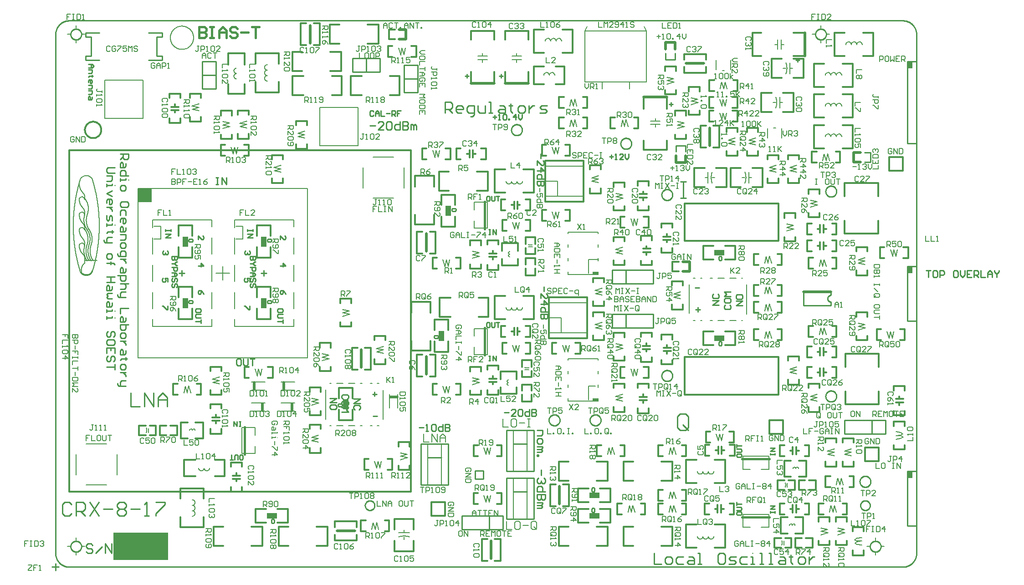
<source format=gto>
*%FSLAX24Y24*%
*%MOIN*%
G01*
%ADD11C,0.0000*%
%ADD12C,0.0050*%
%ADD13C,0.0060*%
%ADD14C,0.0073*%
%ADD15C,0.0080*%
%ADD16C,0.0098*%
%ADD17C,0.0100*%
%ADD18C,0.0120*%
%ADD19C,0.0150*%
%ADD20C,0.0160*%
%ADD21C,0.0160*%
%ADD22C,0.0197*%
%ADD23C,0.0200*%
%ADD24C,0.0200*%
%ADD25C,0.0240*%
%ADD26O,0.0240X0.0800*%
%ADD27C,0.0250*%
%ADD28O,0.0280X0.0840*%
%ADD29C,0.0300*%
%ADD30C,0.0300*%
%ADD31C,0.0320*%
%ADD32C,0.0340*%
%ADD33C,0.0360*%
%ADD34C,0.0380*%
%ADD35C,0.0394*%
%ADD36C,0.0397*%
%ADD37C,0.0400*%
%ADD38C,0.0434*%
%ADD39C,0.0460*%
%ADD40C,0.0480*%
%ADD41C,0.0480*%
%ADD42C,0.0500*%
%ADD43C,0.0500*%
%ADD44C,0.0520*%
%ADD45C,0.0540*%
%ADD46C,0.0560*%
%ADD47C,0.0580*%
%ADD48C,0.0600*%
%ADD49C,0.0620*%
%ADD50C,0.0650*%
%ADD51C,0.0660*%
%ADD52C,0.0670*%
%ADD53C,0.0680*%
%ADD54C,0.0710*%
%ADD55C,0.0720*%
%ADD56O,0.0750X0.0620*%
%ADD57C,0.0750*%
%ADD58C,0.0760*%
%ADD59O,0.0790X0.0660*%
%ADD60C,0.0810*%
%ADD61C,0.0827*%
%ADD62C,0.0850*%
%ADD63C,0.0870*%
%ADD64C,0.1000*%
%ADD65C,0.1040*%
%ADD66C,0.1299*%
%ADD67C,0.1499*%
%ADD68C,0.1600*%
%ADD69C,0.1700*%
%ADD70C,0.1750*%
%ADD71C,0.1790*%
%ADD72C,0.2000*%
%ADD73C,0.2299*%
%ADD74R,0.0100X0.0100*%
%ADD75R,0.0200X0.0200*%
%ADD76R,0.0200X0.0500*%
%ADD77R,0.0200X0.0650*%
%ADD78R,0.0200X0.1600*%
%ADD79R,0.0240X0.0700*%
%ADD80R,0.0280X0.0600*%
%ADD81R,0.0300X0.0300*%
%ADD82R,0.0300X0.0300*%
%ADD83R,0.0300X0.0600*%
%ADD84R,0.0300X0.0650*%
%ADD85R,0.0300X0.0700*%
%ADD86R,0.0315X0.0709*%
%ADD87R,0.0320X0.0560*%
%ADD88R,0.0320X0.0640*%
%ADD89R,0.0335X0.0758*%
%ADD90R,0.0340X0.0340*%
%ADD91R,0.0340X0.0700*%
%ADD92R,0.0340X0.0800*%
%ADD93R,0.0344X0.0787*%
%ADD94R,0.0344X0.0797*%
%ADD95R,0.0350X0.0700*%
%ADD96R,0.0350X0.0800*%
%ADD97R,0.0354X0.0787*%
%ADD98R,0.0355X0.0749*%
%ADD99R,0.0360X0.0600*%
%ADD100R,0.0360X0.1300*%
%ADD101R,0.0394X0.0827*%
%ADD102R,0.0400X0.0200*%
%ADD103R,0.0400X0.0500*%
%ADD104R,0.0400X0.0640*%
%ADD105R,0.0400X0.0750*%
%ADD106R,0.0400X0.1350*%
%ADD107R,0.0420X0.0850*%
%ADD108R,0.0434X0.0867*%
%ADD109R,0.0440X0.0540*%
%ADD110R,0.0440X0.1390*%
%ADD111R,0.0460X0.0890*%
%ADD112R,0.0500X0.0200*%
%ADD113R,0.0500X0.0400*%
%ADD114R,0.0500X0.0500*%
%ADD115R,0.0500X0.0500*%
%ADD116R,0.0500X0.0850*%
%ADD117R,0.0500X0.1000*%
%ADD118R,0.0500X0.1200*%
%ADD119R,0.0540X0.0440*%
%ADD120R,0.0540X0.0540*%
%ADD121R,0.0540X0.0890*%
%ADD122R,0.0540X0.0960*%
%ADD123R,0.0540X0.1040*%
%ADD124R,0.0550X0.0650*%
%ADD125R,0.0550X0.0780*%
%ADD126R,0.0550X0.0800*%
%ADD127R,0.0560X0.0320*%
%ADD128R,0.0591X0.1260*%
%ADD129R,0.0600X0.0280*%
%ADD130R,0.0600X0.0360*%
%ADD131R,0.0600X0.0600*%
%ADD132R,0.0600X0.1000*%
%ADD133R,0.0600X0.1200*%
%ADD134R,0.0600X0.1250*%
%ADD135R,0.0620X0.0620*%
%ADD136R,0.0631X0.1300*%
%ADD137R,0.0640X0.0320*%
%ADD138R,0.0640X0.0400*%
%ADD139R,0.0640X0.0640*%
%ADD140R,0.0640X0.1040*%
%ADD141R,0.0640X0.1290*%
%ADD142R,0.0650X0.0200*%
%ADD143R,0.0650X0.0550*%
%ADD144R,0.0650X0.0650*%
%ADD145R,0.0660X0.0660*%
%ADD146R,0.0700X0.0700*%
%ADD147R,0.0700X0.0900*%
%ADD148R,0.0709X0.0827*%
%ADD149R,0.0740X0.0740*%
%ADD150R,0.0749X0.0867*%
%ADD151R,0.0750X0.0400*%
%ADD152R,0.0750X0.0750*%
%ADD153R,0.0750X0.0750*%
%ADD154R,0.0750X0.0800*%
%ADD155R,0.0790X0.0790*%
%ADD156R,0.0800X0.0750*%
%ADD157R,0.0800X0.0800*%
%ADD158R,0.0800X0.0800*%
%ADD159R,0.0800X0.1000*%
%ADD160R,0.0800X0.1250*%
%ADD161R,0.0840X0.1040*%
%ADD162R,0.0850X0.0500*%
%ADD163R,0.0890X0.0540*%
%ADD164R,0.0900X0.0600*%
%ADD165R,0.0900X0.0900*%
%ADD166R,0.0940X0.0940*%
%ADD167R,0.0960X0.0540*%
%ADD168R,0.0960X0.0960*%
%ADD169R,0.0960X0.1220*%
%ADD170R,0.1000X0.0500*%
%ADD171R,0.1000X0.0600*%
%ADD172R,0.1000X0.0700*%
%ADD173R,0.1000X0.1000*%
%ADD174R,0.1000X0.1000*%
%ADD175R,0.1000X0.1250*%
%ADD176R,0.1040X0.0540*%
%ADD177R,0.1040X0.0640*%
%ADD178R,0.1040X0.0740*%
%ADD179R,0.1040X0.1040*%
%ADD180R,0.1040X0.1290*%
%ADD181R,0.1060X0.1060*%
%ADD182R,0.1140X0.0540*%
%ADD183R,0.1200X0.0500*%
%ADD184R,0.1200X0.0600*%
%ADD185R,0.1220X0.0960*%
%ADD186R,0.1240X0.0640*%
%ADD187R,0.1250X0.0600*%
%ADD188R,0.1250X0.0800*%
%ADD189R,0.1250X0.1000*%
%ADD190R,0.1260X0.0591*%
%ADD191R,0.1290X0.0640*%
%ADD192R,0.1290X0.1040*%
%ADD193R,0.1300X0.0631*%
%ADD194R,0.1300X0.0360*%
%ADD195R,0.1350X0.0400*%
%ADD196R,0.1390X0.0440*%
%ADD197R,0.1500X0.1500*%
%ADD198R,0.1600X0.0200*%
%ADD199R,0.1600X0.2400*%
%ADD200R,0.1700X0.1700*%
%ADD201R,0.1800X0.1800*%
%ADD202R,0.1900X0.1900*%
%ADD203R,0.2000X0.0750*%
%ADD204R,0.2000X0.2000*%
%ADD205R,0.2040X0.0790*%
%ADD206R,0.2100X0.2100*%
%ADD207R,0.2200X0.2200*%
%ADD208R,0.2300X0.2300*%
%ADD209R,0.2400X0.1600*%
%ADD210R,0.2400X0.2400*%
%ADD211R,0.2500X0.2500*%
D12*
X84570Y36110D02*
Y36410D01*
X86470D02*
Y36110D01*
X85920D01*
X85120D02*
X84570D01*
Y32160D02*
Y31860D01*
X86470D02*
Y32160D01*
Y31860D02*
X85920D01*
X85120D02*
X84570D01*
X64920Y53760D02*
Y54310D01*
Y55110D02*
Y55660D01*
X65220D01*
Y53760D02*
X64920D01*
Y45060D02*
Y44510D01*
Y45860D02*
Y46410D01*
X65220D01*
Y44510D02*
X64920D01*
X48870Y39160D02*
Y38610D01*
Y37810D02*
Y37260D01*
X48570D01*
Y39160D02*
X48870D01*
X36411Y51530D02*
X36410Y51563D01*
X36407Y51597D01*
X36401Y51630D01*
X36394Y51662D01*
X36384Y51694D01*
X36372Y51726D01*
X36358Y51756D01*
X36343Y51785D01*
X36325Y51814D01*
X36305Y51841D01*
X36284Y51867D01*
X36261Y51891D01*
X36392Y51207D02*
X36368Y51186D01*
X36344Y51164D01*
X36322Y51141D01*
X36301Y51117D01*
X36281Y51091D01*
X36262Y51065D01*
X36245Y51037D01*
X36229Y51009D01*
X36215Y50980D01*
X36202Y50951D01*
X36191Y50921D01*
X36181Y50890D01*
X36173Y50859D01*
X36166Y50827D01*
X36161Y50795D01*
X36157Y50763D01*
X36155Y50731D01*
X36155Y50699D01*
X36156Y50667D01*
X36159Y50634D01*
X36164Y50603D01*
X36170Y50571D01*
X36178Y50540D01*
X36187Y50509D01*
X36198Y50478D01*
X36211Y50449D01*
X36225Y50419D01*
X36584Y53651D02*
X36565Y53678D01*
X36546Y53707D01*
X36528Y53735D01*
X36510Y53764D01*
X36494Y53794D01*
X36478Y53824D01*
X36464Y53855D01*
X36450Y53886D01*
X36436Y53917D01*
X36424Y53949D01*
X36413Y53980D01*
X36402Y54013D01*
X36393Y54045D01*
X36384Y54078D01*
X36376Y54111D01*
X36369Y54144D01*
X36363Y54178D01*
X36358Y54211D01*
X36353Y54245D01*
X36350Y54279D01*
X36348Y54312D01*
X36346Y54346D01*
X36346Y54380D01*
X36346Y54414D01*
X36347Y54448D01*
X36349Y54482D01*
X36352Y54516D01*
X36356Y54549D01*
X36361Y54583D01*
X36367Y54616D01*
X36374Y54650D01*
X36381Y54683D01*
X36390Y54715D01*
X36399Y54748D01*
X36410Y54780D01*
X36421Y54812D01*
X36706Y53694D02*
X36725Y53667D01*
X36744Y53638D01*
X36762Y53610D01*
X36780Y53581D01*
X36796Y53551D01*
X36812Y53521D01*
X36826Y53490D01*
X36840Y53459D01*
X36854Y53428D01*
X36866Y53396D01*
X36877Y53365D01*
X36888Y53332D01*
X36897Y53300D01*
X36906Y53267D01*
X36914Y53234D01*
X36921Y53201D01*
X36927Y53167D01*
X36932Y53134D01*
X36937Y53100D01*
X36940Y53066D01*
X36942Y53033D01*
X36944Y52999D01*
X36944Y52965D01*
X36944Y52931D01*
X36943Y52897D01*
X36941Y52863D01*
X36938Y52829D01*
X36934Y52796D01*
X36929Y52762D01*
X36923Y52729D01*
X36916Y52695D01*
X36909Y52662D01*
X36900Y52630D01*
X36891Y52597D01*
X36880Y52565D01*
X36869Y52533D01*
X36719D02*
X36730Y52565D01*
X36741Y52597D01*
X36750Y52630D01*
X36759Y52662D01*
X36766Y52695D01*
X36773Y52729D01*
X36779Y52762D01*
X36784Y52796D01*
X36788Y52829D01*
X36791Y52863D01*
X36793Y52897D01*
X36794Y52931D01*
X36794Y52965D01*
X36794Y52999D01*
X36792Y53033D01*
X36790Y53066D01*
X36787Y53100D01*
X36782Y53134D01*
X36777Y53167D01*
X36771Y53201D01*
X36764Y53234D01*
X36756Y53267D01*
X36747Y53300D01*
X36738Y53332D01*
X36727Y53365D01*
X36716Y53396D01*
X36704Y53428D01*
X36690Y53459D01*
X36676Y53490D01*
X36662Y53521D01*
X36646Y53551D01*
X36630Y53581D01*
X36612Y53610D01*
X36594Y53638D01*
X36575Y53667D01*
X36556Y53694D01*
X36406D02*
X36425Y53667D01*
X36444Y53638D01*
X36462Y53610D01*
X36480Y53581D01*
X36496Y53551D01*
X36512Y53521D01*
X36526Y53490D01*
X36540Y53459D01*
X36554Y53428D01*
X36566Y53396D01*
X36577Y53365D01*
X36588Y53332D01*
X36597Y53300D01*
X36606Y53267D01*
X36614Y53234D01*
X36621Y53201D01*
X36627Y53167D01*
X36632Y53134D01*
X36637Y53100D01*
X36640Y53066D01*
X36642Y53033D01*
X36644Y52999D01*
X36644Y52965D01*
X36644Y52931D01*
X36643Y52897D01*
X36641Y52863D01*
X36638Y52829D01*
X36634Y52796D01*
X36629Y52762D01*
X36623Y52729D01*
X36616Y52695D01*
X36609Y52662D01*
X36600Y52630D01*
X36591Y52597D01*
X36580Y52565D01*
X36569Y52533D01*
X36421Y52537D02*
X36410Y52505D01*
X36399Y52473D01*
X36390Y52440D01*
X36381Y52408D01*
X36374Y52375D01*
X36367Y52341D01*
X36361Y52308D01*
X36356Y52274D01*
X36352Y52241D01*
X36349Y52207D01*
X36347Y52173D01*
X36346Y52139D01*
X36346Y52105D01*
X36346Y52071D01*
X36348Y52037D01*
X36350Y52004D01*
X36353Y51970D01*
X36358Y51936D01*
X36363Y51903D01*
X36369Y51869D01*
X36376Y51836D01*
X36384Y51803D01*
X36393Y51770D01*
X36402Y51738D01*
X36413Y51705D01*
X36424Y51674D01*
X36436Y51642D01*
X36450Y51611D01*
X36464Y51580D01*
X36478Y51549D01*
X36494Y51519D01*
X36510Y51489D01*
X36528Y51460D01*
X36546Y51432D01*
X36565Y51403D01*
X36584Y51376D01*
X37034D02*
X37015Y51403D01*
X36996Y51432D01*
X36978Y51460D01*
X36960Y51489D01*
X36944Y51519D01*
X36928Y51549D01*
X36914Y51580D01*
X36900Y51611D01*
X36886Y51642D01*
X36874Y51674D01*
X36863Y51705D01*
X36852Y51738D01*
X36843Y51770D01*
X36834Y51803D01*
X36826Y51836D01*
X36819Y51869D01*
X36813Y51903D01*
X36808Y51936D01*
X36803Y51970D01*
X36800Y52004D01*
X36798Y52037D01*
X36796Y52071D01*
X36796Y52105D01*
X36796Y52139D01*
X36797Y52173D01*
X36799Y52207D01*
X36802Y52241D01*
X36806Y52274D01*
X36811Y52308D01*
X36817Y52341D01*
X36824Y52375D01*
X36831Y52408D01*
X36840Y52440D01*
X36849Y52473D01*
X36860Y52505D01*
X36871Y52537D01*
X36721D02*
X36710Y52505D01*
X36699Y52473D01*
X36690Y52440D01*
X36681Y52408D01*
X36674Y52375D01*
X36667Y52341D01*
X36661Y52308D01*
X36656Y52274D01*
X36652Y52241D01*
X36649Y52207D01*
X36647Y52173D01*
X36646Y52139D01*
X36646Y52105D01*
X36646Y52071D01*
X36648Y52037D01*
X36650Y52004D01*
X36653Y51970D01*
X36658Y51936D01*
X36663Y51903D01*
X36669Y51869D01*
X36676Y51836D01*
X36684Y51803D01*
X36693Y51770D01*
X36702Y51738D01*
X36713Y51705D01*
X36724Y51674D01*
X36736Y51642D01*
X36750Y51611D01*
X36764Y51580D01*
X36778Y51549D01*
X36794Y51519D01*
X36810Y51489D01*
X36828Y51460D01*
X36846Y51432D01*
X36865Y51403D01*
X36884Y51376D01*
X36734D02*
X36715Y51403D01*
X36696Y51432D01*
X36678Y51460D01*
X36660Y51489D01*
X36644Y51519D01*
X36628Y51549D01*
X36614Y51580D01*
X36600Y51611D01*
X36586Y51642D01*
X36574Y51674D01*
X36563Y51705D01*
X36552Y51738D01*
X36543Y51770D01*
X36534Y51803D01*
X36526Y51836D01*
X36519Y51869D01*
X36513Y51903D01*
X36508Y51936D01*
X36503Y51970D01*
X36500Y52004D01*
X36498Y52037D01*
X36496Y52071D01*
X36496Y52105D01*
X36496Y52139D01*
X36497Y52173D01*
X36499Y52207D01*
X36502Y52241D01*
X36506Y52274D01*
X36511Y52308D01*
X36517Y52341D01*
X36524Y52375D01*
X36531Y52408D01*
X36540Y52440D01*
X36549Y52473D01*
X36560Y52505D01*
X36571Y52537D01*
X36977Y50692D02*
X36965Y50659D01*
X36951Y50628D01*
X36934Y50598D01*
X36916Y50569D01*
X36896Y50541D01*
X36873Y50515D01*
X36849Y50491D01*
X36823Y50468D01*
X36796Y50447D01*
X36767Y50429D01*
X36737Y50412D01*
X36706Y50398D01*
X36674Y50385D01*
X36641Y50375D01*
X36607Y50368D01*
X36574Y50363D01*
X36539Y50360D01*
X36505Y50360D01*
X36471Y50363D01*
X36437Y50367D01*
X36403Y50374D01*
X36370Y50384D01*
X36338Y50396D01*
X36307Y50410D01*
X36276Y50426D01*
X36247Y50445D01*
X36220Y50465D01*
X36194Y50488D01*
X36170Y50512D01*
X36147Y50538D01*
X36270Y51864D02*
X36247Y51888D01*
X36225Y51912D01*
X36203Y51937D01*
X36183Y51963D01*
X36164Y51989D01*
X36145Y52017D01*
X36128Y52045D01*
X36112Y52073D01*
X36097Y52103D01*
X36084Y52133D01*
X36071Y52163D01*
X36060Y52194D01*
X36049Y52225D01*
X36040Y52257D01*
X36033Y52289D01*
X36026Y52321D01*
X36021Y52354D01*
X36017Y52386D01*
X36015Y52419D01*
X36013Y52452D01*
X36013Y52485D01*
X36010Y52490D02*
X36013Y52523D01*
X36021Y52555D01*
X36035Y52585D01*
X36054Y52612D01*
X36078Y52636D01*
X36105Y52655D01*
X36135Y52669D01*
X36167Y52677D01*
X36200Y52680D01*
X36233Y52677D01*
X36265Y52669D01*
X36295Y52655D01*
X36322Y52636D01*
X36346Y52612D01*
X36365Y52585D01*
X36379Y52555D01*
X36387Y52523D01*
X36390Y52490D01*
Y54750D02*
X36387Y54783D01*
X36379Y54815D01*
X36365Y54845D01*
X36346Y54872D01*
X36322Y54896D01*
X36295Y54915D01*
X36265Y54929D01*
X36233Y54937D01*
X36200Y54940D01*
X36167Y54937D01*
X36135Y54929D01*
X36105Y54915D01*
X36078Y54896D01*
X36054Y54872D01*
X36035Y54845D01*
X36021Y54815D01*
X36013Y54783D01*
X36010Y54750D01*
X36018Y54745D02*
X36018Y54712D01*
X36020Y54679D01*
X36022Y54646D01*
X36026Y54614D01*
X36031Y54581D01*
X36038Y54549D01*
X36045Y54517D01*
X36054Y54485D01*
X36065Y54454D01*
X36076Y54423D01*
X36089Y54393D01*
X36102Y54363D01*
X36117Y54333D01*
X36133Y54305D01*
X36150Y54277D01*
X36169Y54249D01*
X36188Y54223D01*
X36208Y54197D01*
X36230Y54172D01*
X36252Y54148D01*
X36275Y54124D01*
X36394Y54758D02*
X36402Y54792D01*
X36407Y54828D01*
X36410Y54863D01*
X36411Y54899D01*
X36409Y54935D01*
X36405Y54970D01*
X36398Y55005D01*
X36389Y55039D01*
X36377Y55073D01*
X36363Y55106D01*
X36347Y55138D01*
X36329Y55168D01*
X36308Y55198D01*
X36286Y55225D01*
X36261Y55251D01*
X36270Y55254D02*
X36247Y55278D01*
X36225Y55302D01*
X36203Y55327D01*
X36183Y55353D01*
X36164Y55379D01*
X36145Y55407D01*
X36128Y55435D01*
X36112Y55463D01*
X36097Y55493D01*
X36084Y55523D01*
X36071Y55553D01*
X36060Y55584D01*
X36049Y55615D01*
X36040Y55647D01*
X36033Y55679D01*
X36026Y55711D01*
X36021Y55744D01*
X36017Y55776D01*
X36015Y55809D01*
X36013Y55842D01*
X36013Y55875D01*
X36010Y55870D02*
X36013Y55903D01*
X36021Y55935D01*
X36035Y55965D01*
X36054Y55992D01*
X36078Y56016D01*
X36105Y56035D01*
X36135Y56049D01*
X36167Y56057D01*
X36200Y56060D01*
X36233Y56057D01*
X36265Y56049D01*
X36295Y56035D01*
X36322Y56016D01*
X36346Y55992D01*
X36365Y55965D01*
X36379Y55935D01*
X36387Y55903D01*
X36390Y55870D01*
X36394Y55883D02*
X36402Y55918D01*
X36407Y55953D01*
X36410Y55988D01*
X36411Y56024D01*
X36409Y56060D01*
X36405Y56095D01*
X36398Y56130D01*
X36389Y56164D01*
X36377Y56198D01*
X36363Y56231D01*
X36347Y56263D01*
X36329Y56293D01*
X36308Y56323D01*
X36286Y56350D01*
X36261Y56376D01*
X36270Y56379D02*
X36247Y56403D01*
X36225Y56427D01*
X36203Y56452D01*
X36183Y56478D01*
X36164Y56504D01*
X36145Y56532D01*
X36128Y56560D01*
X36112Y56588D01*
X36097Y56618D01*
X36084Y56648D01*
X36071Y56678D01*
X36060Y56709D01*
X36049Y56740D01*
X36040Y56772D01*
X36033Y56804D01*
X36026Y56836D01*
X36021Y56869D01*
X36017Y56901D01*
X36015Y56934D01*
X36013Y56967D01*
X36013Y57000D01*
X36261Y54126D02*
X36286Y54100D01*
X36308Y54073D01*
X36329Y54043D01*
X36347Y54013D01*
X36363Y53981D01*
X36377Y53948D01*
X36389Y53914D01*
X36398Y53880D01*
X36405Y53845D01*
X36409Y53810D01*
X36411Y53774D01*
X36410Y53738D01*
X36407Y53703D01*
X36402Y53668D01*
X36394Y53633D01*
X36390Y53625D02*
X36387Y53658D01*
X36379Y53690D01*
X36365Y53720D01*
X36346Y53747D01*
X36322Y53771D01*
X36295Y53790D01*
X36265Y53804D01*
X36233Y53812D01*
X36200Y53815D01*
X36167Y53812D01*
X36135Y53804D01*
X36105Y53790D01*
X36078Y53771D01*
X36054Y53747D01*
X36035Y53720D01*
X36021Y53690D01*
X36013Y53658D01*
X36010Y53625D01*
X36013Y53625D02*
X36013Y53592D01*
X36015Y53559D01*
X36017Y53526D01*
X36021Y53494D01*
X36026Y53461D01*
X36033Y53429D01*
X36040Y53397D01*
X36049Y53365D01*
X36060Y53334D01*
X36071Y53303D01*
X36084Y53273D01*
X36097Y53243D01*
X36112Y53213D01*
X36128Y53185D01*
X36145Y53157D01*
X36164Y53129D01*
X36183Y53103D01*
X36203Y53077D01*
X36225Y53052D01*
X36247Y53028D01*
X36270Y53004D01*
X36261Y53001D02*
X36286Y52975D01*
X36308Y52948D01*
X36329Y52918D01*
X36347Y52888D01*
X36363Y52856D01*
X36377Y52823D01*
X36389Y52789D01*
X36398Y52755D01*
X36405Y52720D01*
X36409Y52685D01*
X36411Y52649D01*
X36410Y52613D01*
X36407Y52578D01*
X36402Y52542D01*
X36394Y52508D01*
X36759Y53606D02*
X36740Y53633D01*
X36721Y53662D01*
X36703Y53690D01*
X36685Y53719D01*
X36669Y53749D01*
X36653Y53779D01*
X36639Y53810D01*
X36625Y53841D01*
X36611Y53872D01*
X36599Y53904D01*
X36588Y53935D01*
X36577Y53968D01*
X36568Y54000D01*
X36559Y54033D01*
X36551Y54066D01*
X36544Y54099D01*
X36538Y54133D01*
X36533Y54166D01*
X36528Y54200D01*
X36525Y54234D01*
X36523Y54267D01*
X36521Y54301D01*
X36521Y54335D01*
X36521Y54369D01*
X36522Y54403D01*
X36524Y54437D01*
X36527Y54471D01*
X36531Y54504D01*
X36536Y54538D01*
X36542Y54571D01*
X36549Y54605D01*
X36556Y54638D01*
X36565Y54670D01*
X36574Y54703D01*
X36585Y54735D01*
X36596Y54767D01*
X36594Y54763D02*
X36605Y54795D01*
X36616Y54827D01*
X36625Y54860D01*
X36634Y54892D01*
X36641Y54925D01*
X36648Y54959D01*
X36654Y54992D01*
X36659Y55026D01*
X36663Y55059D01*
X36666Y55093D01*
X36668Y55127D01*
X36669Y55161D01*
X36669Y55195D01*
X36669Y55229D01*
X36667Y55263D01*
X36665Y55296D01*
X36662Y55330D01*
X36657Y55364D01*
X36652Y55397D01*
X36646Y55431D01*
X36639Y55464D01*
X36631Y55497D01*
X36622Y55530D01*
X36613Y55562D01*
X36602Y55595D01*
X36591Y55626D01*
X36579Y55658D01*
X36565Y55689D01*
X36551Y55720D01*
X36537Y55751D01*
X36521Y55781D01*
X36505Y55811D01*
X36487Y55840D01*
X36469Y55868D01*
X36450Y55897D01*
X36431Y55924D01*
X36395Y51535D02*
Y51210D01*
Y51390D02*
X37290D01*
D13*
X69970Y46710D02*
Y46443D01*
X70170Y46310D02*
Y46044D01*
Y46310D02*
X69970D01*
X70037Y46177D01*
Y46110D01*
X69970Y46044D01*
X69837D01*
X69770Y46110D01*
Y46243D01*
X69837Y46310D01*
X69770Y45644D02*
X70170D01*
X69770D02*
Y45844D01*
X69837Y45910D01*
X69970D01*
X70037Y45844D01*
Y45644D01*
X70170Y45510D02*
X69770D01*
Y45310D01*
X69837Y45244D01*
X69903D01*
X69970Y45310D01*
Y45510D01*
X69971D01*
X69970D02*
X69971D01*
X69970D02*
X69971D01*
X69970D02*
Y45310D01*
X70037Y45244D01*
X70103D01*
X70170Y45310D01*
Y45510D01*
X69720Y56443D02*
Y56710D01*
X69920Y56310D02*
Y56044D01*
Y56310D02*
X69720D01*
X69787Y56177D01*
Y56110D01*
X69720Y56044D01*
X69587D01*
X69520Y56110D01*
Y56243D01*
X69587Y56310D01*
X69520Y55644D02*
X69920D01*
X69520D02*
Y55844D01*
X69587Y55910D01*
X69720D01*
X69787Y55844D01*
Y55644D01*
X69920Y55510D02*
X69520D01*
Y55310D01*
X69587Y55244D01*
X69653D01*
X69720Y55310D01*
Y55510D01*
X69721D01*
X69720D02*
X69721D01*
X69720D02*
X69721D01*
X69720D02*
Y55310D01*
X69787Y55244D01*
X69853D01*
X69920Y55310D01*
Y55510D01*
X75170Y48760D02*
Y48360D01*
X75370D01*
X75437Y48427D01*
Y48493D01*
X75370Y48560D01*
X75170D01*
X75171D01*
X75170D02*
X75171D01*
X75170D02*
X75171D01*
X75170D02*
X75370D01*
X75437Y48627D01*
Y48693D01*
X75370Y48760D01*
X75170D01*
X75570Y48627D02*
Y48360D01*
Y48627D02*
X75703Y48760D01*
X75836Y48627D01*
Y48360D01*
Y48560D01*
X75570D01*
X76170Y48760D02*
X76236Y48693D01*
X76170Y48760D02*
X76036D01*
X75970Y48693D01*
Y48627D01*
X76036Y48560D01*
X76170D01*
X76236Y48493D01*
Y48427D01*
X76170Y48360D01*
X76036D01*
X75970Y48427D01*
X76370Y48760D02*
X76636D01*
X76370D02*
Y48360D01*
X76636D01*
X76503Y48560D02*
X76370D01*
X76769Y48360D02*
Y48760D01*
Y48360D02*
X76969D01*
X77036Y48427D01*
Y48493D01*
X76969Y48560D01*
X76769D01*
X76770D01*
X76769D02*
X76770D01*
X76769D02*
X76770D01*
X76769D02*
X76969D01*
X77036Y48627D01*
Y48693D01*
X76969Y48760D01*
X76769D01*
X77169Y48627D02*
Y48360D01*
Y48627D02*
X77303Y48760D01*
X77436Y48627D01*
Y48360D01*
Y48560D01*
X77169D01*
X77569Y48360D02*
Y48760D01*
X77836Y48360D01*
Y48760D01*
X77969D02*
Y48360D01*
X78169D01*
X78236Y48427D01*
Y48693D01*
X78169Y48760D01*
X77969D01*
X94570Y65960D02*
Y66360D01*
X94770D01*
X94837Y66293D01*
Y66160D01*
X94770Y66093D01*
X94570D01*
X95037Y66360D02*
X95170D01*
X95037D02*
X94970Y66293D01*
Y66027D01*
X95037Y65960D01*
X95170D01*
X95236Y66027D01*
Y66293D01*
X95170Y66360D01*
X95370D02*
Y65960D01*
X95503Y66093D01*
X95636Y65960D01*
Y66360D01*
X95770D02*
X96036D01*
X95770D02*
Y65960D01*
X96036D01*
X95903Y66160D02*
X95770D01*
X96169Y65960D02*
Y66360D01*
X96369D01*
X96436Y66293D01*
Y66160D01*
X96369Y66093D01*
X96169D01*
X96303D02*
X96436Y65960D01*
X94470Y63427D02*
Y63293D01*
Y63360D02*
Y63427D01*
Y63360D02*
X94137D01*
X94070Y63427D01*
Y63493D01*
X94137Y63560D01*
X94070Y63160D02*
X94470D01*
Y62960D01*
X94403Y62894D01*
X94270D01*
X94203Y62960D01*
Y63160D01*
X94470Y62760D02*
Y62494D01*
X94403D01*
X94137Y62760D01*
X94070D01*
X91070Y67560D02*
X90670D01*
Y67293D01*
Y67160D02*
Y67027D01*
Y67093D01*
X91070D01*
X91071D01*
X91070D02*
X91003Y67160D01*
X97936Y53194D02*
Y52794D01*
X98202D01*
X98335D02*
Y53194D01*
Y52794D02*
X98602D01*
X98735D02*
X98869D01*
X98802D01*
Y53194D01*
X98803D01*
X98802D02*
X98735Y53128D01*
X92770Y51760D02*
X92370D01*
X92770D02*
Y51560D01*
X92703Y51493D01*
X92570D01*
X92503Y51560D01*
Y51760D01*
Y51627D02*
X92370Y51493D01*
Y51360D02*
Y51094D01*
Y51360D02*
X92637Y51094D01*
X92703D01*
X92770Y51160D01*
Y51293D01*
X92703Y51360D01*
X92437Y50960D02*
X92370Y50894D01*
Y50760D01*
X92437Y50694D01*
X92703D01*
X92770Y50760D01*
Y50894D01*
X92703Y50960D01*
X92637D01*
X92570Y50894D01*
Y50694D01*
X95120Y52410D02*
Y52810D01*
X95320D01*
X95387Y52743D01*
Y52610D01*
X95320Y52543D01*
X95120D01*
X95253D02*
X95387Y52410D01*
X95520Y52810D02*
X95786D01*
X95520D02*
Y52610D01*
X95653Y52677D01*
X95720D01*
X95786Y52610D01*
Y52477D01*
X95720Y52410D01*
X95587D01*
X95520Y52477D01*
X95920Y52743D02*
X95986Y52810D01*
X96120D01*
X96186Y52743D01*
Y52477D01*
X96120Y52410D01*
X95986D01*
X95920Y52477D01*
Y52743D01*
X94570Y49710D02*
Y49577D01*
Y49643D01*
X94170D01*
Y49710D01*
Y49577D01*
Y49377D02*
X94437Y49110D01*
X94503Y48710D02*
X94237D01*
X94503D02*
X94570Y48777D01*
Y48910D01*
X94503Y48977D01*
X94237D01*
X94170Y48910D01*
Y48777D01*
Y48710D02*
X94303Y48844D01*
X94170Y48777D02*
X94237Y48710D01*
X94570Y48111D02*
Y47977D01*
Y48111D02*
X94503Y48177D01*
X94237D01*
X94170Y48111D01*
Y47977D01*
X94237Y47911D01*
X94503D01*
X94570Y47977D01*
Y47777D02*
X94237D01*
X94170Y47711D01*
Y47577D01*
X94237Y47511D01*
X94570D01*
Y47377D02*
Y47111D01*
Y47244D01*
X94170D01*
Y51110D02*
X94570D01*
X94170D02*
Y50910D01*
X94237Y50843D01*
X94503D01*
X94570Y50910D01*
Y51110D01*
Y50710D02*
X94170D01*
Y50510D01*
X94237Y50444D01*
X94303D01*
X94370Y50510D01*
Y50710D01*
X94371D01*
X94370D02*
X94371D01*
X94370D02*
X94371D01*
X94370D02*
Y50510D01*
X94437Y50444D01*
X94503D01*
X94570Y50510D01*
Y50710D01*
X94170Y50310D02*
Y50177D01*
Y50244D01*
X94570D01*
X94571D01*
X94570D02*
X94503Y50310D01*
X91320Y48227D02*
Y47960D01*
Y48227D02*
X91453Y48360D01*
X91587Y48227D01*
Y47960D01*
Y48160D01*
X91320D01*
X91720Y47960D02*
X91853D01*
X91787D01*
Y48360D01*
X91788D01*
X91787D02*
X91720Y48293D01*
X89670Y50260D02*
Y50660D01*
X89870D01*
X89937Y50593D01*
Y50460D01*
X89870Y50393D01*
X89670D01*
X89803D02*
X89937Y50260D01*
X90070D02*
X90336D01*
X90070D02*
X90336Y50527D01*
Y50593D01*
X90270Y50660D01*
X90137D01*
X90070Y50593D01*
X90470Y50660D02*
X90736D01*
X90470D02*
Y50460D01*
X90603Y50527D01*
X90670D01*
X90736Y50460D01*
Y50327D01*
X90670Y50260D01*
X90536D01*
X90470Y50327D01*
X91937Y52793D02*
X91870Y52860D01*
X91737D01*
X91670Y52793D01*
Y52527D01*
X91737Y52460D01*
X91870D01*
X91937Y52527D01*
X92070Y52460D02*
X92336D01*
X92070D02*
X92336Y52727D01*
Y52793D01*
X92270Y52860D01*
X92137D01*
X92070Y52793D01*
X92470Y52860D02*
X92736D01*
X92470D02*
Y52660D01*
X92603Y52727D01*
X92670D01*
X92736Y52660D01*
Y52527D01*
X92670Y52460D01*
X92536D01*
X92470Y52527D01*
X90737Y54693D02*
X90670Y54760D01*
X90537D01*
X90470Y54693D01*
Y54427D01*
X90537Y54360D01*
X90670D01*
X90737Y54427D01*
X90870Y54360D02*
X91136D01*
X90870D02*
X91136Y54627D01*
Y54693D01*
X91070Y54760D01*
X90937D01*
X90870Y54693D01*
X91403D02*
X91536Y54760D01*
X91403Y54693D02*
X91270Y54560D01*
Y54427D01*
X91336Y54360D01*
X91470D01*
X91536Y54427D01*
Y54493D01*
X91470Y54560D01*
X91270D01*
X90003Y57360D02*
X89870D01*
X89937D02*
X90003D01*
X89937D02*
Y56960D01*
X89870D01*
X90003D01*
X90670Y57360D02*
X90803D01*
X90670D02*
X90603Y57293D01*
Y57027D01*
X90670Y56960D01*
X90803D01*
X90870Y57027D01*
Y57293D01*
X90803Y57360D01*
X91003D02*
Y57027D01*
X91070Y56960D01*
X91203D01*
X91270Y57027D01*
Y57360D01*
X91403D02*
X91669D01*
X91536D01*
Y56960D01*
X90537Y57860D02*
X90270D01*
X90403D02*
X90537D01*
X90403D02*
Y57460D01*
X90670D02*
Y57860D01*
X90870D01*
X90936Y57793D01*
Y57660D01*
X90870Y57593D01*
X90670D01*
X91070Y57793D02*
X91136Y57860D01*
X91270D01*
X91336Y57793D01*
Y57727D01*
X91337D01*
X91336D02*
X91337D01*
X91336D02*
X91337D01*
X91336D02*
X91270Y57660D01*
X91203D01*
X91270D01*
X91336Y57593D01*
Y57527D01*
X91270Y57460D01*
X91136D01*
X91070Y57527D01*
X92970Y57560D02*
X93037Y57493D01*
X92970Y57560D02*
X92837D01*
X92770Y57493D01*
Y57227D01*
X92837Y57160D01*
X92970D01*
X93037Y57227D01*
X93170Y57160D02*
X93436D01*
X93170D02*
X93436Y57427D01*
Y57493D01*
X93370Y57560D01*
X93237D01*
X93170Y57493D01*
X93570Y57560D02*
X93836D01*
Y57493D01*
X93570Y57227D01*
Y57160D01*
X95477Y59553D02*
X95410Y59620D01*
X95277D01*
X95210Y59553D01*
Y59287D01*
X95277Y59220D01*
X95410D01*
X95477Y59287D01*
Y59420D01*
X95343D01*
X95610Y59220D02*
Y59620D01*
X95876Y59220D01*
Y59620D01*
X96010D02*
Y59220D01*
X96210D01*
X96276Y59287D01*
Y59553D01*
X96210Y59620D01*
X96010D01*
X92887Y58260D02*
X92620D01*
X93020Y58060D02*
X93153D01*
X93087D01*
Y58460D01*
X93088D01*
X93087D02*
X93020Y58393D01*
X93353D02*
X93420Y58460D01*
X93553D01*
X93620Y58393D01*
Y58327D01*
X93621D01*
X93620D02*
X93621D01*
X93620D02*
X93621D01*
X93620D02*
X93553Y58260D01*
X93486D01*
X93553D01*
X93620Y58193D01*
Y58127D01*
X93553Y58060D01*
X93420D01*
X93353Y58127D01*
X93753Y58193D02*
Y58460D01*
Y58193D02*
X93886Y58060D01*
X94020Y58193D01*
Y58460D01*
X94070Y58110D02*
X94470D01*
Y58377D01*
X94070Y58510D02*
Y58776D01*
Y58510D02*
X94470D01*
Y58776D01*
X94270Y58643D02*
Y58510D01*
X94470Y58910D02*
X94070D01*
X94470D02*
Y59110D01*
X94403Y59176D01*
X94137D01*
X94070Y59110D01*
Y58910D01*
X94137Y59310D02*
X94070Y59376D01*
Y59510D01*
X94137Y59576D01*
X94203D01*
X94204D01*
X94203D02*
X94204D01*
X94203D02*
X94204D01*
X94203D02*
X94270Y59510D01*
Y59443D01*
Y59510D01*
X94337Y59576D01*
X94403D01*
X94470Y59510D01*
Y59376D01*
X94403Y59310D01*
X90170Y58560D02*
Y58160D01*
Y58560D02*
X90370D01*
X90437Y58493D01*
Y58360D01*
X90370Y58293D01*
X90170D01*
X90303D02*
X90437Y58160D01*
X90570Y58560D02*
X90836D01*
X90570D02*
Y58360D01*
X90703Y58427D01*
X90770D01*
X90836Y58360D01*
Y58227D01*
X90770Y58160D01*
X90637D01*
X90570Y58227D01*
X90970Y58160D02*
X91236D01*
X90970D02*
X91236Y58427D01*
Y58493D01*
X91170Y58560D01*
X91036D01*
X90970Y58493D01*
X94570Y45460D02*
Y45060D01*
Y45460D02*
X94770D01*
X94837Y45393D01*
Y45260D01*
X94770Y45193D01*
X94570D01*
X94703D02*
X94837Y45060D01*
X95236Y45127D02*
Y45393D01*
X95170Y45460D01*
X95037D01*
X94970Y45393D01*
Y45127D01*
X95037Y45060D01*
X95170D01*
X95236D02*
X95103Y45193D01*
X95170Y45060D02*
X95236Y45127D01*
X95370Y45460D02*
X95636D01*
X95370D02*
Y45260D01*
X95503Y45327D01*
X95570D01*
X95636Y45260D01*
Y45127D01*
X95570Y45060D01*
X95436D01*
X95370Y45127D01*
X95770Y45393D02*
X95836Y45460D01*
X95970D01*
X96036Y45393D01*
Y45127D01*
X95970Y45060D01*
X95836D01*
X95770Y45127D01*
Y45393D01*
X92770Y47360D02*
X92370D01*
X92770D02*
Y47160D01*
X92703Y47093D01*
X92570D01*
X92503Y47160D01*
Y47360D01*
Y47227D02*
X92370Y47093D01*
X92437Y46694D02*
X92703D01*
X92770Y46760D01*
Y46893D01*
X92703Y46960D01*
X92437D01*
X92370Y46893D01*
Y46760D01*
Y46694D02*
X92503Y46827D01*
X92370Y46760D02*
X92437Y46694D01*
X92370Y46560D02*
Y46294D01*
Y46560D02*
X92637Y46294D01*
X92703D01*
X92770Y46360D01*
Y46494D01*
X92703Y46560D01*
X92437Y46160D02*
X92370Y46094D01*
Y45960D01*
X92437Y45894D01*
X92703D01*
X92770Y45960D01*
Y46094D01*
X92703Y46160D01*
X92637D01*
X92570Y46094D01*
Y45894D01*
X92720Y45110D02*
X92787Y45043D01*
X92720Y45110D02*
X92587D01*
X92520Y45043D01*
Y44777D01*
X92587Y44710D01*
X92720D01*
X92787Y44777D01*
X93186D02*
Y45043D01*
X93120Y45110D01*
X92987D01*
X92920Y45043D01*
Y44777D01*
X92987Y44710D01*
X93120D01*
X93186D02*
X93053Y44843D01*
X93120Y44710D02*
X93186Y44777D01*
X93320Y44710D02*
X93586D01*
X93320D02*
X93586Y44977D01*
Y45043D01*
X93520Y45110D01*
X93386D01*
X93320Y45043D01*
X93720Y45110D02*
X93986D01*
Y45043D01*
X93720Y44777D01*
Y44710D01*
X94320Y36560D02*
Y36160D01*
X94587D01*
X94787Y36560D02*
X94920D01*
X94787D02*
X94720Y36493D01*
Y36227D01*
X94787Y36160D01*
X94920D01*
X94986Y36227D01*
Y36493D01*
X94920Y36560D01*
X95520D02*
X95653D01*
X95586D01*
Y36160D01*
X95520D01*
X95653D01*
X95853D02*
Y36560D01*
X96119Y36160D01*
Y36560D01*
X95437Y37060D02*
X95303D01*
X95370D01*
Y36727D01*
X95303Y36660D01*
X95237D01*
X95170Y36727D01*
X95570Y36660D02*
Y37060D01*
X95770D01*
X95836Y36993D01*
Y36860D01*
X95770Y36793D01*
X95570D01*
X96170Y36660D02*
Y37060D01*
X95970Y36860D01*
X96236D01*
X96620Y38210D02*
X97020D01*
Y38477D01*
Y38610D02*
Y38743D01*
Y38677D01*
X96620D01*
X96621D01*
X96620D02*
X96687Y38610D01*
Y38943D02*
X96620Y39010D01*
Y39143D01*
X96687Y39210D01*
X96953D01*
X97020Y39143D01*
Y39010D01*
X96953Y38943D01*
X96687D01*
X95503Y41493D02*
X95570Y41560D01*
Y41693D01*
X95503Y41760D01*
X95237D01*
X95170Y41693D01*
Y41560D01*
X95237Y41493D01*
X95503Y41227D02*
X95570Y41094D01*
X95503Y41227D02*
X95370Y41360D01*
X95237D01*
X95170Y41293D01*
Y41160D01*
X95237Y41094D01*
X95303D01*
X95370Y41160D01*
Y41360D01*
X95170Y40960D02*
Y40827D01*
Y40894D01*
X95570D01*
X95571D01*
X95570D02*
X95503Y40960D01*
X89020Y39110D02*
Y38710D01*
X89287D01*
X89420Y39110D02*
X89686D01*
X89420D02*
Y38910D01*
X89553D01*
X89420D01*
Y38710D01*
X89820Y38910D02*
X90086D01*
X90420Y39110D02*
X90486Y39043D01*
X90420Y39110D02*
X90286D01*
X90220Y39043D01*
Y38777D01*
X90286Y38710D01*
X90420D01*
X90486Y38777D01*
Y38910D01*
X90353D01*
X90619Y38977D02*
Y38710D01*
Y38977D02*
X90753Y39110D01*
X90886Y38977D01*
Y38710D01*
Y38910D01*
X90619D01*
X91019Y39110D02*
X91153D01*
X91086D01*
Y38710D01*
X91019D01*
X91153D01*
X91353D02*
Y39110D01*
X91619Y38710D01*
Y39110D01*
X90037Y39610D02*
X89903D01*
X89970D01*
Y39277D01*
X89903Y39210D01*
X89837D01*
X89770Y39277D01*
X90170Y39210D02*
Y39610D01*
X90370D01*
X90436Y39543D01*
Y39410D01*
X90370Y39343D01*
X90170D01*
X90570Y39210D02*
X90703D01*
X90636D01*
Y39610D01*
X90637D01*
X90636D02*
X90570Y39543D01*
X90903D02*
X90970Y39610D01*
X91103D01*
X91170Y39543D01*
Y39277D01*
X91103Y39210D01*
X90970D01*
X90903Y39277D01*
Y39543D01*
X91303Y39610D02*
X91569D01*
X91303D02*
Y39410D01*
X91436Y39477D01*
X91503D01*
X91569Y39410D01*
Y39277D01*
X91503Y39210D01*
X91369D01*
X91303Y39277D01*
X93720Y38360D02*
X93787Y38293D01*
X93720Y38360D02*
X93587D01*
X93520Y38293D01*
Y38027D01*
X93587Y37960D01*
X93720D01*
X93787Y38027D01*
Y38160D01*
X93653D01*
X93920Y37960D02*
Y38360D01*
X94186Y37960D01*
Y38360D01*
X94320D02*
Y37960D01*
X94520D01*
X94586Y38027D01*
Y38293D01*
X94520Y38360D01*
X94320D01*
X93270Y38260D02*
X92870D01*
X93270D02*
Y38060D01*
X93203Y37993D01*
X93070D01*
X93003Y38060D01*
Y38260D01*
Y38127D02*
X92870Y37993D01*
Y37860D02*
Y37727D01*
Y37793D01*
X93270D01*
X93271D01*
X93270D02*
X93203Y37860D01*
Y37527D02*
X93270Y37460D01*
Y37327D01*
X93203Y37260D01*
X92937D01*
X92870Y37327D01*
Y37460D01*
X92937Y37527D01*
X93203D01*
X90470Y38460D02*
X90070D01*
X90470D02*
Y38260D01*
X90403Y38193D01*
X90270D01*
X90203Y38260D01*
Y38460D01*
Y38327D02*
X90070Y38193D01*
Y38060D02*
Y37927D01*
Y37993D01*
X90470D01*
X90471D01*
X90470D02*
X90403Y38060D01*
X90070Y37727D02*
Y37460D01*
Y37727D02*
X90337Y37460D01*
X90403D01*
X90470Y37527D01*
Y37660D01*
X90403Y37727D01*
X90470Y34160D02*
Y33760D01*
Y34160D02*
X90670D01*
X90737Y34093D01*
Y33960D01*
X90670Y33893D01*
X90470D01*
X90603D02*
X90737Y33760D01*
X91136Y33827D02*
Y34093D01*
X91070Y34160D01*
X90937D01*
X90870Y34093D01*
Y33827D01*
X90937Y33760D01*
X91070D01*
X91136D02*
X91003Y33893D01*
X91070Y33760D02*
X91136Y33827D01*
X91270Y33760D02*
X91403D01*
X91336D01*
Y34160D01*
X91337D01*
X91336D02*
X91270Y34093D01*
X91603Y33760D02*
X91736D01*
X91670D01*
Y34160D01*
X91671D01*
X91670D02*
X91603Y34093D01*
X91070Y34360D02*
Y34760D01*
X91270D01*
X91337Y34693D01*
Y34560D01*
X91270Y34493D01*
X91070D01*
X91203D02*
X91337Y34360D01*
X91470D02*
X91603D01*
X91537D01*
Y34760D01*
X91538D01*
X91537D02*
X91470Y34693D01*
X91803Y34360D02*
X91936D01*
X91870D01*
Y34760D01*
X91871D01*
X91870D02*
X91803Y34693D01*
X93220Y34560D02*
X93487D01*
X93353D01*
Y34160D01*
X93620D02*
Y34560D01*
X93820D01*
X93886Y34493D01*
Y34360D01*
X93820Y34293D01*
X93620D01*
X94020Y34160D02*
X94286D01*
X94020D02*
X94286Y34427D01*
Y34493D01*
X94220Y34560D01*
X94086D01*
X94020Y34493D01*
X93537Y32910D02*
X93270D01*
X93403D02*
X93537D01*
X93403D02*
Y32510D01*
X93670D02*
Y32910D01*
X93870D01*
X93936Y32843D01*
Y32710D01*
X93870Y32643D01*
X93670D01*
X94070Y32510D02*
X94203D01*
X94136D01*
Y32910D01*
X94137D01*
X94136D02*
X94070Y32843D01*
X90237Y39927D02*
Y40193D01*
X90170Y40260D01*
X90037D01*
X89970Y40193D01*
Y39927D01*
X90037Y39860D01*
X90170D01*
X90237D02*
X90103Y39993D01*
X90170Y39860D02*
X90237Y39927D01*
X90836Y40260D02*
X90970D01*
X90836D02*
X90770Y40193D01*
Y39927D01*
X90836Y39860D01*
X90970D01*
X91036Y39927D01*
Y40193D01*
X90970Y40260D01*
X91170D02*
Y39927D01*
X91236Y39860D01*
X91370D01*
X91436Y39927D01*
Y40260D01*
X91569D02*
X91836D01*
X91703D01*
Y39860D01*
X90537Y40860D02*
X90270D01*
X90403D02*
X90537D01*
X90403D02*
Y40460D01*
X90670D02*
Y40860D01*
X90870D01*
X90936Y40793D01*
Y40660D01*
X90870Y40593D01*
X90670D01*
X91336Y40527D02*
Y40793D01*
X91270Y40860D01*
X91136D01*
X91070Y40793D01*
Y40527D01*
X91136Y40460D01*
X91270D01*
X91336D02*
X91203Y40593D01*
X91270Y40460D02*
X91336Y40527D01*
X91470Y40793D02*
X91536Y40860D01*
X91670D01*
X91736Y40793D01*
Y40727D01*
X91737D01*
X91736D02*
X91737D01*
X91736D02*
X91737D01*
X91736D02*
X91670Y40660D01*
X91603D01*
X91670D01*
X91736Y40593D01*
Y40527D01*
X91670Y40460D01*
X91536D01*
X91470Y40527D01*
X90637Y42593D02*
X90570Y42660D01*
X90437D01*
X90370Y42593D01*
Y42327D01*
X90437Y42260D01*
X90570D01*
X90637Y42327D01*
X91036D02*
Y42593D01*
X90970Y42660D01*
X90837D01*
X90770Y42593D01*
Y42327D01*
X90837Y42260D01*
X90970D01*
X91036D02*
X90903Y42393D01*
X90970Y42260D02*
X91036Y42327D01*
X91170Y42260D02*
X91436D01*
X91170D02*
X91436Y42527D01*
Y42593D01*
X91370Y42660D01*
X91236D01*
X91170Y42593D01*
X91703D02*
X91836Y42660D01*
X91703Y42593D02*
X91570Y42460D01*
Y42327D01*
X91636Y42260D01*
X91770D01*
X91836Y42327D01*
Y42393D01*
X91770Y42460D01*
X91570D01*
X90037Y45593D02*
X89970Y45660D01*
X89837D01*
X89770Y45593D01*
Y45327D01*
X89837Y45260D01*
X89970D01*
X90037Y45327D01*
X90436D02*
Y45593D01*
X90370Y45660D01*
X90237D01*
X90170Y45593D01*
Y45327D01*
X90237Y45260D01*
X90370D01*
X90436D02*
X90303Y45393D01*
X90370Y45260D02*
X90436Y45327D01*
X90570Y45260D02*
X90836D01*
X90570D02*
X90836Y45527D01*
Y45593D01*
X90770Y45660D01*
X90636D01*
X90570Y45593D01*
X90970Y45660D02*
X91236D01*
X90970D02*
Y45460D01*
X91103Y45527D01*
X91170D01*
X91236Y45460D01*
Y45327D01*
X91170Y45260D01*
X91036D01*
X90970Y45327D01*
X89670Y46660D02*
Y47060D01*
X89870D01*
X89937Y46993D01*
Y46860D01*
X89870Y46793D01*
X89670D01*
X89803D02*
X89937Y46660D01*
X90336Y46727D02*
Y46993D01*
X90270Y47060D01*
X90137D01*
X90070Y46993D01*
Y46727D01*
X90137Y46660D01*
X90270D01*
X90336D02*
X90203Y46793D01*
X90270Y46660D02*
X90336Y46727D01*
X90470Y46660D02*
X90736D01*
X90470D02*
X90736Y46927D01*
Y46993D01*
X90670Y47060D01*
X90536D01*
X90470Y46993D01*
X90870Y47060D02*
X91136D01*
X90870D02*
Y46860D01*
X91003Y46927D01*
X91070D01*
X91136Y46860D01*
Y46727D01*
X91070Y46660D01*
X90936D01*
X90870Y46727D01*
X93600Y31930D02*
X93867D01*
X93600D02*
Y31730D01*
X93733D01*
X93600D01*
Y31530D01*
X94000Y31930D02*
X94133D01*
X94067D01*
Y31530D01*
X94000D01*
X94133D01*
X94333D02*
Y31930D01*
Y31530D02*
X94533D01*
X94600Y31597D01*
Y31863D01*
X94533Y31930D01*
X94333D01*
X94933D02*
Y31530D01*
X94733Y31730D02*
X94933Y31930D01*
X95000Y31730D02*
X94733D01*
X92520Y31960D02*
Y32360D01*
Y31960D02*
X92787D01*
X92920D02*
X93053D01*
X92987D01*
Y32360D01*
X92988D01*
X92987D02*
X92920Y32293D01*
X93253D02*
X93320Y32360D01*
X93453D01*
X93520Y32293D01*
Y32027D01*
X93453Y31960D01*
X93320D01*
X93253Y32027D01*
Y32293D01*
X93653Y32360D02*
X93920D01*
Y32293D01*
X93653Y32027D01*
Y31960D01*
X91970Y30360D02*
X91570D01*
X91970D02*
Y30160D01*
X91903Y30093D01*
X91770D01*
X91703Y30160D01*
Y30360D01*
Y30227D02*
X91570Y30093D01*
X91637Y29694D02*
X91903D01*
X91970Y29760D01*
Y29893D01*
X91903Y29960D01*
X91637D01*
X91570Y29893D01*
Y29760D01*
Y29694D02*
X91703Y29827D01*
X91570Y29760D02*
X91637Y29694D01*
X91570Y29560D02*
Y29427D01*
Y29494D01*
X91970D01*
X91971D01*
X91970D02*
X91903Y29560D01*
Y29227D02*
X91970Y29160D01*
Y29027D01*
X91903Y28960D01*
X91637D01*
X91570Y29027D01*
Y29160D01*
X91637Y29227D01*
X91903D01*
X78770Y64960D02*
X78370D01*
X78770D02*
Y64760D01*
X78703Y64693D01*
X78570D01*
X78503Y64760D01*
Y64960D01*
Y64827D02*
X78370Y64693D01*
X78770Y64560D02*
Y64294D01*
Y64560D02*
X78570D01*
X78637Y64427D01*
Y64360D01*
X78570Y64294D01*
X78437D01*
X78370Y64360D01*
Y64493D01*
X78437Y64560D01*
X78703Y64160D02*
X78770Y64094D01*
Y63960D01*
X78703Y63894D01*
X78637D01*
X78638D01*
X78637D02*
X78638D01*
X78637D02*
X78638D01*
X78637D02*
X78570Y63960D01*
Y64027D01*
Y63960D01*
X78503Y63894D01*
X78437D01*
X78370Y63960D01*
Y64094D01*
X78437Y64160D01*
X78537Y67810D02*
X78270D01*
X78403Y67677D02*
Y67943D01*
X78670Y67610D02*
X78803D01*
X78737D01*
Y68010D01*
X78738D01*
X78737D02*
X78670Y67943D01*
X79003D02*
X79070Y68010D01*
X79203D01*
X79270Y67943D01*
Y67677D01*
X79203Y67610D01*
X79070D01*
X79003Y67677D01*
Y67943D01*
X79403Y67677D02*
Y67610D01*
Y67677D02*
X79470D01*
Y67610D01*
X79403D01*
X79936D02*
Y68010D01*
X79736Y67810D01*
X80003D01*
X80136Y67743D02*
Y68010D01*
Y67743D02*
X80269Y67610D01*
X80403Y67743D01*
Y68010D01*
X78670Y68410D02*
Y68810D01*
Y68410D02*
X78937D01*
X79070Y68810D02*
X79336D01*
X79070D02*
Y68410D01*
X79336D01*
X79203Y68610D02*
X79070D01*
X79470Y68410D02*
Y68810D01*
Y68410D02*
X79670D01*
X79736Y68477D01*
Y68743D01*
X79670Y68810D01*
X79470D01*
X79870Y68410D02*
X80003D01*
X79936D01*
Y68810D01*
X79937D01*
X79936D02*
X79870Y68743D01*
X80670Y67060D02*
X80737Y66993D01*
X80670Y67060D02*
X80537D01*
X80470Y66993D01*
Y66727D01*
X80537Y66660D01*
X80670D01*
X80737Y66727D01*
X80870Y66993D02*
X80937Y67060D01*
X81070D01*
X81136Y66993D01*
Y66927D01*
X81137D01*
X81136D02*
X81137D01*
X81136D02*
X81137D01*
X81136D02*
X81070Y66860D01*
X81003D01*
X81070D01*
X81136Y66793D01*
Y66727D01*
X81070Y66660D01*
X80937D01*
X80870Y66727D01*
X81270Y67060D02*
X81536D01*
Y66993D01*
X81270Y66727D01*
Y66660D01*
X83903Y66210D02*
X84170D01*
X83903D02*
X83770Y66077D01*
X83903Y65943D01*
X84170D01*
Y65810D02*
X83770D01*
X84170D02*
Y65610D01*
X84103Y65544D01*
X83970D01*
X83903Y65610D01*
Y65810D01*
Y65677D02*
X83770Y65544D01*
Y65410D02*
Y65144D01*
Y65410D02*
X84037Y65144D01*
X84103D01*
X84170Y65210D01*
Y65344D01*
X84103Y65410D01*
X82653Y64710D02*
X82520D01*
X82587D02*
X82653D01*
X82587D02*
Y65110D01*
X82588D01*
X82587D02*
X82520Y65043D01*
X82853D02*
X82920Y65110D01*
X83053D01*
X83120Y65043D01*
Y64777D01*
X83053Y64710D01*
X82920D01*
X82853Y64777D01*
Y65043D01*
X83253D02*
X83320Y65110D01*
X83453D01*
X83520Y65043D01*
Y64777D01*
X83453Y64710D01*
X83320D01*
X83253Y64777D01*
Y65043D01*
X83653Y65110D02*
Y64710D01*
Y64843D02*
X83853Y64977D01*
X83653Y64843D02*
X83853Y64710D01*
X84370Y64360D02*
Y63960D01*
Y64360D02*
X84570D01*
X84637Y64293D01*
Y64160D01*
X84570Y64093D01*
X84370D01*
X84503D02*
X84637Y63960D01*
X84970D02*
Y64360D01*
X84770Y64160D01*
X85036D01*
X85170Y63960D02*
X85303D01*
X85236D01*
Y64360D01*
X85237D01*
X85236D02*
X85170Y64293D01*
X89600Y69430D02*
X89867D01*
X89600D02*
Y69230D01*
X89733D01*
X89600D01*
Y69030D01*
X90000Y69430D02*
X90133D01*
X90067D01*
Y69030D01*
X90000D01*
X90133D01*
X90333D02*
Y69430D01*
Y69030D02*
X90533D01*
X90600Y69097D01*
Y69363D01*
X90533Y69430D01*
X90333D01*
X90733Y69030D02*
X91000D01*
X90733D02*
X91000Y69296D01*
Y69363D01*
X90933Y69430D01*
X90800D01*
X90733Y69363D01*
X85170Y67560D02*
X85103Y67493D01*
X85170Y67560D02*
Y67693D01*
X85103Y67760D01*
X84837D01*
X84770Y67693D01*
Y67560D01*
X84837Y67493D01*
X85103Y67360D02*
X85170Y67293D01*
Y67160D01*
X85103Y67094D01*
X85037D01*
X85038D01*
X85037D02*
X85038D01*
X85037D02*
X85038D01*
X85037D02*
X84970Y67160D01*
Y67227D01*
Y67160D01*
X84903Y67094D01*
X84837D01*
X84770Y67160D01*
Y67293D01*
X84837Y67360D01*
X84770Y66960D02*
Y66827D01*
Y66894D01*
X85170D01*
X85171D01*
X85170D02*
X85103Y66960D01*
X86403Y65693D02*
X86470Y65760D01*
Y65893D01*
X86403Y65960D01*
X86137D01*
X86070Y65893D01*
Y65760D01*
X86137Y65693D01*
X86403Y65560D02*
X86470Y65493D01*
Y65360D01*
X86403Y65294D01*
X86337D01*
X86338D01*
X86337D02*
X86338D01*
X86337D02*
X86338D01*
X86337D02*
X86270Y65360D01*
Y65427D01*
Y65360D01*
X86203Y65294D01*
X86137D01*
X86070Y65360D01*
Y65493D01*
X86137Y65560D01*
Y65160D02*
X86070Y65094D01*
Y64960D01*
X86137Y64894D01*
X86403D01*
X86470Y64960D01*
Y65094D01*
X86403Y65160D01*
X86337D01*
X86270Y65094D01*
Y64894D01*
X92870Y65360D02*
X93270D01*
X92870D02*
Y65093D01*
X93203Y64960D02*
X93270Y64893D01*
Y64760D01*
X93203Y64694D01*
X93137D01*
X93070Y64760D01*
X93003Y64694D01*
X92937D01*
X92870Y64760D01*
Y64893D01*
X92937Y64960D01*
X93003D01*
X93070Y64893D01*
X93137Y64960D01*
X93203D01*
X93070Y64893D02*
Y64760D01*
X84437Y56593D02*
X84370Y56660D01*
X84237D01*
X84170Y56593D01*
Y56327D01*
X84237Y56260D01*
X84370D01*
X84437Y56327D01*
X84836D02*
Y56593D01*
X84770Y56660D01*
X84637D01*
X84570Y56593D01*
Y56327D01*
X84637Y56260D01*
X84770D01*
X84836D02*
X84703Y56393D01*
X84770Y56260D02*
X84836Y56327D01*
X84970Y56260D02*
X85236D01*
X84970D02*
X85236Y56527D01*
Y56593D01*
X85170Y56660D01*
X85036D01*
X84970Y56593D01*
X85570Y56660D02*
Y56260D01*
X85370Y56460D02*
X85570Y56660D01*
X85636Y56460D02*
X85370D01*
X84670Y52460D02*
X84270D01*
X84670D02*
Y52260D01*
X84603Y52193D01*
X84470D01*
X84403Y52260D01*
Y52460D01*
Y52327D02*
X84270Y52193D01*
X84603Y52060D02*
X84670Y51993D01*
Y51860D01*
X84603Y51794D01*
X84537D01*
X84470Y51860D01*
X84403Y51794D01*
X84337D01*
X84270Y51860D01*
Y51993D01*
X84337Y52060D01*
X84403D01*
X84470Y51993D01*
X84537Y52060D01*
X84603D01*
X84470Y51993D02*
Y51860D01*
X84603Y51660D02*
X84670Y51594D01*
Y51460D01*
X84603Y51394D01*
X84337D01*
X84270Y51460D01*
Y51594D01*
X84337Y51660D01*
X84603D01*
X79370Y49460D02*
X78970D01*
X79370D02*
Y49260D01*
X79303Y49193D01*
X79170D01*
X79103Y49260D01*
Y49460D01*
Y49327D02*
X78970Y49193D01*
X79370Y49060D02*
Y48794D01*
Y49060D02*
X79170D01*
X79237Y48927D01*
Y48860D01*
X79170Y48794D01*
X79037D01*
X78970Y48860D01*
Y48993D01*
X79037Y49060D01*
X78970Y48460D02*
X79370D01*
X79170Y48660D01*
Y48394D01*
X79637Y51793D02*
X79570Y51860D01*
X79437D01*
X79370Y51793D01*
Y51527D01*
X79437Y51460D01*
X79570D01*
X79637Y51527D01*
Y51660D01*
X79503D01*
X79770Y51727D02*
Y51460D01*
Y51727D02*
X79903Y51860D01*
X80036Y51727D01*
Y51460D01*
Y51660D01*
X79770D01*
X80170Y51860D02*
X80303D01*
X80236D01*
Y51460D01*
X80170D01*
X80303D01*
X80503D02*
Y51860D01*
X80770Y51460D01*
Y51860D01*
X77037Y53593D02*
X76970Y53660D01*
X76837D01*
X76770Y53593D01*
Y53327D01*
X76837Y53260D01*
X76970D01*
X77037Y53327D01*
X77370Y53260D02*
Y53660D01*
X77170Y53460D01*
X77436D01*
X77570Y53593D02*
X77636Y53660D01*
X77770D01*
X77836Y53593D01*
Y53327D01*
X77770Y53260D01*
X77636D01*
X77570Y53327D01*
Y53593D01*
X74020Y68460D02*
Y68860D01*
Y68460D02*
X74287D01*
X74420D02*
Y68860D01*
X74553Y68727D01*
X74686Y68860D01*
Y68460D01*
X74820D02*
X75086D01*
X74820D02*
X75086Y68727D01*
Y68793D01*
X75020Y68860D01*
X74886D01*
X74820Y68793D01*
X75220Y68527D02*
X75286Y68460D01*
X75420D01*
X75486Y68527D01*
Y68793D01*
X75420Y68860D01*
X75286D01*
X75220Y68793D01*
Y68727D01*
X75286Y68660D01*
X75486D01*
X75819Y68460D02*
Y68860D01*
X75619Y68660D01*
X75886D01*
X76019Y68460D02*
X76153D01*
X76086D01*
Y68860D01*
X76087D01*
X76086D02*
X76019Y68793D01*
X76553Y68860D02*
X76619Y68793D01*
X76553Y68860D02*
X76419D01*
X76353Y68793D01*
Y68727D01*
X76419Y68660D01*
X76553D01*
X76619Y68593D01*
Y68527D01*
X76553Y68460D01*
X76419D01*
X76353Y68527D01*
X73020Y64360D02*
Y64093D01*
X73153Y63960D01*
X73287Y64093D01*
Y64360D01*
X73420D02*
Y63960D01*
Y64360D02*
X73620D01*
X73686Y64293D01*
Y64160D01*
X73620Y64093D01*
X73420D01*
X73553D02*
X73686Y63960D01*
X73820D02*
X73953D01*
X73886D01*
Y64360D01*
X73887D01*
X73886D02*
X73820Y64293D01*
X74270Y60360D02*
X74537D01*
X74403D01*
Y59960D01*
X74670D02*
Y60360D01*
X74870D01*
X74936Y60293D01*
Y60160D01*
X74870Y60093D01*
X74670D01*
X75070Y60293D02*
X75136Y60360D01*
X75270D01*
X75336Y60293D01*
Y60227D01*
X75270Y60160D01*
X75336Y60093D01*
Y60027D01*
X75270Y59960D01*
X75136D01*
X75070Y60027D01*
Y60093D01*
X75136Y60160D01*
X75070Y60227D01*
Y60293D01*
X75136Y60160D02*
X75270D01*
X75370Y61860D02*
Y62260D01*
X75570D01*
X75637Y62193D01*
Y62060D01*
X75570Y61993D01*
X75370D01*
X75503D02*
X75637Y61860D01*
X75770Y62193D02*
X75837Y62260D01*
X75970D01*
X76036Y62193D01*
Y62127D01*
X76037D01*
X76036D02*
X76037D01*
X76036D02*
X76037D01*
X76036D02*
X75970Y62060D01*
X75903D01*
X75970D01*
X76036Y61993D01*
Y61927D01*
X75970Y61860D01*
X75837D01*
X75770Y61927D01*
X76170Y62193D02*
X76236Y62260D01*
X76370D01*
X76436Y62193D01*
Y61927D01*
X76370Y61860D01*
X76236D01*
X76170Y61927D01*
Y62193D01*
X77770Y59160D02*
X77837Y59093D01*
X77770Y59160D02*
X77637D01*
X77570Y59093D01*
Y58827D01*
X77637Y58760D01*
X77770D01*
X77837Y58827D01*
X77970Y59093D02*
X78037Y59160D01*
X78170D01*
X78236Y59093D01*
Y59027D01*
X78237D01*
X78236D02*
X78237D01*
X78236D02*
X78237D01*
X78236D02*
X78170Y58960D01*
X78103D01*
X78170D01*
X78236Y58893D01*
Y58827D01*
X78170Y58760D01*
X78037D01*
X77970Y58827D01*
X78370Y58760D02*
X78636D01*
X78370D02*
X78636Y59027D01*
Y59093D01*
X78570Y59160D01*
X78436D01*
X78370Y59093D01*
X88803Y63093D02*
X88870Y63160D01*
Y63293D01*
X88803Y63360D01*
X88537D01*
X88470Y63293D01*
Y63160D01*
X88537Y63093D01*
X88803Y62960D02*
X88870Y62893D01*
Y62760D01*
X88803Y62694D01*
X88737D01*
X88738D01*
X88737D02*
X88738D01*
X88737D02*
X88738D01*
X88737D02*
X88670Y62760D01*
Y62827D01*
Y62760D01*
X88603Y62694D01*
X88537D01*
X88470Y62760D01*
Y62893D01*
X88537Y62960D01*
X88803Y62560D02*
X88870Y62494D01*
Y62360D01*
X88803Y62294D01*
X88537D01*
X88470Y62360D01*
Y62494D01*
X88537Y62560D01*
X88803D01*
X92770Y62960D02*
X93170D01*
X92770D02*
Y62693D01*
X93170Y62560D02*
Y62294D01*
X93103D01*
X92837Y62560D01*
X92770D01*
Y61060D02*
X93170D01*
X92770D02*
Y60793D01*
Y60660D02*
Y60527D01*
Y60593D01*
X93170D01*
X93171D01*
X93170D02*
X93103Y60660D01*
Y60327D02*
X93170Y60260D01*
Y60127D01*
X93103Y60060D01*
X92837D01*
X92770Y60127D01*
Y60260D01*
X92837Y60327D01*
X93103D01*
X93170Y59927D02*
Y59660D01*
Y59927D02*
X92970D01*
X93037Y59794D01*
Y59727D01*
X92970Y59660D01*
X92837D01*
X92770Y59727D01*
Y59860D01*
X92837Y59927D01*
X89270Y55960D02*
X88870D01*
X89270D02*
Y55760D01*
X89203Y55693D01*
X89070D01*
X89003Y55760D01*
Y55960D01*
Y55827D02*
X88870Y55693D01*
Y55560D02*
Y55294D01*
Y55560D02*
X89137Y55294D01*
X89203D01*
X89270Y55360D01*
Y55493D01*
X89203Y55560D01*
Y55027D02*
X89270Y54894D01*
X89203Y55027D02*
X89070Y55160D01*
X88937D01*
X88870Y55094D01*
Y54960D01*
X88937Y54894D01*
X89003D01*
X89070Y54960D01*
Y55160D01*
X87570Y52660D02*
Y52260D01*
Y52660D02*
X87770D01*
X87837Y52593D01*
Y52460D01*
X87770Y52393D01*
X87570D01*
X87703D02*
X87837Y52260D01*
X87970D02*
X88236D01*
X87970D02*
X88236Y52527D01*
Y52593D01*
X88170Y52660D01*
X88037D01*
X87970Y52593D01*
X88370Y52260D02*
X88636D01*
X88370D02*
X88636Y52527D01*
Y52593D01*
X88570Y52660D01*
X88436D01*
X88370Y52593D01*
X85870Y50860D02*
Y50460D01*
Y50860D02*
X86070D01*
X86137Y50793D01*
Y50660D01*
X86070Y50593D01*
X85870D01*
X86003D02*
X86137Y50460D01*
X86270D02*
X86536D01*
X86270D02*
X86536Y50727D01*
Y50793D01*
X86470Y50860D01*
X86337D01*
X86270Y50793D01*
X86670D02*
X86736Y50860D01*
X86870D01*
X86936Y50793D01*
Y50727D01*
X86870Y50660D01*
X86936Y50593D01*
Y50527D01*
X86870Y50460D01*
X86736D01*
X86670Y50527D01*
Y50593D01*
X86736Y50660D01*
X86670Y50727D01*
Y50793D01*
X86736Y50660D02*
X86870D01*
X85870Y50060D02*
Y49660D01*
Y50060D02*
X86070D01*
X86137Y49993D01*
Y49860D01*
X86070Y49793D01*
X85870D01*
X86003D02*
X86137Y49660D01*
X86270D02*
X86536D01*
X86270D02*
X86536Y49927D01*
Y49993D01*
X86470Y50060D01*
X86337D01*
X86270Y49993D01*
X86670Y50060D02*
X86936D01*
Y49993D01*
X86670Y49727D01*
Y49660D01*
X85670Y47460D02*
Y47060D01*
Y47460D02*
X85870D01*
X85937Y47393D01*
Y47260D01*
X85870Y47193D01*
X85670D01*
X85803D02*
X85937Y47060D01*
X86336Y47127D02*
Y47393D01*
X86270Y47460D01*
X86137D01*
X86070Y47393D01*
Y47127D01*
X86137Y47060D01*
X86270D01*
X86336D02*
X86203Y47193D01*
X86270Y47060D02*
X86336Y47127D01*
X86470Y47060D02*
X86736D01*
X86470D02*
X86736Y47327D01*
Y47393D01*
X86670Y47460D01*
X86536D01*
X86470Y47393D01*
X86870Y47460D02*
X87136D01*
Y47393D01*
X86870Y47127D01*
Y47060D01*
X88770Y58860D02*
X89170D01*
Y58660D01*
X89103Y58593D01*
X88970D01*
X88903Y58660D01*
Y58860D01*
Y58727D02*
X88770Y58593D01*
Y58260D02*
X89170D01*
X88970Y58460D01*
Y58194D01*
X88770Y57860D02*
X89170D01*
X88970Y58060D01*
Y57794D01*
X88770Y57660D02*
Y57394D01*
Y57660D02*
X89037Y57394D01*
X89103D01*
X89170Y57460D01*
Y57594D01*
X89103Y57660D01*
X86603Y59360D02*
X86470D01*
X86537D02*
X86603D01*
X86537D02*
Y59760D01*
X86538D01*
X86537D02*
X86470Y59693D01*
X86803Y59360D02*
X86937D01*
X86870D01*
Y59760D01*
X86871D01*
X86870D02*
X86803Y59693D01*
X87136Y59760D02*
Y59360D01*
Y59493D01*
X87403Y59760D01*
X87203Y59560D01*
X87403Y59360D01*
X87270Y58660D02*
X87670D01*
Y58460D01*
X87603Y58393D01*
X87470D01*
X87403Y58460D01*
Y58660D01*
Y58527D02*
X87270Y58393D01*
Y58060D02*
X87670D01*
X87470Y58260D01*
Y57994D01*
X87270Y57660D02*
X87670D01*
X87470Y57860D01*
Y57594D01*
X87520Y60643D02*
Y60910D01*
Y60643D02*
X87653Y60510D01*
X87787Y60643D01*
Y60910D01*
X87920D02*
Y60510D01*
Y60910D02*
X88120D01*
X88186Y60843D01*
Y60710D01*
X88120Y60643D01*
X87920D01*
X88053D02*
X88186Y60510D01*
X88320Y60843D02*
X88386Y60910D01*
X88520D01*
X88586Y60843D01*
Y60777D01*
X88587D01*
X88586D02*
X88587D01*
X88586D02*
X88587D01*
X88586D02*
X88520Y60710D01*
X88453D01*
X88520D01*
X88586Y60643D01*
Y60577D01*
X88520Y60510D01*
X88386D01*
X88320Y60577D01*
X84653Y61210D02*
X84520D01*
X84587D02*
X84653D01*
X84587D02*
Y61610D01*
X84588D01*
X84587D02*
X84520Y61543D01*
X84853D02*
X84920Y61610D01*
X85053D01*
X85120Y61543D01*
Y61277D01*
X85053Y61210D01*
X84920D01*
X84853Y61277D01*
Y61543D01*
X85253D02*
X85320Y61610D01*
X85453D01*
X85520Y61543D01*
Y61277D01*
X85453Y61210D01*
X85320D01*
X85253Y61277D01*
Y61543D01*
X85653Y61610D02*
Y61210D01*
Y61343D01*
X85920Y61610D01*
X85720Y61410D01*
X85920Y61210D01*
X85770Y60760D02*
X86170D01*
Y60560D01*
X86103Y60493D01*
X85970D01*
X85903Y60560D01*
Y60760D01*
Y60627D02*
X85770Y60493D01*
Y60160D02*
X86170D01*
X85970Y60360D01*
Y60094D01*
X86103Y59960D02*
X86170Y59894D01*
Y59760D01*
X86103Y59694D01*
X86037D01*
X86038D01*
X86037D02*
X86038D01*
X86037D02*
X86038D01*
X86037D02*
X85970Y59760D01*
Y59827D01*
Y59760D01*
X85903Y59694D01*
X85837D01*
X85770Y59760D01*
Y59894D01*
X85837Y59960D01*
X83020Y60577D02*
Y60710D01*
Y60643D02*
Y60577D01*
Y60643D02*
X83420D01*
X83421D01*
X83420D02*
X83353Y60710D01*
X83087Y60377D02*
X83020D01*
X83087D02*
Y60310D01*
X83020D01*
Y60377D01*
X83353Y60044D02*
X83420Y59977D01*
Y59844D01*
X83353Y59777D01*
X83087D01*
X83020Y59844D01*
Y59977D01*
X83087Y60044D01*
X83353D01*
X84370Y60860D02*
X84770D01*
Y60660D01*
X84703Y60593D01*
X84570D01*
X84503Y60660D01*
Y60860D01*
Y60727D02*
X84370Y60593D01*
X84437Y60194D02*
X84703D01*
X84770Y60260D01*
Y60393D01*
X84703Y60460D01*
X84437D01*
X84370Y60393D01*
Y60260D01*
Y60194D02*
X84503Y60327D01*
X84370Y60260D02*
X84437Y60194D01*
X84370Y60060D02*
Y59794D01*
Y60060D02*
X84637Y59794D01*
X84703D01*
X84770Y59860D01*
Y59994D01*
X84703Y60060D01*
X84770Y59460D02*
X84370D01*
X84570Y59660D02*
X84770Y59460D01*
X84570Y59394D02*
Y59660D01*
X81370Y60860D02*
X81303Y60793D01*
X81370Y60860D02*
Y60993D01*
X81303Y61060D01*
X81037D01*
X80970Y60993D01*
Y60860D01*
X81037Y60793D01*
X81303Y60660D02*
X81370Y60593D01*
Y60460D01*
X81303Y60394D01*
X81237D01*
X81238D01*
X81237D02*
X81238D01*
X81237D02*
X81238D01*
X81237D02*
X81170Y60460D01*
Y60527D01*
Y60460D01*
X81103Y60394D01*
X81037D01*
X80970Y60460D01*
Y60593D01*
X81037Y60660D01*
X81303Y60260D02*
X81370Y60194D01*
Y60060D01*
X81303Y59994D01*
X81237D01*
X81170Y60060D01*
X81103Y59994D01*
X81037D01*
X80970Y60060D01*
Y60194D01*
X81037Y60260D01*
X81103D01*
X81170Y60194D01*
X81237Y60260D01*
X81303D01*
X81170Y60194D02*
Y60060D01*
X82520Y61260D02*
X82653D01*
X82587D01*
Y61660D01*
X82588D01*
X82587D02*
X82520Y61593D01*
X82853Y61260D02*
X83120D01*
X82853D02*
X83120Y61527D01*
Y61593D01*
X83053Y61660D01*
X82920D01*
X82853Y61593D01*
X83453Y61660D02*
Y61260D01*
X83253Y61460D02*
X83453Y61660D01*
X83520Y61460D02*
X83253D01*
X83653Y61260D02*
Y61660D01*
Y61393D02*
Y61260D01*
Y61393D02*
X83920Y61660D01*
X83720Y61460D01*
X83920Y61260D01*
X84270Y61960D02*
Y62360D01*
X84470D01*
X84537Y62293D01*
Y62160D01*
X84470Y62093D01*
X84270D01*
X84403D02*
X84537Y61960D01*
X84870D02*
Y62360D01*
X84670Y62160D01*
X84936D01*
X85070Y61960D02*
X85336D01*
X85070D02*
X85336Y62227D01*
Y62293D01*
X85270Y62360D01*
X85136D01*
X85070Y62293D01*
X85470Y61960D02*
X85736D01*
X85470D02*
X85736Y62227D01*
Y62293D01*
X85670Y62360D01*
X85536D01*
X85470Y62293D01*
X82803Y63360D02*
X82670D01*
X82737D02*
X82803D01*
X82737D02*
Y63760D01*
X82738D01*
X82737D02*
X82670Y63693D01*
X83003Y63360D02*
X83137D01*
X83070D01*
Y63760D01*
X83071D01*
X83070D02*
X83003Y63693D01*
X83336Y63427D02*
Y63360D01*
Y63427D02*
X83403D01*
Y63360D01*
X83336D01*
X83670Y63760D02*
X83936D01*
X83670D02*
Y63560D01*
X83803Y63627D01*
X83870D01*
X83936Y63560D01*
Y63427D01*
X83870Y63360D01*
X83736D01*
X83670Y63427D01*
X84070Y63360D02*
Y63760D01*
Y63493D02*
Y63360D01*
Y63493D02*
X84336Y63760D01*
X84136Y63560D01*
X84336Y63360D01*
X84370Y63260D02*
Y62860D01*
Y63260D02*
X84570D01*
X84637Y63193D01*
Y63060D01*
X84570Y62993D01*
X84370D01*
X84503D02*
X84637Y62860D01*
X84970D02*
Y63260D01*
X84770Y63060D01*
X85036D01*
X85170Y62860D02*
X85436D01*
X85170D02*
X85436Y63127D01*
Y63193D01*
X85370Y63260D01*
X85236D01*
X85170Y63193D01*
X81520Y63327D02*
Y63460D01*
Y63393D02*
Y63327D01*
Y63393D02*
X81920D01*
X81921D01*
X81920D02*
X81853Y63460D01*
X81587Y63127D02*
X81520D01*
X81587D02*
Y63060D01*
X81520D01*
Y63127D01*
X81853Y62794D02*
X81920Y62727D01*
Y62594D01*
X81853Y62527D01*
X81587D01*
X81520Y62594D01*
Y62727D01*
X81587Y62794D01*
X81853D01*
X80570Y63660D02*
X80170D01*
X80570D02*
Y63460D01*
X80503Y63393D01*
X80370D01*
X80303Y63460D01*
Y63660D01*
Y63527D02*
X80170Y63393D01*
Y63260D02*
Y62994D01*
Y63260D02*
X80437Y62994D01*
X80503D01*
X80570Y63060D01*
Y63193D01*
X80503Y63260D01*
Y62860D02*
X80570Y62794D01*
Y62660D01*
X80503Y62594D01*
X80437D01*
X80438D01*
X80437D02*
X80438D01*
X80437D02*
X80438D01*
X80437D02*
X80370Y62660D01*
Y62727D01*
Y62660D01*
X80303Y62594D01*
X80237D01*
X80170Y62660D01*
Y62794D01*
X80237Y62860D01*
X79420Y62160D02*
X79020D01*
X79420D02*
Y61960D01*
X79353Y61893D01*
X79220D01*
X79153Y61960D01*
Y62160D01*
Y62027D02*
X79020Y61893D01*
X79420Y61760D02*
Y61494D01*
Y61760D02*
X79220D01*
X79287Y61627D01*
Y61560D01*
X79220Y61494D01*
X79087D01*
X79020Y61560D01*
Y61693D01*
X79087Y61760D01*
X79020Y61360D02*
Y61227D01*
Y61294D01*
X79420D01*
X79421D01*
X79420D02*
X79353Y61360D01*
X79270Y58160D02*
X79537D01*
X79403Y58027D02*
Y58293D01*
X79670Y57960D02*
X79803D01*
X79737D01*
Y58360D01*
X79738D01*
X79737D02*
X79670Y58293D01*
X80003D02*
X80070Y58360D01*
X80203D01*
X80270Y58293D01*
Y58227D01*
X80271D01*
X80270D02*
X80271D01*
X80270D02*
X80271D01*
X80270D02*
X80203Y58160D01*
X80136D01*
X80203D01*
X80270Y58093D01*
Y58027D01*
X80203Y57960D01*
X80070D01*
X80003Y58027D01*
X80403Y58093D02*
Y58360D01*
Y58093D02*
X80536Y57960D01*
X80670Y58093D01*
Y58360D01*
X80520Y59910D02*
X80920D01*
X80520D02*
Y59643D01*
X80920Y59510D02*
Y59244D01*
Y59510D02*
X80520D01*
Y59244D01*
X80720Y59377D02*
Y59510D01*
X80520Y59110D02*
X80920D01*
X80520D02*
Y58910D01*
X80587Y58844D01*
X80853D01*
X80920Y58910D01*
Y59110D01*
X80520Y58710D02*
Y58444D01*
Y58710D02*
X80787Y58444D01*
X80853D01*
X80920Y58510D01*
Y58644D01*
X80853Y58710D01*
X81170Y56660D02*
X81237Y56593D01*
X81170Y56660D02*
X81037D01*
X80970Y56593D01*
Y56327D01*
X81037Y56260D01*
X81170D01*
X81237Y56327D01*
X81370Y56260D02*
X81636D01*
X81370D02*
X81636Y56527D01*
Y56593D01*
X81570Y56660D01*
X81437D01*
X81370Y56593D01*
X81770D02*
X81836Y56660D01*
X81970D01*
X82036Y56593D01*
Y56527D01*
X82037D01*
X82036D02*
X82037D01*
X82036D02*
X82037D01*
X82036D02*
X81970Y56460D01*
X81903D01*
X81970D01*
X82036Y56393D01*
Y56327D01*
X81970Y56260D01*
X81836D01*
X81770Y56327D01*
X80070Y55260D02*
X80003Y55193D01*
X80070Y55260D02*
Y55393D01*
X80003Y55460D01*
X79737D01*
X79670Y55393D01*
Y55260D01*
X79737Y55193D01*
X79670Y55060D02*
Y54794D01*
Y55060D02*
X79937Y54794D01*
X80003D01*
X80070Y54860D01*
Y54993D01*
X80003Y55060D01*
X79670Y54660D02*
Y54394D01*
Y54660D02*
X79937Y54394D01*
X80003D01*
X80070Y54460D01*
Y54594D01*
X80003Y54660D01*
X79870Y53260D02*
X79803Y53193D01*
X79870Y53260D02*
Y53393D01*
X79803Y53460D01*
X79537D01*
X79470Y53393D01*
Y53260D01*
X79537Y53193D01*
X79470Y53060D02*
Y52794D01*
Y53060D02*
X79737Y52794D01*
X79803D01*
X79870Y52860D01*
Y52993D01*
X79803Y53060D01*
X79470Y52660D02*
Y52527D01*
Y52594D01*
X79870D01*
X79871D01*
X79870D02*
X79803Y52660D01*
X78170Y56660D02*
Y57060D01*
X78303Y56927D01*
X78437Y57060D01*
Y56660D01*
X78570Y57060D02*
X78703D01*
X78637D01*
Y56660D01*
X78570D01*
X78703D01*
X78903Y57060D02*
X79170Y56660D01*
X78903D02*
X79170Y57060D01*
X79303Y56860D02*
X79570D01*
X79703Y57060D02*
X79836D01*
X79769D01*
Y56660D01*
X79703D01*
X79836D01*
X78787Y57610D02*
X78520D01*
X78653D02*
X78787D01*
X78653D02*
Y57210D01*
X78920D02*
Y57610D01*
X79120D01*
X79186Y57543D01*
Y57410D01*
X79120Y57343D01*
X78920D01*
X79320Y57210D02*
X79453D01*
X79386D01*
Y57610D01*
X79387D01*
X79386D02*
X79320Y57543D01*
X79853Y57610D02*
Y57210D01*
X79653Y57410D02*
X79853Y57610D01*
X79920Y57410D02*
X79653D01*
X76870Y56460D02*
X76803Y56393D01*
X76870Y56460D02*
Y56593D01*
X76803Y56660D01*
X76537D01*
X76470Y56593D01*
Y56460D01*
X76537Y56393D01*
X76470Y56260D02*
Y55994D01*
Y56260D02*
X76737Y55994D01*
X76803D01*
X76870Y56060D01*
Y56193D01*
X76803Y56260D01*
Y55860D02*
X76870Y55794D01*
Y55660D01*
X76803Y55594D01*
X76537D01*
X76470Y55660D01*
Y55794D01*
X76537Y55860D01*
X76803D01*
X75070Y56660D02*
X74670D01*
X75070D02*
Y56460D01*
X75003Y56393D01*
X74870D01*
X74803Y56460D01*
Y56660D01*
Y56527D02*
X74670Y56393D01*
Y56260D02*
Y55994D01*
Y56260D02*
X74937Y55994D01*
X75003D01*
X75070Y56060D01*
Y56193D01*
X75003Y56260D01*
Y55860D02*
X75070Y55794D01*
Y55660D01*
X75003Y55594D01*
X74737D01*
X74670Y55660D01*
Y55794D01*
X74737Y55860D01*
X75003D01*
X74570Y54460D02*
Y54060D01*
Y54460D02*
X74770D01*
X74837Y54393D01*
Y54260D01*
X74770Y54193D01*
X74570D01*
X74703D02*
X74837Y54060D01*
X74970D02*
X75236D01*
X74970D02*
X75236Y54327D01*
Y54393D01*
X75170Y54460D01*
X75037D01*
X74970Y54393D01*
X75370Y54060D02*
X75503D01*
X75436D01*
Y54460D01*
X75437D01*
X75436D02*
X75370Y54393D01*
X75170Y53660D02*
Y53260D01*
Y53660D02*
X75370D01*
X75437Y53593D01*
Y53460D01*
X75370Y53393D01*
X75170D01*
X75303D02*
X75437Y53260D01*
X75770D02*
Y53660D01*
X75570Y53460D01*
X75836D01*
X75970Y53593D02*
X76036Y53660D01*
X76170D01*
X76236Y53593D01*
Y53327D01*
X76170Y53260D01*
X76036D01*
X75970Y53327D01*
Y53593D01*
X75270Y49360D02*
Y48960D01*
X75403Y49227D02*
X75270Y49360D01*
X75403Y49227D02*
X75537Y49360D01*
Y48960D01*
X75670Y49360D02*
X75803D01*
X75737D01*
Y48960D01*
X75670D01*
X75803D01*
X76003Y49360D02*
X76270Y48960D01*
X76003D02*
X76270Y49360D01*
X76403Y49160D02*
X76670D01*
X76803Y49360D02*
X76936D01*
X76869D01*
Y48960D01*
X76803D01*
X76936D01*
X78403Y50460D02*
X78537D01*
X78470D02*
X78403D01*
X78470D02*
Y50127D01*
X78403Y50060D01*
X78337D01*
X78270Y50127D01*
X78670Y50060D02*
Y50460D01*
X78870D01*
X78936Y50393D01*
Y50260D01*
X78870Y50193D01*
X78670D01*
X79070Y50460D02*
X79336D01*
X79070D02*
Y50260D01*
X79203Y50327D01*
X79270D01*
X79336Y50260D01*
Y50127D01*
X79270Y50060D01*
X79136D01*
X79070Y50127D01*
X73770Y37860D02*
X73370D01*
X73770D02*
Y37660D01*
X73703Y37593D01*
X73570D01*
X73503Y37660D01*
Y37860D01*
Y37727D02*
X73370Y37593D01*
Y37460D02*
Y37327D01*
Y37393D01*
X73770D01*
X73771D01*
X73770D02*
X73703Y37460D01*
Y37127D02*
X73770Y37060D01*
Y36927D01*
X73703Y36860D01*
X73637D01*
X73570Y36927D01*
X73503Y36860D01*
X73437D01*
X73370Y36927D01*
Y37060D01*
X73437Y37127D01*
X73503D01*
X73570Y37060D01*
X73637Y37127D01*
X73703D01*
X73570Y37060D02*
Y36927D01*
X79570Y36410D02*
X79970D01*
Y36210D01*
X79903Y36143D01*
X79770D01*
X79703Y36210D01*
Y36410D01*
Y36277D02*
X79570Y36143D01*
Y36010D02*
Y35877D01*
Y35943D01*
X79970D01*
X79971D01*
X79970D02*
X79903Y36010D01*
X79970Y35477D02*
X79570D01*
X79770Y35677D02*
X79970Y35477D01*
X79770Y35410D02*
Y35677D01*
X84270Y35060D02*
X84337Y34993D01*
X84270Y35060D02*
X84137D01*
X84070Y34993D01*
Y34727D01*
X84137Y34660D01*
X84270D01*
X84337Y34727D01*
Y34860D01*
X84203D01*
X84470Y34927D02*
Y34660D01*
Y34927D02*
X84603Y35060D01*
X84736Y34927D01*
Y34660D01*
Y34860D01*
X84470D01*
X84870Y34660D02*
Y35060D01*
Y34660D02*
X85136D01*
X85270Y35060D02*
X85403D01*
X85336D01*
Y34660D01*
X85270D01*
X85403D01*
X85603Y34860D02*
X85869D01*
X86003Y34993D02*
X86069Y35060D01*
X86203D01*
X86269Y34993D01*
Y34927D01*
X86203Y34860D01*
X86269Y34793D01*
Y34727D01*
X86203Y34660D01*
X86069D01*
X86003Y34727D01*
Y34793D01*
X86069Y34860D01*
X86003Y34927D01*
Y34993D01*
X86069Y34860D02*
X86203D01*
X86603Y34660D02*
Y35060D01*
X86403Y34860D01*
X86669D01*
X84770Y38160D02*
Y38560D01*
X84970D01*
X85037Y38493D01*
Y38360D01*
X84970Y38293D01*
X84770D01*
X84903D02*
X85037Y38160D01*
X85170Y38560D02*
X85436D01*
X85170D02*
Y38360D01*
X85303D01*
X85170D01*
Y38160D01*
X85570Y38560D02*
X85703D01*
X85636D01*
Y38160D01*
X85570D01*
X85703D01*
X85903D02*
X86036D01*
X85970D01*
Y38560D01*
X85971D01*
X85970D02*
X85903Y38493D01*
X86720Y38610D02*
X86787Y38543D01*
X86720Y38610D02*
X86587D01*
X86520Y38543D01*
Y38277D01*
X86587Y38210D01*
X86720D01*
X86787Y38277D01*
Y38410D01*
X86653D01*
X86920Y38210D02*
Y38610D01*
X87186Y38210D01*
Y38610D01*
X87320D02*
Y38210D01*
X87520D01*
X87586Y38277D01*
Y38543D01*
X87520Y38610D01*
X87320D01*
X88170Y38460D02*
X88237Y38393D01*
X88170Y38460D02*
X88037D01*
X87970Y38393D01*
Y38127D01*
X88037Y38060D01*
X88170D01*
X88237Y38127D01*
X88570Y38060D02*
Y38460D01*
X88370Y38260D01*
X88636D01*
X87470Y36760D02*
X87070D01*
Y36493D01*
X87470Y36360D02*
Y36094D01*
Y36360D02*
X87270D01*
X87337Y36227D01*
Y36160D01*
X87270Y36094D01*
X87137D01*
X87070Y36160D01*
Y36293D01*
X87137Y36360D01*
X87403Y35960D02*
X87470Y35894D01*
Y35760D01*
X87403Y35694D01*
X87337D01*
X87338D01*
X87337D02*
X87338D01*
X87337D02*
X87338D01*
X87337D02*
X87270Y35760D01*
Y35827D01*
Y35760D01*
X87203Y35694D01*
X87137D01*
X87070Y35760D01*
Y35894D01*
X87137Y35960D01*
X87270Y34510D02*
X87337Y34443D01*
X87270Y34510D02*
X87137D01*
X87070Y34443D01*
Y34177D01*
X87137Y34110D01*
X87270D01*
X87337Y34177D01*
X87470Y34510D02*
X87736D01*
X87470D02*
Y34310D01*
X87603Y34377D01*
X87670D01*
X87736Y34310D01*
Y34177D01*
X87670Y34110D01*
X87537D01*
X87470Y34177D01*
X87870Y34443D02*
X87936Y34510D01*
X88070D01*
X88136Y34443D01*
Y34377D01*
X88137D01*
X88136D02*
X88137D01*
X88136D02*
X88137D01*
X88136D02*
X88070Y34310D01*
X88003D01*
X88070D01*
X88136Y34243D01*
Y34177D01*
X88070Y34110D01*
X87936D01*
X87870Y34177D01*
X88920Y34210D02*
Y34610D01*
X89120D01*
X89187Y34543D01*
Y34410D01*
X89120Y34343D01*
X88920D01*
X89053D02*
X89187Y34210D01*
X89320Y34610D02*
X89586D01*
Y34543D01*
X89320Y34277D01*
Y34210D01*
X89720Y34543D02*
X89786Y34610D01*
X89920D01*
X89986Y34543D01*
Y34477D01*
X89987D01*
X89986D02*
X89987D01*
X89986D02*
X89987D01*
X89986D02*
X89920Y34410D01*
X89853D01*
X89920D01*
X89986Y34343D01*
Y34277D01*
X89920Y34210D01*
X89786D01*
X89720Y34277D01*
X88137Y33993D02*
X88070Y34060D01*
X87937D01*
X87870Y33993D01*
Y33727D01*
X87937Y33660D01*
X88070D01*
X88137Y33727D01*
X88536D02*
Y33993D01*
X88470Y34060D01*
X88337D01*
X88270Y33993D01*
Y33727D01*
X88337Y33660D01*
X88470D01*
X88536D02*
X88403Y33793D01*
X88470Y33660D02*
X88536Y33727D01*
X88870Y33660D02*
Y34060D01*
X88670Y33860D01*
X88936D01*
X87220Y32510D02*
X86820D01*
Y32243D01*
X87220Y32110D02*
Y31844D01*
Y32110D02*
X87020D01*
X87087Y31977D01*
Y31910D01*
X87020Y31844D01*
X86887D01*
X86820Y31910D01*
Y32043D01*
X86887Y32110D01*
X86820Y31510D02*
X87220D01*
X87020Y31710D01*
Y31444D01*
X84237Y30793D02*
X84170Y30860D01*
X84037D01*
X83970Y30793D01*
Y30527D01*
X84037Y30460D01*
X84170D01*
X84237Y30527D01*
Y30660D01*
X84103D01*
X84370Y30727D02*
Y30460D01*
Y30727D02*
X84503Y30860D01*
X84636Y30727D01*
Y30460D01*
Y30660D01*
X84370D01*
X84770Y30460D02*
Y30860D01*
Y30460D02*
X85036D01*
X85170Y30860D02*
X85303D01*
X85236D01*
Y30460D01*
X85170D01*
X85303D01*
X85503Y30660D02*
X85769D01*
X85903Y30793D02*
X85969Y30860D01*
X86103D01*
X86169Y30793D01*
Y30727D01*
X86103Y30660D01*
X86169Y30593D01*
Y30527D01*
X86103Y30460D01*
X85969D01*
X85903Y30527D01*
Y30593D01*
X85969Y30660D01*
X85903Y30727D01*
Y30793D01*
X85969Y30660D02*
X86103D01*
X86503Y30460D02*
Y30860D01*
X86303Y30660D01*
X86569D01*
X84870Y33660D02*
Y34060D01*
X85070D01*
X85137Y33993D01*
Y33860D01*
X85070Y33793D01*
X84870D01*
X85003D02*
X85137Y33660D01*
X85270Y34060D02*
X85536D01*
X85270D02*
Y33860D01*
X85403D01*
X85270D01*
Y33660D01*
X85936Y33727D02*
Y33993D01*
X85870Y34060D01*
X85736D01*
X85670Y33993D01*
Y33727D01*
X85736Y33660D01*
X85870D01*
X85936D02*
X85803Y33793D01*
X85870Y33660D02*
X85936Y33727D01*
X86070Y33660D02*
X86203D01*
X86136D01*
Y34060D01*
X86137D01*
X86136D02*
X86070Y33993D01*
X82037Y34093D02*
X81970Y34160D01*
X81837D01*
X81770Y34093D01*
Y33827D01*
X81837Y33760D01*
X81970D01*
X82037Y33827D01*
X82436D02*
Y34093D01*
X82370Y34160D01*
X82237D01*
X82170Y34093D01*
Y33827D01*
X82237Y33760D01*
X82370D01*
X82436D02*
X82303Y33893D01*
X82370Y33760D02*
X82436Y33827D01*
X82570Y34160D02*
X82836D01*
X82570D02*
Y33960D01*
X82703Y34027D01*
X82770D01*
X82836Y33960D01*
Y33827D01*
X82770Y33760D01*
X82636D01*
X82570Y33827D01*
X82870Y34460D02*
Y34860D01*
Y34460D02*
X83137D01*
X83270Y34793D02*
X83337Y34860D01*
X83470D01*
X83536Y34793D01*
Y34727D01*
X83537D01*
X83536D02*
X83537D01*
X83536D02*
X83537D01*
X83536D02*
X83470Y34660D01*
X83403D01*
X83470D01*
X83536Y34593D01*
Y34527D01*
X83470Y34460D01*
X83337D01*
X83270Y34527D01*
X82370Y38960D02*
Y39360D01*
X82570D01*
X82637Y39293D01*
Y39160D01*
X82570Y39093D01*
X82370D01*
X82503D02*
X82637Y38960D01*
X82770D02*
X82903D01*
X82837D01*
Y39360D01*
X82838D01*
X82837D02*
X82770Y39293D01*
X83103Y39360D02*
X83370D01*
Y39293D01*
X83103Y39027D01*
Y38960D01*
X81337Y37427D02*
X81270Y37360D01*
Y37227D01*
X81337Y37160D01*
X81603D01*
X81670Y37227D01*
Y37360D01*
X81603Y37427D01*
X81270Y37560D02*
Y37826D01*
Y37560D02*
X81470D01*
X81403Y37693D01*
Y37760D01*
X81470Y37826D01*
X81603D01*
X81670Y37760D01*
Y37627D01*
X81603Y37560D01*
X78970Y37960D02*
Y38360D01*
X79170D01*
X79237Y38293D01*
Y38160D01*
X79170Y38093D01*
X78970D01*
X79103D02*
X79237Y37960D01*
X79370D02*
X79503D01*
X79437D01*
Y38360D01*
X79438D01*
X79437D02*
X79370Y38293D01*
X79836D02*
X79970Y38360D01*
X79836Y38293D02*
X79703Y38160D01*
Y38027D01*
X79770Y37960D01*
X79903D01*
X79970Y38027D01*
Y38093D01*
X79903Y38160D01*
X79703D01*
X80570Y34660D02*
Y34260D01*
Y34660D02*
X80770D01*
X80837Y34593D01*
Y34460D01*
X80770Y34393D01*
X80570D01*
X80703D02*
X80837Y34260D01*
X81236Y34327D02*
Y34593D01*
X81170Y34660D01*
X81037D01*
X80970Y34593D01*
Y34327D01*
X81037Y34260D01*
X81170D01*
X81236D02*
X81103Y34393D01*
X81170Y34260D02*
X81236Y34327D01*
X81370Y34260D02*
X81503D01*
X81436D01*
Y34660D01*
X81437D01*
X81436D02*
X81370Y34593D01*
X81703Y34660D02*
X81970D01*
Y34593D01*
X81703Y34327D01*
Y34260D01*
X78670Y32660D02*
Y32260D01*
Y32660D02*
X78870D01*
X78937Y32593D01*
Y32460D01*
X78870Y32393D01*
X78670D01*
X78803D02*
X78937Y32260D01*
X79336Y32327D02*
Y32593D01*
X79270Y32660D01*
X79137D01*
X79070Y32593D01*
Y32327D01*
X79137Y32260D01*
X79270D01*
X79336D02*
X79203Y32393D01*
X79270Y32260D02*
X79336Y32327D01*
X79470Y32260D02*
X79603D01*
X79536D01*
Y32660D01*
X79537D01*
X79536D02*
X79470Y32593D01*
X79936D02*
X80070Y32660D01*
X79936Y32593D02*
X79803Y32460D01*
Y32327D01*
X79870Y32260D01*
X80003D01*
X80070Y32327D01*
Y32393D01*
X80003Y32460D01*
X79803D01*
X75770Y33860D02*
Y34260D01*
X75970D01*
X76037Y34193D01*
Y34060D01*
X75970Y33993D01*
X75770D01*
X75903D02*
X76037Y33860D01*
X76436Y33927D02*
Y34193D01*
X76370Y34260D01*
X76237D01*
X76170Y34193D01*
Y33927D01*
X76237Y33860D01*
X76370D01*
X76436D02*
X76303Y33993D01*
X76370Y33860D02*
X76436Y33927D01*
X76570Y33860D02*
X76703D01*
X76636D01*
Y34260D01*
X76637D01*
X76636D02*
X76570Y34193D01*
X76903D02*
X76970Y34260D01*
X77103D01*
X77170Y34193D01*
Y34127D01*
X77103Y34060D01*
X77170Y33993D01*
Y33927D01*
X77103Y33860D01*
X76970D01*
X76903Y33927D01*
Y33993D01*
X76970Y34060D01*
X76903Y34127D01*
Y34193D01*
X76970Y34060D02*
X77103D01*
X77137Y39993D02*
X77070Y40060D01*
X76937D01*
X76870Y39993D01*
Y39727D01*
X76937Y39660D01*
X77070D01*
X77137Y39727D01*
X77536D02*
Y39993D01*
X77470Y40060D01*
X77337D01*
X77270Y39993D01*
Y39727D01*
X77337Y39660D01*
X77470D01*
X77536D02*
X77403Y39793D01*
X77470Y39660D02*
X77536Y39727D01*
X77670Y39660D02*
X77936D01*
X77670D02*
X77936Y39927D01*
Y39993D01*
X77870Y40060D01*
X77736D01*
X77670Y39993D01*
X78070D02*
X78136Y40060D01*
X78270D01*
X78336Y39993D01*
Y39727D01*
X78270Y39660D01*
X78136D01*
X78070Y39727D01*
Y39993D01*
X77003Y45393D02*
X77070Y45460D01*
Y45593D01*
X77003Y45660D01*
X76737D01*
X76670Y45593D01*
Y45460D01*
X76737Y45393D01*
Y44994D02*
X77003D01*
X77070Y45060D01*
Y45193D01*
X77003Y45260D01*
X76737D01*
X76670Y45193D01*
Y45060D01*
Y44994D02*
X76803Y45127D01*
X76670Y45060D02*
X76737Y44994D01*
X76670Y44660D02*
X77070D01*
X76870Y44860D01*
Y44594D01*
X77003Y44460D02*
X77070Y44394D01*
Y44260D01*
X77003Y44194D01*
X76737D01*
X76670Y44260D01*
Y44394D01*
X76737Y44460D01*
X77003D01*
X79803Y45193D02*
X79870Y45260D01*
Y45393D01*
X79803Y45460D01*
X79537D01*
X79470Y45393D01*
Y45260D01*
X79537Y45193D01*
Y44794D02*
X79803D01*
X79870Y44860D01*
Y44993D01*
X79803Y45060D01*
X79537D01*
X79470Y44993D01*
Y44860D01*
Y44794D02*
X79603Y44927D01*
X79470Y44860D02*
X79537Y44794D01*
X79470Y44660D02*
Y44394D01*
Y44660D02*
X79737Y44394D01*
X79803D01*
X79870Y44460D01*
Y44594D01*
X79803Y44660D01*
X79470Y44260D02*
Y44127D01*
Y44194D01*
X79870D01*
X79871D01*
X79870D02*
X79803Y44260D01*
X78270Y41860D02*
Y41460D01*
X78403Y41727D02*
X78270Y41860D01*
X78403Y41727D02*
X78537Y41860D01*
Y41460D01*
X78670Y41860D02*
X78803D01*
X78737D01*
Y41460D01*
X78670D01*
X78803D01*
X79003Y41860D02*
X79270Y41460D01*
X79003D02*
X79270Y41860D01*
X79403Y41660D02*
X79670D01*
X80069Y41527D02*
Y41793D01*
X80003Y41860D01*
X79869D01*
X79803Y41793D01*
Y41527D01*
X79869Y41460D01*
X80003D01*
X80069D02*
X79936Y41593D01*
X80003Y41460D02*
X80069Y41527D01*
X78287Y42360D02*
X78020D01*
X78153D02*
X78287D01*
X78153D02*
Y41960D01*
X78420D02*
Y42360D01*
X78620D01*
X78686Y42293D01*
Y42160D01*
X78620Y42093D01*
X78420D01*
X79086Y42027D02*
Y42293D01*
X79020Y42360D01*
X78886D01*
X78820Y42293D01*
Y42027D01*
X78886Y41960D01*
X79020D01*
X79086D02*
X78953Y42093D01*
X79020Y41960D02*
X79086Y42027D01*
X79220Y41960D02*
X79353D01*
X79286D01*
Y42360D01*
X79287D01*
X79286D02*
X79220Y42293D01*
X79753Y42360D02*
Y41960D01*
X79553Y42160D02*
X79753Y42360D01*
X79819Y42160D02*
X79553D01*
X80837Y44843D02*
X80770Y44910D01*
X80637D01*
X80570Y44843D01*
Y44577D01*
X80637Y44510D01*
X80770D01*
X80837Y44577D01*
X81236D02*
Y44843D01*
X81170Y44910D01*
X81037D01*
X80970Y44843D01*
Y44577D01*
X81037Y44510D01*
X81170D01*
X81236D02*
X81103Y44643D01*
X81170Y44510D02*
X81236Y44577D01*
X81370Y44510D02*
X81636D01*
X81370D02*
X81636Y44777D01*
Y44843D01*
X81570Y44910D01*
X81436D01*
X81370Y44843D01*
X81770Y44510D02*
X82036D01*
X81770D02*
X82036Y44777D01*
Y44843D01*
X81970Y44910D01*
X81836D01*
X81770Y44843D01*
X84270Y46260D02*
X84670D01*
Y46060D01*
X84603Y45993D01*
X84470D01*
X84403Y46060D01*
Y46260D01*
Y46127D02*
X84270Y45993D01*
X84603Y45860D02*
X84670Y45793D01*
Y45660D01*
X84603Y45594D01*
X84537D01*
X84470Y45660D01*
X84403Y45594D01*
X84337D01*
X84270Y45660D01*
Y45793D01*
X84337Y45860D01*
X84403D01*
X84470Y45793D01*
X84537Y45860D01*
X84603D01*
X84470Y45793D02*
Y45660D01*
X84270Y45460D02*
Y45327D01*
Y45394D01*
X84670D01*
X84671D01*
X84670D02*
X84603Y45460D01*
X83670Y50460D02*
Y50860D01*
Y50593D02*
Y50460D01*
Y50593D02*
X83937Y50860D01*
X83737Y50660D01*
X83937Y50460D01*
X84070D02*
X84336D01*
X84070D02*
X84336Y50727D01*
Y50793D01*
X84270Y50860D01*
X84137D01*
X84070Y50793D01*
X85770Y45460D02*
Y45060D01*
Y45460D02*
X85970D01*
X86037Y45393D01*
Y45260D01*
X85970Y45193D01*
X85770D01*
X85903D02*
X86037Y45060D01*
X86436Y45127D02*
Y45393D01*
X86370Y45460D01*
X86237D01*
X86170Y45393D01*
Y45127D01*
X86237Y45060D01*
X86370D01*
X86436D02*
X86303Y45193D01*
X86370Y45060D02*
X86436Y45127D01*
X86570Y45060D02*
X86836D01*
X86570D02*
X86836Y45327D01*
Y45393D01*
X86770Y45460D01*
X86636D01*
X86570Y45393D01*
X86970D02*
X87036Y45460D01*
X87170D01*
X87236Y45393D01*
Y45327D01*
X87170Y45260D01*
X87236Y45193D01*
Y45127D01*
X87170Y45060D01*
X87036D01*
X86970Y45127D01*
Y45193D01*
X87036Y45260D01*
X86970Y45327D01*
Y45393D01*
X87036Y45260D02*
X87170D01*
X87470Y42260D02*
Y41860D01*
Y42260D02*
X87670D01*
X87737Y42193D01*
Y42060D01*
X87670Y41993D01*
X87470D01*
X87603D02*
X87737Y41860D01*
X88136Y41927D02*
Y42193D01*
X88070Y42260D01*
X87937D01*
X87870Y42193D01*
Y41927D01*
X87937Y41860D01*
X88070D01*
X88136D02*
X88003Y41993D01*
X88070Y41860D02*
X88136Y41927D01*
X88270Y41860D02*
X88536D01*
X88270D02*
X88536Y42127D01*
Y42193D01*
X88470Y42260D01*
X88336D01*
X88270Y42193D01*
X88670Y41860D02*
X88936D01*
X88670D02*
X88936Y42127D01*
Y42193D01*
X88870Y42260D01*
X88736D01*
X88670Y42193D01*
X88870Y41660D02*
X89270D01*
Y41460D01*
X89203Y41393D01*
X89070D01*
X89003Y41460D01*
Y41660D01*
Y41527D02*
X88870Y41393D01*
X88937Y40994D02*
X89203D01*
X89270Y41060D01*
Y41193D01*
X89203Y41260D01*
X88937D01*
X88870Y41193D01*
Y41060D01*
Y40994D02*
X89003Y41127D01*
X88870Y41060D02*
X88937Y40994D01*
X88870Y40860D02*
Y40594D01*
Y40860D02*
X89137Y40594D01*
X89203D01*
X89270Y40660D01*
Y40794D01*
X89203Y40860D01*
Y40327D02*
X89270Y40194D01*
X89203Y40327D02*
X89070Y40460D01*
X88937D01*
X88870Y40394D01*
Y40260D01*
X88937Y40194D01*
X89003D01*
X89070Y40260D01*
Y40460D01*
X75160Y47710D02*
Y48110D01*
X75294Y47977D01*
X75427Y48110D01*
Y47710D01*
X75560Y48110D02*
X75694D01*
X75627D01*
Y47710D01*
X75560D01*
X75694D01*
X75894Y48110D02*
X76160Y47710D01*
X75894D02*
X76160Y48110D01*
X76293Y47910D02*
X76560D01*
X76960Y47777D02*
Y48043D01*
X76893Y48110D01*
X76760D01*
X76693Y48043D01*
Y47777D01*
X76760Y47710D01*
X76893D01*
X76960D02*
X76827Y47843D01*
X76893Y47710D02*
X76960Y47777D01*
X78303Y47160D02*
X78437D01*
X78370D02*
X78303D01*
X78370D02*
Y46827D01*
X78303Y46760D01*
X78237D01*
X78170Y46827D01*
X78570Y46760D02*
Y47160D01*
X78770D01*
X78836Y47093D01*
Y46960D01*
X78770Y46893D01*
X78570D01*
X79236Y46827D02*
Y47093D01*
X79170Y47160D01*
X79036D01*
X78970Y47093D01*
Y46827D01*
X79036Y46760D01*
X79170D01*
X79236D02*
X79103Y46893D01*
X79170Y46760D02*
X79236Y46827D01*
X79370Y47160D02*
X79636D01*
X79370D02*
Y46960D01*
X79503Y47027D01*
X79570D01*
X79636Y46960D01*
Y46827D01*
X79570Y46760D01*
X79436D01*
X79370Y46827D01*
X75070Y45660D02*
X74670D01*
X75070D02*
Y45460D01*
X75003Y45393D01*
X74870D01*
X74803Y45460D01*
Y45660D01*
Y45527D02*
X74670Y45393D01*
X74737Y44994D02*
X75003D01*
X75070Y45060D01*
Y45193D01*
X75003Y45260D01*
X74737D01*
X74670Y45193D01*
Y45060D01*
Y44994D02*
X74803Y45127D01*
X74670Y45060D02*
X74737Y44994D01*
X74670Y44660D02*
X75070D01*
X74870Y44860D01*
Y44594D01*
X75003Y44460D02*
X75070Y44394D01*
Y44260D01*
X75003Y44194D01*
X74737D01*
X74670Y44260D01*
Y44394D01*
X74737Y44460D01*
X75003D01*
X74970Y43860D02*
X75370D01*
Y43660D01*
X75303Y43593D01*
X75170D01*
X75103Y43660D01*
Y43860D01*
Y43727D02*
X74970Y43593D01*
X75037Y43194D02*
X75303D01*
X75370Y43260D01*
Y43393D01*
X75303Y43460D01*
X75037D01*
X74970Y43393D01*
Y43260D01*
Y43194D02*
X75103Y43327D01*
X74970Y43260D02*
X75037Y43194D01*
X74970Y43060D02*
Y42794D01*
Y43060D02*
X75237Y42794D01*
X75303D01*
X75370Y42860D01*
Y42994D01*
X75303Y43060D01*
X74970Y42660D02*
Y42527D01*
Y42594D01*
X75370D01*
X75371D01*
X75370D02*
X75303Y42660D01*
X74970Y40060D02*
Y39660D01*
Y40060D02*
X75170D01*
X75237Y39993D01*
Y39860D01*
X75170Y39793D01*
X74970D01*
X75103D02*
X75237Y39660D01*
X75636Y39727D02*
Y39993D01*
X75570Y40060D01*
X75437D01*
X75370Y39993D01*
Y39727D01*
X75437Y39660D01*
X75570D01*
X75636D02*
X75503Y39793D01*
X75570Y39660D02*
X75636Y39727D01*
X75770Y39660D02*
X76036D01*
X75770D02*
X76036Y39927D01*
Y39993D01*
X75970Y40060D01*
X75836D01*
X75770Y39993D01*
X76170D02*
X76236Y40060D01*
X76370D01*
X76436Y39993D01*
Y39727D01*
X76370Y39660D01*
X76236D01*
X76170Y39727D01*
Y39993D01*
X81270Y32460D02*
Y32060D01*
X81537D01*
X81936Y32127D02*
Y32393D01*
X81870Y32460D01*
X81737D01*
X81670Y32393D01*
Y32127D01*
X81737Y32060D01*
X81870D01*
X81936D02*
X81803Y32193D01*
X81870Y32060D02*
X81936Y32127D01*
X82070Y32393D02*
X82136Y32460D01*
X82270D01*
X82336Y32393D01*
Y32327D01*
X82337D01*
X82336D02*
X82337D01*
X82336D02*
X82337D01*
X82336D02*
X82270Y32260D01*
X82203D01*
X82270D01*
X82336Y32193D01*
Y32127D01*
X82270Y32060D01*
X82136D01*
X82070Y32127D01*
X90470Y30360D02*
X90870D01*
Y30160D01*
X90803Y30093D01*
X90670D01*
X90603Y30160D01*
Y30360D01*
Y30227D02*
X90470Y30093D01*
X90537Y29694D02*
X90803D01*
X90870Y29760D01*
Y29893D01*
X90803Y29960D01*
X90537D01*
X90470Y29893D01*
Y29760D01*
Y29694D02*
X90603Y29827D01*
X90470Y29760D02*
X90537Y29694D01*
X90470Y29560D02*
Y29427D01*
Y29494D01*
X90870D01*
X90871D01*
X90870D02*
X90803Y29560D01*
X90470Y29227D02*
Y28960D01*
Y29227D02*
X90737Y28960D01*
X90803D01*
X90870Y29027D01*
Y29160D01*
X90803Y29227D01*
X88470Y29860D02*
Y30260D01*
X88670D01*
X88737Y30193D01*
Y30060D01*
X88670Y29993D01*
X88470D01*
X88603D02*
X88737Y29860D01*
X88870Y30260D02*
X89136D01*
Y30193D01*
X88870Y29927D01*
Y29860D01*
X89470D02*
Y30260D01*
X89270Y30060D01*
X89536D01*
X87137Y30193D02*
X87070Y30260D01*
X86937D01*
X86870Y30193D01*
Y29927D01*
X86937Y29860D01*
X87070D01*
X87137Y29927D01*
X87270Y30260D02*
X87536D01*
X87270D02*
Y30060D01*
X87403Y30127D01*
X87470D01*
X87536Y30060D01*
Y29927D01*
X87470Y29860D01*
X87337D01*
X87270Y29927D01*
X87870Y29860D02*
Y30260D01*
X87670Y30060D01*
X87936D01*
X80020Y31860D02*
X79620D01*
X80020D02*
Y31660D01*
X79953Y31593D01*
X79820D01*
X79753Y31660D01*
Y31860D01*
Y31727D02*
X79620Y31593D01*
X79687Y31194D02*
X79953D01*
X80020Y31260D01*
Y31393D01*
X79953Y31460D01*
X79687D01*
X79620Y31393D01*
Y31260D01*
Y31194D02*
X79753Y31327D01*
X79620Y31260D02*
X79687Y31194D01*
X79620Y31060D02*
Y30927D01*
Y30994D01*
X80020D01*
X80021D01*
X80020D02*
X79953Y31060D01*
X80020Y30527D02*
X79620D01*
X79820Y30727D02*
X80020Y30527D01*
X79820Y30460D02*
Y30727D01*
X61320Y66760D02*
X61053D01*
X60920Y66627D01*
X61053Y66493D01*
X61320D01*
Y66293D02*
Y66160D01*
Y66293D02*
X61253Y66360D01*
X60987D01*
X60920Y66293D01*
Y66160D01*
X60987Y66094D01*
X61253D01*
X61320Y66160D01*
Y65960D02*
X60920D01*
Y65694D01*
X61320Y65560D02*
Y65294D01*
Y65427D01*
X60920D01*
Y65161D02*
X61187D01*
X61320Y65027D01*
X61187Y64894D01*
X60920D01*
X61120D01*
Y65161D01*
X61320Y64561D02*
X61253Y64494D01*
X61320Y64561D02*
Y64694D01*
X61253Y64761D01*
X60987D01*
X60920Y64694D01*
Y64561D01*
X60987Y64494D01*
X61120D01*
Y64627D01*
X61320Y64361D02*
Y64094D01*
Y64361D02*
X60920D01*
Y64094D01*
X61120Y64227D02*
Y64361D01*
X60920Y63561D02*
X61320D01*
X61187Y63428D01*
X61320Y63294D01*
X60920D01*
X61320Y63095D02*
Y62961D01*
Y63095D02*
X61253Y63161D01*
X60987D01*
X60920Y63095D01*
Y62961D01*
X60987Y62895D01*
X61253D01*
X61320Y62961D01*
Y62761D02*
X60920D01*
Y62561D01*
X60987Y62495D01*
X61253D01*
X61320Y62561D01*
Y62761D01*
Y62361D02*
Y62095D01*
Y62361D02*
X60920D01*
Y62095D01*
X61120Y62228D02*
Y62361D01*
X62170Y65343D02*
Y65477D01*
Y65410D01*
X61837D01*
X61770Y65477D01*
Y65543D01*
X61837Y65610D01*
X61770Y65210D02*
X62170D01*
Y65010D01*
X62103Y64944D01*
X61970D01*
X61903Y65010D01*
Y65210D01*
X61770Y64810D02*
Y64677D01*
Y64744D01*
X62170D01*
X62171D01*
X62170D02*
X62103Y64810D01*
Y64477D02*
X62170Y64410D01*
Y64277D01*
X62103Y64210D01*
X61837D01*
X61770Y64277D01*
Y64410D01*
X61837Y64477D01*
X62103D01*
X61770Y64077D02*
Y63944D01*
Y64011D01*
X62170D01*
X62171D01*
X62170D02*
X62103Y64077D01*
X65037Y68793D02*
X64970Y68860D01*
X64837D01*
X64770Y68793D01*
Y68527D01*
X64837Y68460D01*
X64970D01*
X65037Y68527D01*
X65170Y68460D02*
X65303D01*
X65237D01*
Y68860D01*
X65238D01*
X65237D02*
X65170Y68793D01*
X65503D02*
X65570Y68860D01*
X65703D01*
X65770Y68793D01*
Y68527D01*
X65703Y68460D01*
X65570D01*
X65503Y68527D01*
Y68793D01*
X66103Y68860D02*
Y68460D01*
X65903Y68660D02*
X66103Y68860D01*
X66170Y68660D02*
X65903D01*
X69770Y68460D02*
Y68860D01*
Y68460D02*
X70037D01*
X70170D02*
X70303D01*
X70237D01*
Y68860D01*
X70238D01*
X70237D02*
X70170Y68793D01*
X70503D02*
X70570Y68860D01*
X70703D01*
X70770Y68793D01*
Y68527D01*
X70703Y68460D01*
X70570D01*
X70503Y68527D01*
Y68793D01*
X71036D02*
X71170Y68860D01*
X71036Y68793D02*
X70903Y68660D01*
Y68527D01*
X70970Y68460D01*
X71103D01*
X71170Y68527D01*
Y68593D01*
X71103Y68660D01*
X70903D01*
X70170Y66260D02*
Y65860D01*
X70437D01*
X70570D02*
X70836D01*
X70570D02*
X70836Y66127D01*
Y66193D01*
X70770Y66260D01*
X70637D01*
X70570Y66193D01*
X67737Y68693D02*
X67670Y68760D01*
X67537D01*
X67470Y68693D01*
Y68427D01*
X67537Y68360D01*
X67670D01*
X67737Y68427D01*
X67870Y68693D02*
X67937Y68760D01*
X68070D01*
X68136Y68693D01*
Y68627D01*
X68137D01*
X68136D02*
X68137D01*
X68136D02*
X68137D01*
X68136D02*
X68070Y68560D01*
X68003D01*
X68070D01*
X68136Y68493D01*
Y68427D01*
X68070Y68360D01*
X67937D01*
X67870Y68427D01*
X68270Y68693D02*
X68336Y68760D01*
X68470D01*
X68536Y68693D01*
Y68627D01*
X68537D01*
X68536D02*
X68537D01*
X68536D02*
X68537D01*
X68536D02*
X68470Y68560D01*
X68403D01*
X68470D01*
X68536Y68493D01*
Y68427D01*
X68470Y68360D01*
X68336D01*
X68270Y68427D01*
X70770Y52660D02*
X71037D01*
X71170Y52527D01*
X71037Y52393D01*
X70770D01*
X70970D01*
Y52660D01*
X70770Y52260D02*
X71170D01*
X70770D02*
Y52060D01*
X70837Y51994D01*
X71103D01*
X71170Y52060D01*
Y52260D01*
Y51860D02*
Y51594D01*
Y51860D02*
X70770D01*
Y51594D01*
X70970Y51727D02*
Y51860D01*
Y51460D02*
Y51194D01*
X70770Y51061D02*
Y50927D01*
Y50994D01*
X71170D01*
X71171D01*
X71170D02*
X71103Y51061D01*
X71170Y50727D02*
X70770D01*
X70970D01*
Y50461D01*
X71170D01*
X70770D01*
X72737Y53660D02*
X72470Y54060D01*
X72737D02*
X72470Y53660D01*
X72870D02*
X73003D01*
X72937D01*
Y54060D01*
X72938D01*
X72937D02*
X72870Y53993D01*
X73270Y58460D02*
Y58860D01*
X73470D01*
X73537Y58793D01*
Y58660D01*
X73470Y58593D01*
X73270D01*
X73403D02*
X73537Y58460D01*
X73803Y58793D02*
X73936Y58860D01*
X73803Y58793D02*
X73670Y58660D01*
Y58527D01*
X73737Y58460D01*
X73870D01*
X73936Y58527D01*
Y58593D01*
X73870Y58660D01*
X73670D01*
X74070Y58793D02*
X74136Y58860D01*
X74270D01*
X74336Y58793D01*
Y58727D01*
X74337D01*
X74336D02*
X74337D01*
X74336D02*
X74337D01*
X74336D02*
X74270Y58660D01*
X74203D01*
X74270D01*
X74336Y58593D01*
Y58527D01*
X74270Y58460D01*
X74136D01*
X74070Y58527D01*
X71670Y60460D02*
Y60860D01*
X71870D01*
X71937Y60793D01*
Y60660D01*
X71870Y60593D01*
X71670D01*
X71803D02*
X71937Y60460D01*
X72070Y60793D02*
X72137Y60860D01*
X72270D01*
X72336Y60793D01*
Y60727D01*
X72337D01*
X72336D02*
X72337D01*
X72336D02*
X72337D01*
X72336D02*
X72270Y60660D01*
X72203D01*
X72270D01*
X72336Y60593D01*
Y60527D01*
X72270Y60460D01*
X72137D01*
X72070Y60527D01*
X72470Y60460D02*
X72736D01*
X72470D02*
X72736Y60727D01*
Y60793D01*
X72670Y60860D01*
X72536D01*
X72470Y60793D01*
X71670Y62060D02*
Y62460D01*
X71870D01*
X71937Y62393D01*
Y62260D01*
X71870Y62193D01*
X71670D01*
X71803D02*
X71937Y62060D01*
X72070Y62393D02*
X72137Y62460D01*
X72270D01*
X72336Y62393D01*
Y62327D01*
X72337D01*
X72336D02*
X72337D01*
X72336D02*
X72337D01*
X72336D02*
X72270Y62260D01*
X72203D01*
X72270D01*
X72336Y62193D01*
Y62127D01*
X72270Y62060D01*
X72137D01*
X72070Y62127D01*
X72470Y62060D02*
X72603D01*
X72536D01*
Y62460D01*
X72537D01*
X72536D02*
X72470Y62393D01*
X74570Y49960D02*
X74970D01*
Y49760D01*
X74903Y49693D01*
X74770D01*
X74703Y49760D01*
Y49960D01*
Y49827D02*
X74570Y49693D01*
X74637Y49294D02*
X74903D01*
X74970Y49360D01*
Y49493D01*
X74903Y49560D01*
X74637D01*
X74570Y49493D01*
Y49360D01*
Y49294D02*
X74703Y49427D01*
X74570Y49360D02*
X74637Y49294D01*
X74903Y49027D02*
X74970Y48894D01*
X74903Y49027D02*
X74770Y49160D01*
X74637D01*
X74570Y49094D01*
Y48960D01*
X74637Y48894D01*
X74703D01*
X74770Y48960D01*
Y49160D01*
X74570Y48560D02*
X74970D01*
X74770Y48760D01*
Y48494D01*
X62770Y50460D02*
Y50860D01*
X62970D01*
X63037Y50793D01*
Y50660D01*
X62970Y50593D01*
X62770D01*
X62903D02*
X63037Y50460D01*
X63170D02*
X63303D01*
X63237D01*
Y50860D01*
X63238D01*
X63237D02*
X63170Y50793D01*
X64337Y60093D02*
X64270Y60160D01*
X64137D01*
X64070Y60093D01*
Y59827D01*
X64137Y59760D01*
X64270D01*
X64337Y59827D01*
X64470Y60093D02*
X64537Y60160D01*
X64670D01*
X64736Y60093D01*
Y60027D01*
X64737D01*
X64736D02*
X64737D01*
X64736D02*
X64737D01*
X64736D02*
X64670Y59960D01*
X64603D01*
X64670D01*
X64736Y59893D01*
Y59827D01*
X64670Y59760D01*
X64537D01*
X64470Y59827D01*
X65070Y59760D02*
Y60160D01*
X64870Y59960D01*
X65136D01*
X61570Y60060D02*
Y59660D01*
Y60060D02*
X61770D01*
X61837Y59993D01*
Y59860D01*
X61770Y59793D01*
X61570D01*
X61703D02*
X61837Y59660D01*
X61970Y59993D02*
X62037Y60060D01*
X62170D01*
X62236Y59993D01*
Y59927D01*
X62237D01*
X62236D02*
X62237D01*
X62236D02*
X62237D01*
X62236D02*
X62170Y59860D01*
X62103D01*
X62170D01*
X62236Y59793D01*
Y59727D01*
X62170Y59660D01*
X62037D01*
X61970Y59727D01*
X62370Y60060D02*
X62636D01*
Y59993D01*
X62370Y59727D01*
Y59660D01*
X63770Y58360D02*
Y57960D01*
Y58360D02*
X63970D01*
X64037Y58293D01*
Y58160D01*
X63970Y58093D01*
X63770D01*
X63903D02*
X64037Y57960D01*
X64170Y58360D02*
X64436D01*
X64170D02*
Y58160D01*
X64303Y58227D01*
X64370D01*
X64436Y58160D01*
Y58027D01*
X64370Y57960D01*
X64237D01*
X64170Y58027D01*
X62420Y55710D02*
X62020D01*
X62420D02*
Y55510D01*
X62353Y55443D01*
X62220D01*
X62153Y55510D01*
Y55710D01*
Y55577D02*
X62020Y55443D01*
X62087Y55310D02*
X62020Y55243D01*
Y55110D01*
X62087Y55044D01*
X62353D01*
X62420Y55110D01*
Y55243D01*
X62353Y55310D01*
X62287D01*
X62220Y55243D01*
Y55044D01*
X62020Y54910D02*
Y54644D01*
Y54910D02*
X62287Y54644D01*
X62353D01*
X62420Y54710D01*
Y54844D01*
X62353Y54910D01*
X61020Y57710D02*
Y58110D01*
X61220D01*
X61287Y58043D01*
Y57910D01*
X61220Y57843D01*
X61020D01*
X61153D02*
X61287Y57710D01*
X61553Y58043D02*
X61686Y58110D01*
X61553Y58043D02*
X61420Y57910D01*
Y57777D01*
X61487Y57710D01*
X61620D01*
X61686Y57777D01*
Y57843D01*
X61620Y57910D01*
X61420D01*
X60870Y51760D02*
X60937Y51693D01*
X60870Y51760D02*
X60737D01*
X60670Y51693D01*
Y51427D01*
X60737Y51360D01*
X60870D01*
X60937Y51427D01*
X61070Y51760D02*
X61336D01*
Y51693D01*
X61070Y51427D01*
Y51360D01*
X66270Y61360D02*
X66537D01*
X66403D01*
Y60960D01*
X66670D02*
Y61360D01*
X66870D01*
X66936Y61293D01*
Y61160D01*
X66870Y61093D01*
X66670D01*
X67070Y61027D02*
X67136Y60960D01*
X67270D01*
X67336Y61027D01*
Y61293D01*
X67270Y61360D01*
X67136D01*
X67070Y61293D01*
Y61227D01*
X67136Y61160D01*
X67336D01*
X70070Y60260D02*
Y59860D01*
Y60260D02*
X70270D01*
X70337Y60193D01*
Y60060D01*
X70270Y59993D01*
X70070D01*
X70203D02*
X70337Y59860D01*
X70603Y60193D02*
X70736Y60260D01*
X70603Y60193D02*
X70470Y60060D01*
Y59927D01*
X70537Y59860D01*
X70670D01*
X70736Y59927D01*
Y59993D01*
X70670Y60060D01*
X70470D01*
X71070Y59860D02*
Y60260D01*
X70870Y60060D01*
X71136D01*
X67620Y58560D02*
Y58160D01*
X67887D01*
X68220D02*
Y58560D01*
X68020Y58360D01*
X68286D01*
X72320Y59310D02*
X72387Y59243D01*
X72320Y59310D02*
X72187D01*
X72120Y59243D01*
Y59177D01*
X72187Y59110D01*
X72320D01*
X72387Y59043D01*
Y58977D01*
X72320Y58910D01*
X72187D01*
X72120Y58977D01*
X72520Y58910D02*
Y59310D01*
X72720D01*
X72786Y59243D01*
Y59110D01*
X72720Y59043D01*
X72520D01*
X72920Y59310D02*
X73186D01*
X72920D02*
Y58910D01*
X73186D01*
X73053Y59110D02*
X72920D01*
X73520Y59310D02*
X73586Y59243D01*
X73520Y59310D02*
X73386D01*
X73320Y59243D01*
Y58977D01*
X73386Y58910D01*
X73520D01*
X73586Y58977D01*
X73719Y59110D02*
X73986D01*
X74119Y59310D02*
X74253D01*
X74186D01*
Y58910D01*
X74119D01*
X74253D01*
X70270Y54260D02*
Y53860D01*
Y54260D02*
X70470D01*
X70537Y54193D01*
Y54060D01*
X70470Y53993D01*
X70270D01*
X70403D02*
X70537Y53860D01*
X70803Y54193D02*
X70936Y54260D01*
X70803Y54193D02*
X70670Y54060D01*
Y53927D01*
X70737Y53860D01*
X70870D01*
X70936Y53927D01*
Y53993D01*
X70870Y54060D01*
X70670D01*
X71070Y53860D02*
X71203D01*
X71136D01*
Y54260D01*
X71137D01*
X71136D02*
X71070Y54193D01*
X69970Y52810D02*
X69903Y52743D01*
X69970Y52810D02*
Y52943D01*
X69903Y53010D01*
X69637D01*
X69570Y52943D01*
Y52810D01*
X69637Y52743D01*
X69970Y52610D02*
Y52344D01*
Y52610D02*
X69770D01*
X69837Y52477D01*
Y52410D01*
X69770Y52344D01*
X69637D01*
X69570Y52410D01*
Y52543D01*
X69637Y52610D01*
X69570Y52210D02*
Y52077D01*
Y52144D01*
X69970D01*
X69971D01*
X69970D02*
X69903Y52210D01*
X70020Y51460D02*
X69620D01*
X70020D02*
Y51260D01*
X69953Y51193D01*
X69820D01*
X69753Y51260D01*
Y51460D01*
Y51327D02*
X69620Y51193D01*
X70020Y51060D02*
Y50794D01*
X69953D01*
X69687Y51060D01*
X69620D01*
Y50660D02*
Y50527D01*
Y50594D01*
X70020D01*
X70021D01*
X70020D02*
X69953Y50660D01*
X67070Y52760D02*
Y53160D01*
Y52760D02*
X67337D01*
X67470Y53160D02*
X67736D01*
X67470D02*
Y52960D01*
X67603Y53027D01*
X67670D01*
X67736Y52960D01*
Y52827D01*
X67670Y52760D01*
X67537D01*
X67470Y52827D01*
X67870Y52760D02*
X68003D01*
X67936D01*
Y53160D01*
X67937D01*
X67936D02*
X67870Y53093D01*
X67370Y54460D02*
Y54860D01*
X67570D01*
X67637Y54793D01*
Y54660D01*
X67570Y54593D01*
X67370D01*
X67503D02*
X67637Y54460D01*
X67903Y54793D02*
X68036Y54860D01*
X67903Y54793D02*
X67770Y54660D01*
Y54527D01*
X67837Y54460D01*
X67970D01*
X68036Y54527D01*
Y54593D01*
X67970Y54660D01*
X67770D01*
X68170Y54793D02*
X68236Y54860D01*
X68370D01*
X68436Y54793D01*
Y54527D01*
X68370Y54460D01*
X68236D01*
X68170Y54527D01*
Y54793D01*
X68970Y55110D02*
X69037Y55043D01*
X68970Y55110D02*
X68837D01*
X68770Y55043D01*
Y54777D01*
X68837Y54710D01*
X68970D01*
X69037Y54777D01*
X69170Y54710D02*
X69436D01*
X69170D02*
X69436Y54977D01*
Y55043D01*
X69370Y55110D01*
X69237D01*
X69170Y55043D01*
X63437Y53393D02*
X63370Y53460D01*
X63237D01*
X63170Y53393D01*
Y53127D01*
X63237Y53060D01*
X63370D01*
X63437Y53127D01*
Y53260D01*
X63303D01*
X63570Y53327D02*
Y53060D01*
Y53327D02*
X63703Y53460D01*
X63836Y53327D01*
Y53060D01*
Y53260D01*
X63570D01*
X63970Y53060D02*
Y53460D01*
Y53060D02*
X64236D01*
X64370Y53460D02*
X64503D01*
X64436D01*
Y53060D01*
X64370D01*
X64503D01*
X64703Y53260D02*
X64969D01*
X65103Y53460D02*
X65369D01*
Y53393D01*
X65103Y53127D01*
Y53060D01*
X65703D02*
Y53460D01*
X65503Y53260D01*
X65769D01*
X64470Y55860D02*
Y56260D01*
X64670D01*
X64737Y56193D01*
Y56060D01*
X64670Y55993D01*
X64470D01*
X64603D02*
X64737Y55860D01*
X64870Y56260D02*
X65136D01*
X64870D02*
Y56060D01*
X65003D01*
X64870D01*
Y55860D01*
X65270D02*
X65403D01*
X65336D01*
Y56260D01*
X65337D01*
X65336D02*
X65270Y56193D01*
X66170Y50560D02*
X66237Y50493D01*
X66170Y50560D02*
X66037D01*
X65970Y50493D01*
Y50227D01*
X66037Y50160D01*
X66170D01*
X66237Y50227D01*
X66370Y50160D02*
X66503D01*
X66437D01*
Y50560D01*
X66438D01*
X66437D02*
X66370Y50493D01*
X64770Y50560D02*
Y50160D01*
Y50560D02*
X64970D01*
X65037Y50493D01*
Y50360D01*
X64970Y50293D01*
X64770D01*
X64903D02*
X65037Y50160D01*
X65170Y50493D02*
X65237Y50560D01*
X65370D01*
X65436Y50493D01*
Y50427D01*
X65437D01*
X65436D02*
X65437D01*
X65436D02*
X65437D01*
X65436D02*
X65370Y50360D01*
X65303D01*
X65370D01*
X65436Y50293D01*
Y50227D01*
X65370Y50160D01*
X65237D01*
X65170Y50227D01*
X63820Y49060D02*
Y48660D01*
Y49060D02*
X64020D01*
X64087Y48993D01*
Y48860D01*
X64020Y48793D01*
X63820D01*
X63953D02*
X64087Y48660D01*
X64486Y48727D02*
Y48993D01*
X64420Y49060D01*
X64287D01*
X64220Y48993D01*
Y48727D01*
X64287Y48660D01*
X64420D01*
X64486D02*
X64353Y48793D01*
X64420Y48660D02*
X64486Y48727D01*
X64620Y49060D02*
X64886D01*
X64620D02*
Y48860D01*
X64753Y48927D01*
X64820D01*
X64886Y48860D01*
Y48727D01*
X64820Y48660D01*
X64686D01*
X64620Y48727D01*
X67920Y49060D02*
Y49460D01*
Y49060D02*
X68187D01*
X68586Y49127D02*
Y49393D01*
X68520Y49460D01*
X68387D01*
X68320Y49393D01*
Y49127D01*
X68387Y49060D01*
X68520D01*
X68586D02*
X68453Y49193D01*
X68520Y49060D02*
X68586Y49127D01*
X68920Y49060D02*
Y49460D01*
X68720Y49260D01*
X68986D01*
X71970Y33360D02*
X72370D01*
Y33160D01*
X72303Y33093D01*
X72170D01*
X72103Y33160D01*
Y33360D01*
Y33227D02*
X71970Y33093D01*
X72037Y32960D02*
X71970Y32893D01*
Y32760D01*
X72037Y32694D01*
X72303D01*
X72370Y32760D01*
Y32893D01*
X72303Y32960D01*
X72237D01*
X72170Y32893D01*
Y32694D01*
X71970Y32360D02*
X72370D01*
X72170Y32560D01*
Y32294D01*
X72070Y34710D02*
X72470D01*
Y34510D01*
X72403Y34443D01*
X72270D01*
X72203Y34510D01*
Y34710D01*
Y34577D02*
X72070Y34443D01*
X72137Y34310D02*
X72070Y34243D01*
Y34110D01*
X72137Y34044D01*
X72403D01*
X72470Y34110D01*
Y34243D01*
X72403Y34310D01*
X72337D01*
X72270Y34243D01*
Y34044D01*
X72070Y33910D02*
Y33777D01*
Y33844D01*
X72470D01*
X72471D01*
X72470D02*
X72403Y33910D01*
X70837Y33193D02*
X70770Y33260D01*
X70637D01*
X70570Y33193D01*
Y32927D01*
X70637Y32860D01*
X70770D01*
X70837Y32927D01*
X71236D02*
Y33193D01*
X71170Y33260D01*
X71037D01*
X70970Y33193D01*
Y32927D01*
X71037Y32860D01*
X71170D01*
X71236D02*
X71103Y32993D01*
X71170Y32860D02*
X71236Y32927D01*
X71370Y33260D02*
X71636D01*
Y33193D01*
X71370Y32927D01*
Y32860D01*
X70870Y36310D02*
X70470D01*
X70870D02*
Y36110D01*
X70803Y36043D01*
X70670D01*
X70603Y36110D01*
Y36310D01*
Y36177D02*
X70470Y36043D01*
Y35910D02*
Y35777D01*
Y35843D01*
X70870D01*
X70871D01*
X70870D02*
X70803Y35910D01*
Y35577D02*
X70870Y35510D01*
Y35377D01*
X70803Y35310D01*
X70737D01*
X70738D01*
X70737D02*
X70738D01*
X70737D02*
X70738D01*
X70737D02*
X70670Y35377D01*
Y35444D01*
Y35377D01*
X70603Y35310D01*
X70537D01*
X70470Y35377D01*
Y35510D01*
X70537Y35577D01*
X70537Y49293D02*
X70470Y49360D01*
X70337D01*
X70270Y49293D01*
Y49227D01*
X70337Y49160D01*
X70470D01*
X70537Y49093D01*
Y49027D01*
X70470Y48960D01*
X70337D01*
X70270Y49027D01*
X70670Y48960D02*
Y49360D01*
X70870D01*
X70936Y49293D01*
Y49160D01*
X70870Y49093D01*
X70670D01*
X71070Y49360D02*
X71336D01*
X71070D02*
Y48960D01*
X71336D01*
X71203Y49160D02*
X71070D01*
X71670Y49360D02*
X71736Y49293D01*
X71670Y49360D02*
X71536D01*
X71470Y49293D01*
Y49027D01*
X71536Y48960D01*
X71670D01*
X71736Y49027D01*
X71869Y49160D02*
X72136D01*
X72536Y49227D02*
Y48827D01*
Y49227D02*
X72336D01*
X72269Y49160D01*
Y49027D01*
X72336Y48960D01*
X72536D01*
X72770Y45160D02*
Y44760D01*
Y45160D02*
X72970D01*
X73037Y45093D01*
Y44960D01*
X72970Y44893D01*
X72770D01*
X72903D02*
X73037Y44760D01*
X73436Y44827D02*
Y45093D01*
X73370Y45160D01*
X73237D01*
X73170Y45093D01*
Y44827D01*
X73237Y44760D01*
X73370D01*
X73436D02*
X73303Y44893D01*
X73370Y44760D02*
X73436Y44827D01*
X73703Y45093D02*
X73836Y45160D01*
X73703Y45093D02*
X73570Y44960D01*
Y44827D01*
X73636Y44760D01*
X73770D01*
X73836Y44827D01*
Y44893D01*
X73770Y44960D01*
X73570D01*
X73970Y44760D02*
X74103D01*
X74036D01*
Y45160D01*
X74037D01*
X74036D02*
X73970Y45093D01*
X71137Y43660D02*
X70870D01*
X71137D02*
X71270Y43527D01*
X71137Y43393D01*
X70870D01*
X71070D01*
Y43660D01*
X70870Y43260D02*
X71270D01*
X70870D02*
Y43060D01*
X70937Y42994D01*
X71203D01*
X71270Y43060D01*
Y43260D01*
Y42860D02*
Y42594D01*
Y42860D02*
X70870D01*
Y42594D01*
X71070Y42727D02*
Y42860D01*
Y42460D02*
Y42194D01*
X70870Y42061D02*
Y41927D01*
Y41994D01*
X71270D01*
X71271D01*
X71270D02*
X71203Y42061D01*
X71270Y41727D02*
X70870D01*
X71070D01*
Y41461D01*
X71270D01*
X70870D01*
X71870Y40860D02*
X72137Y40460D01*
X71870D02*
X72137Y40860D01*
X72270Y40460D02*
X72536D01*
X72270D02*
X72536Y40727D01*
Y40793D01*
X72470Y40860D01*
X72337D01*
X72270Y40793D01*
X74570Y47460D02*
X74970D01*
Y47260D01*
X74903Y47193D01*
X74770D01*
X74703Y47260D01*
Y47460D01*
Y47327D02*
X74570Y47193D01*
X74637Y46794D02*
X74903D01*
X74970Y46860D01*
Y46993D01*
X74903Y47060D01*
X74637D01*
X74570Y46993D01*
Y46860D01*
Y46794D02*
X74703Y46927D01*
X74570Y46860D02*
X74637Y46794D01*
X74903Y46527D02*
X74970Y46394D01*
X74903Y46527D02*
X74770Y46660D01*
X74637D01*
X74570Y46594D01*
Y46460D01*
X74637Y46394D01*
X74703D01*
X74770Y46460D01*
Y46660D01*
X74903Y46260D02*
X74970Y46194D01*
Y46060D01*
X74903Y45994D01*
X74837D01*
X74838D01*
X74837D02*
X74838D01*
X74837D02*
X74838D01*
X74837D02*
X74770Y46060D01*
Y46127D01*
Y46060D01*
X74703Y45994D01*
X74637D01*
X74570Y46060D01*
Y46194D01*
X74637Y46260D01*
X73020Y39110D02*
Y38710D01*
X73287D01*
X73420D02*
Y38777D01*
X73487D01*
Y38710D01*
X73420D01*
X73820Y39110D02*
X73953D01*
X73820D02*
X73753Y39043D01*
Y38777D01*
X73820Y38710D01*
X73953D01*
X74020Y38777D01*
Y39043D01*
X73953Y39110D01*
X74153Y38777D02*
Y38710D01*
Y38777D02*
X74220D01*
Y38710D01*
X74153D01*
X74753Y38777D02*
Y39043D01*
X74686Y39110D01*
X74553D01*
X74486Y39043D01*
Y38777D01*
X74553Y38710D01*
X74686D01*
X74753D02*
X74619Y38843D01*
X74686Y38710D02*
X74753Y38777D01*
X74886D02*
Y38710D01*
Y38777D02*
X74953D01*
Y38710D01*
X74886D01*
X73537Y40610D02*
X73270D01*
X73403D02*
X73537D01*
X73403D02*
Y40210D01*
X73670D02*
Y40610D01*
X73870D01*
X73936Y40543D01*
Y40410D01*
X73870Y40343D01*
X73670D01*
X74336Y40277D02*
Y40543D01*
X74270Y40610D01*
X74136D01*
X74070Y40543D01*
Y40277D01*
X74136Y40210D01*
X74270D01*
X74336D02*
X74203Y40343D01*
X74270Y40210D02*
X74336Y40277D01*
X74470Y40610D02*
X74736D01*
X74470D02*
Y40410D01*
X74603Y40477D01*
X74670D01*
X74736Y40410D01*
Y40277D01*
X74670Y40210D01*
X74536D01*
X74470Y40277D01*
X70270Y39110D02*
Y38710D01*
X70537D01*
X70670D02*
Y38777D01*
X70737D01*
Y38710D01*
X70670D01*
X71070Y39110D02*
X71203D01*
X71070D02*
X71003Y39043D01*
Y38777D01*
X71070Y38710D01*
X71203D01*
X71270Y38777D01*
Y39043D01*
X71203Y39110D01*
X71403Y38777D02*
Y38710D01*
Y38777D02*
X71470D01*
Y38710D01*
X71403D01*
X71736Y39110D02*
X71869D01*
X71803D01*
Y38710D01*
X71736D01*
X71869D01*
X72069D02*
Y38777D01*
X72136D01*
Y38710D01*
X72069D01*
X70537Y40610D02*
X70270D01*
X70403D02*
X70537D01*
X70403D02*
Y40210D01*
X70670D02*
Y40610D01*
X70870D01*
X70936Y40543D01*
Y40410D01*
X70870Y40343D01*
X70670D01*
X71070Y40610D02*
X71336D01*
X71070D02*
Y40410D01*
X71203Y40477D01*
X71270D01*
X71336Y40410D01*
Y40277D01*
X71270Y40210D01*
X71136D01*
X71070Y40277D01*
X67020Y39810D02*
Y39210D01*
X67420D01*
X67720Y39810D02*
X67920D01*
X67720D02*
X67620Y39710D01*
Y39310D01*
X67720Y39210D01*
X67920D01*
X68020Y39310D01*
Y39710D01*
X67920Y39810D01*
X68220Y39510D02*
X68619D01*
X68819Y39810D02*
X69019D01*
X68919D01*
Y39210D01*
X68819D01*
X69019D01*
X67270Y32310D02*
Y31710D01*
X67670D01*
X67970Y32310D02*
X68170D01*
X67970D02*
X67870Y32210D01*
Y31810D01*
X67970Y31710D01*
X68170D01*
X68270Y31810D01*
Y32210D01*
X68170Y32310D01*
X68470Y32010D02*
X68869D01*
X69469Y31810D02*
Y32210D01*
X69369Y32310D01*
X69169D01*
X69069Y32210D01*
Y31810D01*
X69169Y31710D01*
X69369D01*
X69469D02*
X69269Y31910D01*
X69369Y31710D02*
X69469Y31810D01*
X58870Y35460D02*
Y35860D01*
X59070D01*
X59137Y35793D01*
Y35660D01*
X59070Y35593D01*
X58870D01*
X59003D02*
X59137Y35460D01*
X59270D02*
X59403D01*
X59337D01*
Y35860D01*
X59338D01*
X59337D02*
X59270Y35793D01*
X59603Y35460D02*
X59736D01*
X59670D01*
Y35860D01*
X59671D01*
X59670D02*
X59603Y35793D01*
X59936Y35460D02*
X60203D01*
X59936D02*
X60203Y35727D01*
Y35793D01*
X60136Y35860D01*
X60003D01*
X59936Y35793D01*
X61220Y38110D02*
Y38710D01*
Y38110D02*
X61620D01*
X61820D02*
Y38710D01*
X62220Y38110D01*
Y38710D01*
X62420Y38510D02*
Y38110D01*
Y38510D02*
X62620Y38710D01*
X62819Y38510D01*
Y38110D01*
Y38410D01*
X62420D01*
X61237Y34810D02*
X60970D01*
X61103D02*
X61237D01*
X61103D02*
Y34410D01*
X61370D02*
Y34810D01*
X61570D01*
X61636Y34743D01*
Y34610D01*
X61570Y34543D01*
X61370D01*
X61770Y34410D02*
X61903D01*
X61836D01*
Y34810D01*
X61837D01*
X61836D02*
X61770Y34743D01*
X62103D02*
X62170Y34810D01*
X62303D01*
X62370Y34743D01*
Y34477D01*
X62303Y34410D01*
X62170D01*
X62103Y34477D01*
Y34743D01*
X62503Y34477D02*
X62569Y34410D01*
X62703D01*
X62769Y34477D01*
Y34743D01*
X62703Y34810D01*
X62569D01*
X62503Y34743D01*
Y34677D01*
X62569Y34610D01*
X62769D01*
X65270Y37860D02*
Y38260D01*
X65470D01*
X65537Y38193D01*
Y38060D01*
X65470Y37993D01*
X65270D01*
X65403D02*
X65537Y37860D01*
X65670D02*
X65803D01*
X65737D01*
Y38260D01*
X65738D01*
X65737D02*
X65670Y38193D01*
X66003Y37927D02*
X66070Y37860D01*
X66203D01*
X66270Y37927D01*
Y38193D01*
X66203Y38260D01*
X66070D01*
X66003Y38193D01*
Y38127D01*
X66070Y38060D01*
X66270D01*
X64670Y36010D02*
X64603Y35943D01*
X64670Y36010D02*
Y36143D01*
X64603Y36210D01*
X64337D01*
X64270Y36143D01*
Y36010D01*
X64337Y35943D01*
X64470D01*
Y36077D01*
X64270Y35810D02*
X64670D01*
X64270Y35544D01*
X64670D01*
Y35410D02*
X64270D01*
Y35210D01*
X64337Y35144D01*
X64603D01*
X64670Y35210D01*
Y35410D01*
X64970Y34960D02*
Y34560D01*
Y34960D02*
X65170D01*
X65237Y34893D01*
Y34760D01*
X65170Y34693D01*
X64970D01*
X65103D02*
X65237Y34560D01*
X65636Y34627D02*
Y34893D01*
X65570Y34960D01*
X65437D01*
X65370Y34893D01*
Y34627D01*
X65437Y34560D01*
X65570D01*
X65636D02*
X65503Y34693D01*
X65570Y34560D02*
X65636Y34627D01*
X65770Y34560D02*
X65903D01*
X65836D01*
Y34960D01*
X65837D01*
X65836D02*
X65770Y34893D01*
X66103Y34627D02*
X66170Y34560D01*
X66303D01*
X66370Y34627D01*
Y34893D01*
X66303Y34960D01*
X66170D01*
X66103Y34893D01*
Y34827D01*
X66170Y34760D01*
X66370D01*
X64770Y32977D02*
Y32710D01*
Y32977D02*
X64903Y33110D01*
X65037Y32977D01*
Y32710D01*
Y32910D01*
X64770D01*
X65170Y33110D02*
X65436D01*
X65303D01*
Y32710D01*
X65570Y33110D02*
X65836D01*
X65703D01*
Y32710D01*
X65970Y33110D02*
X66236D01*
X65970D02*
Y32710D01*
X66236D01*
X66103Y32910D02*
X65970D01*
X66369Y32710D02*
Y33110D01*
X66636Y32710D01*
Y33110D01*
X62287Y32360D02*
X62153D01*
X62220D01*
Y32027D01*
X62153Y31960D01*
X62087D01*
X62020Y32027D01*
X62420Y31960D02*
Y32360D01*
X62620D01*
X62686Y32293D01*
Y32160D01*
X62620Y32093D01*
X62420D01*
X62820Y31960D02*
X62953D01*
X62886D01*
Y32360D01*
X62887D01*
X62886D02*
X62820Y32293D01*
X63153D02*
X63220Y32360D01*
X63353D01*
X63420Y32293D01*
Y32027D01*
X63353Y31960D01*
X63220D01*
X63153Y32027D01*
Y32293D01*
X63753Y32360D02*
Y31960D01*
X63553Y32160D02*
X63753Y32360D01*
X63819Y32160D02*
X63553D01*
X63353Y33443D02*
X63420Y33510D01*
Y33643D01*
X63353Y33710D01*
X63087D01*
X63020Y33643D01*
Y33510D01*
X63087Y33443D01*
X63220D01*
Y33577D01*
X63020Y33310D02*
X63420D01*
X63020Y33044D01*
X63420D01*
Y32910D02*
X63020D01*
Y32710D01*
X63087Y32644D01*
X63353D01*
X63420Y32710D01*
Y32910D01*
X59337Y29693D02*
X59270Y29760D01*
X59137D01*
X59070Y29693D01*
Y29427D01*
X59137Y29360D01*
X59270D01*
X59337Y29427D01*
X59470Y29360D02*
X59603D01*
X59537D01*
Y29760D01*
X59538D01*
X59537D02*
X59470Y29693D01*
X59803D02*
X59870Y29760D01*
X60003D01*
X60070Y29693D01*
Y29427D01*
X60003Y29360D01*
X59870D01*
X59803Y29427D01*
Y29693D01*
X60203Y29760D02*
X60470D01*
X60203D02*
Y29560D01*
X60336Y29627D01*
X60403D01*
X60470Y29560D01*
Y29427D01*
X60403Y29360D01*
X60270D01*
X60203Y29427D01*
X60503Y43793D02*
X60570Y43860D01*
Y43993D01*
X60503Y44060D01*
X60237D01*
X60170Y43993D01*
Y43860D01*
X60237Y43793D01*
X60503Y43527D02*
X60570Y43394D01*
X60503Y43527D02*
X60370Y43660D01*
X60237D01*
X60170Y43593D01*
Y43460D01*
X60237Y43394D01*
X60303D01*
X60370Y43460D01*
Y43660D01*
X60670Y48560D02*
Y48960D01*
X60870D01*
X60937Y48893D01*
Y48760D01*
X60870Y48693D01*
X60670D01*
X60803D02*
X60937Y48560D01*
X61336Y48627D02*
Y48893D01*
X61270Y48960D01*
X61137D01*
X61070Y48893D01*
Y48627D01*
X61137Y48560D01*
X61270D01*
X61336D02*
X61203Y48693D01*
X61270Y48560D02*
X61336Y48627D01*
X61603Y48893D02*
X61736Y48960D01*
X61603Y48893D02*
X61470Y48760D01*
Y48627D01*
X61536Y48560D01*
X61670D01*
X61736Y48627D01*
Y48693D01*
X61670Y48760D01*
X61470D01*
X62520Y44460D02*
X62920D01*
Y44260D01*
X62853Y44193D01*
X62720D01*
X62653Y44260D01*
Y44460D01*
Y44327D02*
X62520Y44193D01*
X62587Y44060D02*
X62520Y43993D01*
Y43860D01*
X62587Y43794D01*
X62853D01*
X62920Y43860D01*
Y43993D01*
X62853Y44060D01*
X62787D01*
X62720Y43993D01*
Y43794D01*
X62853Y43660D02*
X62920Y43594D01*
Y43460D01*
X62853Y43394D01*
X62787D01*
X62788D01*
X62787D02*
X62788D01*
X62787D02*
X62788D01*
X62787D02*
X62720Y43460D01*
Y43527D01*
Y43460D01*
X62653Y43394D01*
X62587D01*
X62520Y43460D01*
Y43594D01*
X62587Y43660D01*
X69503Y46493D02*
X69570Y46560D01*
Y46693D01*
X69503Y46760D01*
X69237D01*
X69170Y46693D01*
Y46560D01*
X69237Y46493D01*
Y46094D02*
X69503D01*
X69570Y46160D01*
Y46293D01*
X69503Y46360D01*
X69237D01*
X69170Y46293D01*
Y46160D01*
Y46094D02*
X69303Y46227D01*
X69170Y46160D02*
X69237Y46094D01*
X69170Y45960D02*
Y45694D01*
Y45960D02*
X69437Y45694D01*
X69503D01*
X69570Y45760D01*
Y45894D01*
X69503Y45960D01*
X69370Y45560D02*
X69770D01*
Y45360D01*
X69703Y45293D01*
X69570D01*
X69503Y45360D01*
Y45560D01*
Y45427D02*
X69370Y45293D01*
X69437Y44894D02*
X69703D01*
X69770Y44960D01*
Y45093D01*
X69703Y45160D01*
X69437D01*
X69370Y45093D01*
Y44960D01*
Y44894D02*
X69503Y45027D01*
X69370Y44960D02*
X69437Y44894D01*
X69703Y44627D02*
X69770Y44494D01*
X69703Y44627D02*
X69570Y44760D01*
X69437D01*
X69370Y44694D01*
Y44560D01*
X69437Y44494D01*
X69503D01*
X69570Y44560D01*
Y44760D01*
X69703Y44360D02*
X69770Y44294D01*
Y44160D01*
X69703Y44094D01*
X69437D01*
X69370Y44160D01*
Y44294D01*
X69437Y44360D01*
X69703D01*
X63970Y46460D02*
X63903Y46393D01*
X63970Y46460D02*
Y46593D01*
X63903Y46660D01*
X63637D01*
X63570Y46593D01*
Y46460D01*
X63637Y46393D01*
X63770D01*
Y46527D01*
X63837Y46260D02*
X63570D01*
X63837D02*
X63970Y46127D01*
X63837Y45994D01*
X63570D01*
X63770D01*
Y46260D01*
X63570Y45860D02*
X63970D01*
X63570D02*
Y45594D01*
X63970Y45460D02*
Y45327D01*
Y45394D01*
X63570D01*
Y45460D01*
Y45327D01*
X63770Y45127D02*
Y44861D01*
X63970Y44727D02*
Y44461D01*
X63903D01*
X63637Y44727D01*
X63570D01*
Y44127D02*
X63970D01*
X63770Y44327D01*
Y44061D01*
X64470Y43960D02*
Y44360D01*
X64670D01*
X64737Y44293D01*
Y44160D01*
X64670Y44093D01*
X64470D01*
X64603D02*
X64737Y43960D01*
X64870Y44360D02*
X65136D01*
X64870D02*
Y44160D01*
X65003D01*
X64870D01*
Y43960D01*
X65270D02*
X65536D01*
X65270D02*
X65536Y44227D01*
Y44293D01*
X65470Y44360D01*
X65336D01*
X65270Y44293D01*
X65870Y41360D02*
X65937Y41293D01*
X65870Y41360D02*
X65737D01*
X65670Y41293D01*
Y41027D01*
X65737Y40960D01*
X65870D01*
X65937Y41027D01*
X66336D02*
Y41293D01*
X66270Y41360D01*
X66137D01*
X66070Y41293D01*
Y41027D01*
X66137Y40960D01*
X66270D01*
X66336D02*
X66203Y41093D01*
X66270Y40960D02*
X66336Y41027D01*
X66470Y40960D02*
X66603D01*
X66536D01*
Y41360D01*
X66537D01*
X66536D02*
X66470Y41293D01*
X69603Y43693D02*
X69670Y43760D01*
Y43893D01*
X69603Y43960D01*
X69337D01*
X69270Y43893D01*
Y43760D01*
X69337Y43693D01*
X69670Y43560D02*
Y43294D01*
Y43560D02*
X69470D01*
X69537Y43427D01*
Y43360D01*
X69470Y43294D01*
X69337D01*
X69270Y43360D01*
Y43493D01*
X69337Y43560D01*
X69270Y43160D02*
Y42894D01*
Y43160D02*
X69537Y42894D01*
X69603D01*
X69670Y42960D01*
Y43094D01*
X69603Y43160D01*
X69670Y42460D02*
X69270D01*
X69670D02*
Y42260D01*
X69603Y42193D01*
X69470D01*
X69403Y42260D01*
Y42460D01*
Y42327D02*
X69270Y42193D01*
X69670Y42060D02*
Y41794D01*
X69603D01*
X69337Y42060D01*
X69270D01*
Y41660D02*
Y41394D01*
Y41660D02*
X69537Y41394D01*
X69603D01*
X69670Y41460D01*
Y41594D01*
X69603Y41660D01*
X66870Y41460D02*
Y41060D01*
X67137D01*
X67270Y41460D02*
X67536D01*
X67270D02*
Y41260D01*
X67403Y41327D01*
X67470D01*
X67536Y41260D01*
Y41127D01*
X67470Y41060D01*
X67337D01*
X67270Y41127D01*
X67670Y41060D02*
X67936D01*
X67670D02*
X67936Y41327D01*
Y41393D01*
X67870Y41460D01*
X67736D01*
X67670Y41393D01*
X64570Y41260D02*
Y40860D01*
Y41260D02*
X64770D01*
X64837Y41193D01*
Y41060D01*
X64770Y40993D01*
X64570D01*
X64703D02*
X64837Y40860D01*
X65170D02*
Y41260D01*
X64970Y41060D01*
X65236D01*
X62520Y40960D02*
Y41360D01*
X62720D01*
X62787Y41293D01*
Y41160D01*
X62720Y41093D01*
X62520D01*
X62653D02*
X62787Y40960D01*
X62920D02*
X63186D01*
X62920D02*
X63186Y41227D01*
Y41293D01*
X63120Y41360D01*
X62987D01*
X62920Y41293D01*
X70520Y31910D02*
X70920D01*
Y31710D01*
X70853Y31643D01*
X70720D01*
X70653Y31710D01*
Y31910D01*
Y31777D02*
X70520Y31643D01*
X70587Y31244D02*
X70853D01*
X70920Y31310D01*
Y31443D01*
X70853Y31510D01*
X70587D01*
X70520Y31443D01*
Y31310D01*
Y31244D02*
X70653Y31377D01*
X70520Y31310D02*
X70587Y31244D01*
X70520Y31110D02*
Y30977D01*
Y31044D01*
X70920D01*
X70921D01*
X70920D02*
X70853Y31110D01*
Y30777D02*
X70920Y30710D01*
Y30577D01*
X70853Y30510D01*
X70787D01*
X70788D01*
X70787D02*
X70788D01*
X70787D02*
X70788D01*
X70787D02*
X70720Y30577D01*
Y30644D01*
Y30577D01*
X70653Y30510D01*
X70587D01*
X70520Y30577D01*
Y30710D01*
X70587Y30777D01*
X65270Y30460D02*
X65203Y30393D01*
X65270Y30460D02*
Y30593D01*
X65203Y30660D01*
X64937D01*
X64870Y30593D01*
Y30460D01*
X64937Y30393D01*
X64870Y30260D02*
Y30127D01*
Y30193D01*
X65270D01*
X65271D01*
X65270D02*
X65203Y30260D01*
Y29927D02*
X65270Y29860D01*
Y29727D01*
X65203Y29660D01*
X64937D01*
X64870Y29727D01*
Y29860D01*
X64937Y29927D01*
X65203D01*
X44070Y63160D02*
X43670D01*
X44070D02*
Y62960D01*
X44003Y62893D01*
X43870D01*
X43803Y62960D01*
Y63160D01*
Y63027D02*
X43670Y62893D01*
Y62760D02*
Y62627D01*
Y62693D01*
X44070D01*
X44071D01*
X44070D02*
X44003Y62760D01*
X43670Y62427D02*
Y62294D01*
Y62360D01*
X44070D01*
X44071D01*
X44070D02*
X44003Y62427D01*
Y62094D02*
X44070Y62027D01*
Y61894D01*
X44003Y61827D01*
X43737D01*
X43670Y61894D01*
Y62027D01*
X43737Y62094D01*
X44003D01*
X45020Y66210D02*
Y66477D01*
X45153Y66610D01*
X45287Y66477D01*
Y66210D01*
Y66410D01*
X45020D01*
X45620Y66610D02*
X45686Y66543D01*
X45620Y66610D02*
X45487D01*
X45420Y66543D01*
Y66277D01*
X45487Y66210D01*
X45620D01*
X45686Y66277D01*
X45820Y66610D02*
X46086D01*
X45953D01*
Y66210D01*
X44787Y67110D02*
X44653D01*
X44720D01*
Y66777D01*
X44653Y66710D01*
X44587D01*
X44520Y66777D01*
X44920Y66710D02*
Y67110D01*
X45120D01*
X45186Y67043D01*
Y66910D01*
X45120Y66843D01*
X44920D01*
X45320Y66710D02*
X45453D01*
X45386D01*
Y67110D01*
X45387D01*
X45386D02*
X45320Y67043D01*
X45653D02*
X45720Y67110D01*
X45853D01*
X45920Y67043D01*
Y66777D01*
X45853Y66710D01*
X45720D01*
X45653Y66777D01*
Y67043D01*
X46053Y66710D02*
X46319D01*
X46053D02*
X46319Y66977D01*
Y67043D01*
X46253Y67110D01*
X46119D01*
X46053Y67043D01*
X53820Y68560D02*
X54220D01*
Y68360D01*
X54153Y68293D01*
X54020D01*
X53953Y68360D01*
Y68560D01*
Y68427D02*
X53820Y68293D01*
Y68160D02*
Y68027D01*
Y68093D01*
X54220D01*
X54221D01*
X54220D02*
X54153Y68160D01*
X53820Y67827D02*
Y67694D01*
Y67760D01*
X54220D01*
X54221D01*
X54220D02*
X54153Y67827D01*
Y67360D02*
X54220Y67227D01*
X54153Y67360D02*
X54020Y67494D01*
X53887D01*
X53820Y67427D01*
Y67294D01*
X53887Y67227D01*
X53953D01*
X54020Y67294D01*
Y67494D01*
X52437Y66943D02*
X52370Y67010D01*
X52237D01*
X52170Y66943D01*
Y66677D01*
X52237Y66610D01*
X52370D01*
X52437Y66677D01*
X52570Y66610D02*
X52703D01*
X52637D01*
Y67010D01*
X52638D01*
X52637D02*
X52570Y66943D01*
X52903D02*
X52970Y67010D01*
X53103D01*
X53170Y66943D01*
Y66677D01*
X53103Y66610D01*
X52970D01*
X52903Y66677D01*
Y66943D01*
X53303Y67010D02*
X53570D01*
Y66943D01*
X53303Y66677D01*
Y66610D01*
X51420Y66660D02*
X51020D01*
X51420D02*
Y66460D01*
X51353Y66393D01*
X51220D01*
X51153Y66460D01*
Y66660D01*
Y66527D02*
X51020Y66393D01*
Y66260D02*
Y66127D01*
Y66193D01*
X51420D01*
X51421D01*
X51420D02*
X51353Y66260D01*
X51020Y65927D02*
Y65660D01*
Y65927D02*
X51287Y65660D01*
X51353D01*
X51420Y65727D01*
Y65860D01*
X51353Y65927D01*
Y65527D02*
X51420Y65460D01*
Y65327D01*
X51353Y65260D01*
X51087D01*
X51020Y65327D01*
Y65460D01*
X51087Y65527D01*
X51353D01*
X48870Y65760D02*
X48470D01*
Y65493D01*
Y65360D02*
Y65227D01*
Y65293D01*
X48870D01*
X48871D01*
X48870D02*
X48803Y65360D01*
Y65027D02*
X48870Y64960D01*
Y64827D01*
X48803Y64760D01*
X48537D01*
X48470Y64827D01*
Y64960D01*
X48537Y65027D01*
X48803D01*
X48470Y64627D02*
Y64494D01*
Y64560D01*
X48870D01*
X48871D01*
X48870D02*
X48803Y64627D01*
X46870Y65760D02*
X46470D01*
Y65493D01*
Y65360D02*
Y65227D01*
Y65293D01*
X46870D01*
X46871D01*
X46870D02*
X46803Y65360D01*
Y65027D02*
X46870Y64960D01*
Y64827D01*
X46803Y64760D01*
X46537D01*
X46470Y64827D01*
Y64960D01*
X46537Y65027D01*
X46803D01*
X46470Y64627D02*
Y64360D01*
Y64627D02*
X46737Y64360D01*
X46803D01*
X46870Y64427D01*
Y64560D01*
X46803Y64627D01*
X52520Y63360D02*
Y62960D01*
Y63360D02*
X52720D01*
X52787Y63293D01*
Y63160D01*
X52720Y63093D01*
X52520D01*
X52653D02*
X52787Y62960D01*
X52920D02*
X53053D01*
X52987D01*
Y63360D01*
X52988D01*
X52987D02*
X52920Y63293D01*
X53253Y62960D02*
X53386D01*
X53320D01*
Y63360D01*
X53321D01*
X53320D02*
X53253Y63293D01*
X53586Y63027D02*
X53653Y62960D01*
X53786D01*
X53853Y63027D01*
Y63293D01*
X53786Y63360D01*
X53653D01*
X53586Y63293D01*
Y63227D01*
X53653Y63160D01*
X53853D01*
X56520Y66210D02*
Y66610D01*
Y66210D02*
X56787D01*
X56987Y66610D02*
X57120D01*
X56987D02*
X56920Y66543D01*
Y66277D01*
X56987Y66210D01*
X57120D01*
X57186Y66277D01*
Y66543D01*
X57120Y66610D01*
X57386D02*
X57520D01*
X57386D02*
X57320Y66543D01*
Y66277D01*
X57386Y66210D01*
X57520D01*
X57586Y66277D01*
Y66543D01*
X57520Y66610D01*
X57720D02*
Y66210D01*
Y66610D02*
X57920D01*
X57986Y66543D01*
Y66410D01*
X57920Y66343D01*
X57720D01*
X56537Y67110D02*
X56403D01*
X56470D01*
Y66777D01*
X56403Y66710D01*
X56337D01*
X56270Y66777D01*
X56670Y66710D02*
Y67110D01*
X56870D01*
X56936Y67043D01*
Y66910D01*
X56870Y66843D01*
X56670D01*
X57070Y66710D02*
X57203D01*
X57136D01*
Y67110D01*
X57137D01*
X57136D02*
X57070Y67043D01*
X57403D02*
X57470Y67110D01*
X57603D01*
X57670Y67043D01*
Y66777D01*
X57603Y66710D01*
X57470D01*
X57403Y66777D01*
Y67043D01*
X57803D02*
X57869Y67110D01*
X58003D01*
X58069Y67043D01*
Y66977D01*
X58070D01*
X58069D02*
X58070D01*
X58069D02*
X58070D01*
X58069D02*
X58003Y66910D01*
X57936D01*
X58003D01*
X58069Y66843D01*
Y66777D01*
X58003Y66710D01*
X57869D01*
X57803Y66777D01*
X57020Y63360D02*
Y62960D01*
Y63360D02*
X57220D01*
X57287Y63293D01*
Y63160D01*
X57220Y63093D01*
X57020D01*
X57153D02*
X57287Y62960D01*
X57420D02*
X57553D01*
X57487D01*
Y63360D01*
X57488D01*
X57487D02*
X57420Y63293D01*
X57753Y62960D02*
X57886D01*
X57820D01*
Y63360D01*
X57821D01*
X57820D02*
X57753Y63293D01*
X58086D02*
X58153Y63360D01*
X58286D01*
X58353Y63293D01*
Y63227D01*
X58286Y63160D01*
X58353Y63093D01*
Y63027D01*
X58286Y62960D01*
X58153D01*
X58086Y63027D01*
Y63093D01*
X58153Y63160D01*
X58086Y63227D01*
Y63293D01*
X58153Y63160D02*
X58286D01*
X58870Y65860D02*
Y66260D01*
X59070D01*
X59137Y66193D01*
Y66060D01*
X59070Y65993D01*
X58870D01*
X59003D02*
X59137Y65860D01*
X59270D02*
X59403D01*
X59337D01*
Y66260D01*
X59338D01*
X59337D02*
X59270Y66193D01*
X59603Y65860D02*
X59736D01*
X59670D01*
Y66260D01*
X59671D01*
X59670D02*
X59603Y66193D01*
X59936Y66260D02*
X60203D01*
X59936D02*
Y66060D01*
X60070Y66127D01*
X60136D01*
X60203Y66060D01*
Y65927D01*
X60136Y65860D01*
X60003D01*
X59936Y65927D01*
X58270Y68410D02*
Y68677D01*
X58403Y68810D01*
X58537Y68677D01*
Y68410D01*
Y68610D01*
X58270D01*
X58870Y68810D02*
X58936Y68743D01*
X58870Y68810D02*
X58737D01*
X58670Y68743D01*
Y68477D01*
X58737Y68410D01*
X58870D01*
X58936Y68477D01*
X59070Y68810D02*
X59336D01*
X59203D01*
Y68410D01*
X59470D02*
Y68477D01*
X59536D01*
Y68410D01*
X59470D01*
X59803D02*
Y68677D01*
X59936Y68810D01*
X60069Y68677D01*
Y68410D01*
Y68610D01*
X59803D01*
X60203Y68410D02*
Y68810D01*
X60469Y68410D01*
Y68810D01*
X60603D02*
X60869D01*
X60736D01*
Y68410D01*
X61002D02*
Y68477D01*
X61069D01*
Y68410D01*
X61002D01*
X57787Y55360D02*
X57520D01*
Y55160D01*
X57653D01*
X57520D01*
Y54960D01*
X57920D02*
Y55360D01*
Y54960D02*
X58186D01*
X58320Y55360D02*
X58453D01*
X58386D01*
Y54960D01*
X58320D01*
X58453D01*
X58653D02*
Y55360D01*
X58920Y54960D01*
Y55360D01*
X57787Y55860D02*
X57653D01*
X57720D01*
Y55527D01*
X57653Y55460D01*
X57587D01*
X57520Y55527D01*
X57920Y55460D02*
X58053D01*
X57987D01*
Y55860D01*
X57988D01*
X57987D02*
X57920Y55793D01*
X58253Y55460D02*
X58386D01*
X58320D01*
Y55860D01*
X58321D01*
X58320D02*
X58253Y55793D01*
X58586D02*
X58653Y55860D01*
X58786D01*
X58853Y55793D01*
Y55527D01*
X58786Y55460D01*
X58653D01*
X58586Y55527D01*
Y55793D01*
X50570Y52960D02*
X50170D01*
X50570D02*
Y52760D01*
X50503Y52693D01*
X50370D01*
X50303Y52760D01*
Y52960D01*
Y52827D02*
X50170Y52693D01*
X50237Y52560D02*
X50170Y52493D01*
Y52360D01*
X50237Y52294D01*
X50503D01*
X50570Y52360D01*
Y52493D01*
X50503Y52560D01*
X50437D01*
X50370Y52493D01*
Y52294D01*
X50570Y52160D02*
Y51894D01*
X50503D01*
X50237Y52160D01*
X50170D01*
X44870Y52560D02*
X44470D01*
X44870D02*
Y52360D01*
X44803Y52293D01*
X44670D01*
X44603Y52360D01*
Y52560D01*
Y52427D02*
X44470Y52293D01*
X44537Y52160D02*
X44470Y52093D01*
Y51960D01*
X44537Y51894D01*
X44803D01*
X44870Y51960D01*
Y52093D01*
X44803Y52160D01*
X44737D01*
X44670Y52093D01*
Y51894D01*
X44870Y51760D02*
Y51494D01*
Y51760D02*
X44670D01*
X44737Y51627D01*
Y51560D01*
X44670Y51494D01*
X44537D01*
X44470Y51560D01*
Y51694D01*
X44537Y51760D01*
X48570Y61960D02*
X48970D01*
Y61760D01*
X48903Y61693D01*
X48770D01*
X48703Y61760D01*
Y61960D01*
Y61827D02*
X48570Y61693D01*
Y61560D02*
Y61427D01*
Y61493D01*
X48970D01*
X48971D01*
X48970D02*
X48903Y61560D01*
Y61227D02*
X48970Y61160D01*
Y61027D01*
X48903Y60960D01*
X48637D01*
X48570Y61027D01*
Y61160D01*
X48637Y61227D01*
X48903D01*
X48570Y60827D02*
Y60560D01*
Y60827D02*
X48837Y60560D01*
X48903D01*
X48970Y60627D01*
Y60760D01*
X48903Y60827D01*
X46270Y61960D02*
X45870D01*
X46270D02*
Y61760D01*
X46203Y61693D01*
X46070D01*
X46003Y61760D01*
Y61960D01*
Y61827D02*
X45870Y61693D01*
Y61560D02*
Y61427D01*
Y61493D01*
X46270D01*
X46271D01*
X46270D02*
X46203Y61560D01*
Y61227D02*
X46270Y61160D01*
Y61027D01*
X46203Y60960D01*
X45937D01*
X45870Y61027D01*
Y61160D01*
X45937Y61227D01*
X46203D01*
X45870Y60827D02*
Y60694D01*
Y60760D01*
X46270D01*
X46271D01*
X46270D02*
X46203Y60827D01*
X46770Y58960D02*
Y58560D01*
Y58960D02*
X46970D01*
X47037Y58893D01*
Y58760D01*
X46970Y58693D01*
X46770D01*
X46903D02*
X47037Y58560D01*
X47170D02*
X47303D01*
X47237D01*
Y58960D01*
X47238D01*
X47237D02*
X47170Y58893D01*
X47503D02*
X47570Y58960D01*
X47703D01*
X47770Y58893D01*
Y58627D01*
X47703Y58560D01*
X47570D01*
X47503Y58627D01*
Y58893D01*
X47903D02*
X47970Y58960D01*
X48103D01*
X48170Y58893D01*
Y58827D01*
X48171D01*
X48170D02*
X48171D01*
X48170D02*
X48171D01*
X48170D02*
X48103Y58760D01*
X48036D01*
X48103D01*
X48170Y58693D01*
Y58627D01*
X48103Y58560D01*
X47970D01*
X47903Y58627D01*
X49670Y59060D02*
X50070D01*
Y58860D01*
X50003Y58793D01*
X49870D01*
X49803Y58860D01*
Y59060D01*
Y58927D02*
X49670Y58793D01*
Y58660D02*
Y58394D01*
Y58660D02*
X49937Y58394D01*
X50003D01*
X50070Y58460D01*
Y58593D01*
X50003Y58660D01*
X49670Y58260D02*
Y58127D01*
Y58194D01*
X50070D01*
X50071D01*
X50070D02*
X50003Y58260D01*
Y57927D02*
X50070Y57860D01*
Y57727D01*
X50003Y57660D01*
X49737D01*
X49670Y57727D01*
Y57860D01*
X49737Y57927D01*
X50003D01*
X51270Y61260D02*
X51670D01*
Y61060D01*
X51603Y60993D01*
X51470D01*
X51403Y61060D01*
Y61260D01*
Y61127D02*
X51270Y60993D01*
Y60860D02*
Y60594D01*
Y60860D02*
X51537Y60594D01*
X51603D01*
X51670Y60660D01*
Y60793D01*
X51603Y60860D01*
Y60460D02*
X51670Y60394D01*
Y60260D01*
X51603Y60194D01*
X51337D01*
X51270Y60260D01*
Y60394D01*
X51337Y60460D01*
X51603D01*
X51337Y60060D02*
X51270Y59994D01*
Y59860D01*
X51337Y59794D01*
X51603D01*
X51670Y59860D01*
Y59994D01*
X51603Y60060D01*
X51537D01*
X51470Y59994D01*
Y59794D01*
X56703Y60660D02*
X56837D01*
X56770D02*
X56703D01*
X56770D02*
Y60327D01*
X56703Y60260D01*
X56637D01*
X56570Y60327D01*
X56970Y60260D02*
X57103D01*
X57037D01*
Y60660D01*
X57038D01*
X57037D02*
X56970Y60593D01*
X57303D02*
X57370Y60660D01*
X57503D01*
X57570Y60593D01*
Y60327D01*
X57503Y60260D01*
X57370D01*
X57303Y60327D01*
Y60593D01*
X57703Y60260D02*
X57970D01*
X57703D02*
X57970Y60527D01*
Y60593D01*
X57903Y60660D01*
X57770D01*
X57703Y60593D01*
X50570Y49360D02*
X50170D01*
X50570D02*
Y49160D01*
X50503Y49093D01*
X50370D01*
X50303Y49160D01*
Y49360D01*
Y49227D02*
X50170Y49093D01*
X50237Y48960D02*
X50170Y48893D01*
Y48760D01*
X50237Y48694D01*
X50503D01*
X50570Y48760D01*
Y48893D01*
X50503Y48960D01*
X50437D01*
X50370Y48893D01*
Y48694D01*
X50503Y48560D02*
X50570Y48494D01*
Y48360D01*
X50503Y48294D01*
X50437D01*
X50370Y48360D01*
X50303Y48294D01*
X50237D01*
X50170Y48360D01*
Y48494D01*
X50237Y48560D01*
X50303D01*
X50370Y48494D01*
X50437Y48560D01*
X50503D01*
X50370Y48494D02*
Y48360D01*
X48037Y55110D02*
X47770D01*
Y54910D01*
X47903D01*
X47770D01*
Y54710D01*
X48170D02*
Y55110D01*
Y54710D02*
X48436D01*
X48570D02*
X48836D01*
X48570D02*
X48836Y54977D01*
Y55043D01*
X48770Y55110D01*
X48636D01*
X48570Y55043D01*
X42770Y56960D02*
Y57360D01*
Y56960D02*
X42970D01*
X43037Y57027D01*
Y57093D01*
X42970Y57160D01*
X42770D01*
X42771D01*
X42770D02*
X42771D01*
X42770D02*
X42771D01*
X42770D02*
X42970D01*
X43037Y57227D01*
Y57293D01*
X42970Y57360D01*
X42770D01*
X43170D02*
Y56960D01*
Y57360D02*
X43370D01*
X43436Y57293D01*
Y57160D01*
X43370Y57093D01*
X43170D01*
X43570Y57360D02*
X43836D01*
X43570D02*
Y57160D01*
X43703D01*
X43570D01*
Y56960D01*
X43970Y57160D02*
X44236D01*
X44369Y57360D02*
X44636D01*
X44369D02*
Y56960D01*
X44636D01*
X44503Y57160D02*
X44369D01*
X44769Y56960D02*
X44903D01*
X44836D01*
Y57360D01*
X44837D01*
X44836D02*
X44769Y57293D01*
X45236D02*
X45369Y57360D01*
X45236Y57293D02*
X45103Y57160D01*
Y57027D01*
X45169Y56960D01*
X45303D01*
X45369Y57027D01*
Y57093D01*
X45303Y57160D01*
X45103D01*
X43037Y58110D02*
X42770D01*
Y57910D01*
X42903D01*
X42770D01*
Y57710D01*
X43170D02*
Y58110D01*
Y57710D02*
X43436D01*
X43570D02*
X43703D01*
X43636D01*
Y58110D01*
X43637D01*
X43636D02*
X43570Y58043D01*
X43903D02*
X43970Y58110D01*
X44103D01*
X44170Y58043D01*
Y57777D01*
X44103Y57710D01*
X43970D01*
X43903Y57777D01*
Y58043D01*
X44303D02*
X44369Y58110D01*
X44503D01*
X44569Y58043D01*
Y57977D01*
X44570D01*
X44569D02*
X44570D01*
X44569D02*
X44570D01*
X44569D02*
X44503Y57910D01*
X44436D01*
X44503D01*
X44569Y57843D01*
Y57777D01*
X44503Y57710D01*
X44369D01*
X44303Y57777D01*
X43070Y48760D02*
X42670D01*
X43070D02*
Y48560D01*
X43003Y48493D01*
X42870D01*
X42803Y48560D01*
Y48760D01*
Y48627D02*
X42670Y48493D01*
X42737Y48360D02*
X42670Y48293D01*
Y48160D01*
X42737Y48094D01*
X43003D01*
X43070Y48160D01*
Y48293D01*
X43003Y48360D01*
X42937D01*
X42870Y48293D01*
Y48094D01*
X43003Y47827D02*
X43070Y47694D01*
X43003Y47827D02*
X42870Y47960D01*
X42737D01*
X42670Y47894D01*
Y47760D01*
X42737Y47694D01*
X42803D01*
X42870Y47760D01*
Y47960D01*
X43670Y38260D02*
Y37860D01*
X43937D01*
X44070Y38260D02*
X44336D01*
X44070D02*
Y38060D01*
X44203Y38127D01*
X44270D01*
X44336Y38060D01*
Y37927D01*
X44270Y37860D01*
X44137D01*
X44070Y37927D01*
X44470Y38193D02*
X44536Y38260D01*
X44670D01*
X44736Y38193D01*
Y37927D01*
X44670Y37860D01*
X44536D01*
X44470Y37927D01*
Y38193D01*
X57820Y33810D02*
Y33410D01*
X58087D01*
X58220D02*
Y33810D01*
X58486Y33410D01*
Y33810D01*
X58620Y33677D02*
Y33410D01*
Y33677D02*
X58753Y33810D01*
X58886Y33677D01*
Y33410D01*
Y33610D01*
X58620D01*
X59486Y33810D02*
X59619D01*
X59486D02*
X59419Y33743D01*
Y33477D01*
X59486Y33410D01*
X59619D01*
X59686Y33477D01*
Y33743D01*
X59619Y33810D01*
X59819D02*
Y33477D01*
X59886Y33410D01*
X60019D01*
X60086Y33477D01*
Y33810D01*
X60219D02*
X60486D01*
X60353D01*
Y33410D01*
X56037Y34360D02*
X55770D01*
X55903D02*
X56037D01*
X55903D02*
Y33960D01*
X56170D02*
Y34360D01*
X56370D01*
X56436Y34293D01*
Y34160D01*
X56370Y34093D01*
X56170D01*
X56570Y33960D02*
X56703D01*
X56636D01*
Y34360D01*
X56637D01*
X56636D02*
X56570Y34293D01*
X56903D02*
X56970Y34360D01*
X57103D01*
X57170Y34293D01*
Y34027D01*
X57103Y33960D01*
X56970D01*
X56903Y34027D01*
Y34293D01*
X57303D02*
X57369Y34360D01*
X57503D01*
X57569Y34293D01*
Y34227D01*
X57503Y34160D01*
X57569Y34093D01*
Y34027D01*
X57503Y33960D01*
X57369D01*
X57303Y34027D01*
Y34093D01*
X57369Y34160D01*
X57303Y34227D01*
Y34293D01*
X57369Y34160D02*
X57503D01*
X57020Y35460D02*
Y35860D01*
X57220D01*
X57287Y35793D01*
Y35660D01*
X57220Y35593D01*
X57020D01*
X57153D02*
X57287Y35460D01*
X57420D02*
X57553D01*
X57487D01*
Y35860D01*
X57488D01*
X57487D02*
X57420Y35793D01*
X57753Y35460D02*
X57886D01*
X57820D01*
Y35860D01*
X57821D01*
X57820D02*
X57753Y35793D01*
X58086Y35460D02*
X58220D01*
X58153D01*
Y35860D01*
X58154D01*
X58153D02*
X58086Y35793D01*
X56970Y31460D02*
Y31060D01*
Y31460D02*
X57170D01*
X57237Y31393D01*
Y31260D01*
X57170Y31193D01*
X56970D01*
X57103D02*
X57237Y31060D01*
X57370D02*
X57503D01*
X57437D01*
Y31460D01*
X57438D01*
X57437D02*
X57370Y31393D01*
X57703D02*
X57770Y31460D01*
X57903D01*
X57970Y31393D01*
Y31127D01*
X57903Y31060D01*
X57770D01*
X57703Y31127D01*
Y31393D01*
X58103Y31460D02*
X58370D01*
Y31393D01*
X58103Y31127D01*
Y31060D01*
X54937Y30593D02*
X54870Y30660D01*
X54737D01*
X54670Y30593D01*
Y30327D01*
X54737Y30260D01*
X54870D01*
X54937Y30327D01*
X55070Y30260D02*
X55203D01*
X55137D01*
Y30660D01*
X55138D01*
X55137D02*
X55070Y30593D01*
X55403D02*
X55470Y30660D01*
X55603D01*
X55670Y30593D01*
Y30327D01*
X55603Y30260D01*
X55470D01*
X55403Y30327D01*
Y30593D01*
X55936D02*
X56070Y30660D01*
X55936Y30593D02*
X55803Y30460D01*
Y30327D01*
X55870Y30260D01*
X56003D01*
X56070Y30327D01*
Y30393D01*
X56003Y30460D01*
X55803D01*
X49470Y33360D02*
Y33760D01*
X49670D01*
X49737Y33693D01*
Y33560D01*
X49670Y33493D01*
X49470D01*
X49603D02*
X49737Y33360D01*
X49870Y33427D02*
X49937Y33360D01*
X50070D01*
X50136Y33427D01*
Y33693D01*
X50070Y33760D01*
X49937D01*
X49870Y33693D01*
Y33627D01*
X49937Y33560D01*
X50136D01*
X50270Y33693D02*
X50336Y33760D01*
X50470D01*
X50536Y33693D01*
Y33427D01*
X50470Y33360D01*
X50336D01*
X50270Y33427D01*
Y33693D01*
X45920Y33960D02*
X45520D01*
Y33693D01*
Y33560D02*
Y33427D01*
Y33493D01*
X45920D01*
X45921D01*
X45920D02*
X45853Y33560D01*
Y33227D02*
X45920Y33160D01*
Y33027D01*
X45853Y32960D01*
X45587D01*
X45520Y33027D01*
Y33160D01*
X45587Y33227D01*
X45853D01*
Y32827D02*
X45920Y32760D01*
Y32627D01*
X45853Y32560D01*
X45787D01*
X45788D01*
X45787D02*
X45788D01*
X45787D02*
X45788D01*
X45787D02*
X45720Y32627D01*
Y32694D01*
Y32627D01*
X45653Y32560D01*
X45587D01*
X45520Y32627D01*
Y32760D01*
X45587Y32827D01*
X44570Y36860D02*
Y37260D01*
Y36860D02*
X44837D01*
X44970D02*
X45103D01*
X45037D01*
Y37260D01*
X45038D01*
X45037D02*
X44970Y37193D01*
X45303D02*
X45370Y37260D01*
X45503D01*
X45570Y37193D01*
Y36927D01*
X45503Y36860D01*
X45370D01*
X45303Y36927D01*
Y37193D01*
X45903Y37260D02*
Y36860D01*
X45703Y37060D02*
X45903Y37260D01*
X45970Y37060D02*
X45703D01*
X48703Y36093D02*
X48770Y36160D01*
Y36293D01*
X48703Y36360D01*
X48437D01*
X48370Y36293D01*
Y36160D01*
X48437Y36093D01*
X48370Y35960D02*
Y35827D01*
Y35893D01*
X48770D01*
X48771D01*
X48770D02*
X48703Y35960D01*
Y35627D02*
X48770Y35560D01*
Y35427D01*
X48703Y35360D01*
X48437D01*
X48370Y35427D01*
Y35560D01*
X48437Y35627D01*
X48703D01*
X48370Y35227D02*
Y34960D01*
Y35227D02*
X48637Y34960D01*
X48703D01*
X48770Y35027D01*
Y35160D01*
X48703Y35227D01*
X50453Y39378D02*
X50520Y39445D01*
Y39578D01*
X50453Y39644D01*
X50187D01*
X50120Y39578D01*
Y39445D01*
X50187Y39378D01*
X50320D01*
Y39511D01*
X50387Y39178D02*
Y39045D01*
X50320Y38978D01*
X50120D01*
Y39178D01*
X50187Y39245D01*
X50253Y39178D01*
Y38978D01*
X50120Y38845D02*
Y38711D01*
Y38778D01*
X50520D01*
Y38845D01*
X50120Y38511D02*
Y38378D01*
Y38445D01*
X50387D01*
Y38511D01*
X50520Y38445D02*
X50521D01*
X50320Y38178D02*
Y37912D01*
X50520Y37778D02*
Y37512D01*
X50453D01*
X50187Y37778D01*
X50120D01*
Y37179D02*
X50520D01*
X50320Y37379D01*
Y37112D01*
X50980Y39644D02*
X51380D01*
Y39445D01*
X51313Y39378D01*
X51180D01*
X51113Y39445D01*
Y39644D01*
Y39511D02*
X50980Y39378D01*
X51380Y39245D02*
Y38978D01*
Y39245D02*
X51180D01*
Y39111D01*
Y39245D01*
X50980D01*
Y38845D02*
Y38711D01*
Y38778D01*
X51380D01*
X51381D01*
X51380D02*
X51313Y38845D01*
Y38511D02*
X51380Y38445D01*
Y38312D01*
X51313Y38245D01*
X51046D01*
X50980Y38312D01*
Y38445D01*
X51046Y38511D01*
X51313D01*
X50980Y38112D02*
Y37978D01*
Y38045D01*
X51380D01*
X51381D01*
X51380D02*
X51313Y38112D01*
X46870Y40260D02*
X46803Y40193D01*
X46870Y40260D02*
Y40393D01*
X46803Y40460D01*
X46537D01*
X46470Y40393D01*
Y40260D01*
X46537Y40193D01*
X46470Y40060D02*
Y39927D01*
Y39993D01*
X46870D01*
X46871D01*
X46870D02*
X46803Y40060D01*
Y39727D02*
X46870Y39660D01*
Y39527D01*
X46803Y39460D01*
X46537D01*
X46470Y39527D01*
Y39660D01*
X46537Y39727D01*
X46803D01*
X46470Y39327D02*
Y39194D01*
Y39260D01*
X46870D01*
X46871D01*
X46870D02*
X46803Y39327D01*
X43270Y42560D02*
Y42960D01*
X43470D01*
X43537Y42893D01*
Y42760D01*
X43470Y42693D01*
X43270D01*
X43403D02*
X43537Y42560D01*
X43670D02*
X43803D01*
X43737D01*
Y42960D01*
X43738D01*
X43737D02*
X43670Y42893D01*
X44003D02*
X44070Y42960D01*
X44203D01*
X44270Y42893D01*
Y42627D01*
X44203Y42560D01*
X44070D01*
X44003Y42627D01*
Y42893D01*
X44536D02*
X44670Y42960D01*
X44536Y42893D02*
X44403Y42760D01*
Y42627D01*
X44470Y42560D01*
X44603D01*
X44670Y42627D01*
Y42693D01*
X44603Y42760D01*
X44403D01*
X46570Y43160D02*
X46970D01*
Y42960D01*
X46903Y42893D01*
X46770D01*
X46703Y42960D01*
Y43160D01*
Y43027D02*
X46570Y42893D01*
Y42760D02*
Y42627D01*
Y42693D01*
X46970D01*
X46971D01*
X46970D02*
X46903Y42760D01*
Y42427D02*
X46970Y42360D01*
Y42227D01*
X46903Y42160D01*
X46637D01*
X46570Y42227D01*
Y42360D01*
X46637Y42427D01*
X46903D01*
X46970Y42027D02*
Y41760D01*
Y42027D02*
X46770D01*
X46837Y41894D01*
Y41827D01*
X46770Y41760D01*
X46637D01*
X46570Y41827D01*
Y41960D01*
X46637Y42027D01*
X53170Y45060D02*
X53570D01*
Y44860D01*
X53503Y44793D01*
X53370D01*
X53303Y44860D01*
Y45060D01*
Y44927D02*
X53170Y44793D01*
Y44660D02*
Y44394D01*
Y44660D02*
X53437Y44394D01*
X53503D01*
X53570Y44460D01*
Y44593D01*
X53503Y44660D01*
Y44260D02*
X53570Y44194D01*
Y44060D01*
X53503Y43994D01*
X53237D01*
X53170Y44060D01*
Y44194D01*
X53237Y44260D01*
X53503D01*
Y43727D02*
X53570Y43594D01*
X53503Y43727D02*
X53370Y43860D01*
X53237D01*
X53170Y43794D01*
Y43660D01*
X53237Y43594D01*
X53303D01*
X53370Y43660D01*
Y43860D01*
X55170Y48760D02*
Y49160D01*
X55370D01*
X55437Y49093D01*
Y48960D01*
X55370Y48893D01*
X55170D01*
X55303D02*
X55437Y48760D01*
X55570Y49160D02*
X55836D01*
Y49093D01*
X55570Y48827D01*
Y48760D01*
X58670Y45460D02*
X59070D01*
Y45260D01*
X59003Y45193D01*
X58870D01*
X58803Y45260D01*
Y45460D01*
Y45327D02*
X58670Y45193D01*
Y45060D02*
Y44794D01*
Y45060D02*
X58937Y44794D01*
X59003D01*
X59070Y44860D01*
Y44993D01*
X59003Y45060D01*
Y44660D02*
X59070Y44594D01*
Y44460D01*
X59003Y44394D01*
X58737D01*
X58670Y44460D01*
Y44594D01*
X58737Y44660D01*
X59003D01*
X59070Y44260D02*
Y43994D01*
X59003D01*
X58737Y44260D01*
X58670D01*
X55870Y44660D02*
X55803Y44593D01*
X55870Y44660D02*
Y44793D01*
X55803Y44860D01*
X55537D01*
X55470Y44793D01*
Y44660D01*
X55537Y44593D01*
X55470Y44460D02*
Y44327D01*
Y44393D01*
X55870D01*
X55871D01*
X55870D02*
X55803Y44460D01*
Y44127D02*
X55870Y44060D01*
Y43927D01*
X55803Y43860D01*
X55537D01*
X55470Y43927D01*
Y44060D01*
X55537Y44127D01*
X55803D01*
Y43727D02*
X55870Y43660D01*
Y43527D01*
X55803Y43460D01*
X55737D01*
X55670Y43527D01*
X55603Y43460D01*
X55537D01*
X55470Y43527D01*
Y43660D01*
X55537Y43727D01*
X55603D01*
X55670Y43660D01*
X55737Y43727D01*
X55803D01*
X55670Y43660D02*
Y43527D01*
X59470Y41760D02*
X59870D01*
X59470D02*
Y41560D01*
X59537Y41493D01*
X59803D01*
X59870Y41560D01*
Y41760D01*
X59470Y41360D02*
Y41227D01*
Y41293D01*
X59870D01*
X59871D01*
X59870D02*
X59803Y41360D01*
Y41027D02*
X59870Y40960D01*
Y40827D01*
X59803Y40760D01*
X59537D01*
X59470Y40827D01*
Y40960D01*
X59537Y41027D01*
X59803D01*
X59870Y40627D02*
Y40360D01*
Y40627D02*
X59670D01*
X59737Y40494D01*
Y40427D01*
X59670Y40360D01*
X59537D01*
X59470Y40427D01*
Y40560D01*
X59537Y40627D01*
X58520Y42460D02*
Y42860D01*
Y42593D02*
Y42460D01*
Y42593D02*
X58787Y42860D01*
X58587Y42660D01*
X58787Y42460D01*
X58920D02*
X59053D01*
X58987D01*
Y42860D01*
X58988D01*
X58987D02*
X58920Y42793D01*
X54770Y38960D02*
Y38560D01*
Y38960D02*
X54970D01*
X55037Y38893D01*
Y38760D01*
X54970Y38693D01*
X54770D01*
X54903D02*
X55037Y38560D01*
X55170D02*
X55436D01*
X55170D02*
X55436Y38827D01*
Y38893D01*
X55370Y38960D01*
X55237D01*
X55170Y38893D01*
X55570D02*
X55636Y38960D01*
X55770D01*
X55836Y38893D01*
Y38627D01*
X55770Y38560D01*
X55636D01*
X55570Y38627D01*
Y38893D01*
X55970D02*
X56036Y38960D01*
X56170D01*
X56236Y38893D01*
Y38827D01*
X56170Y38760D01*
X56236Y38693D01*
Y38627D01*
X56170Y38560D01*
X56036D01*
X55970Y38627D01*
Y38693D01*
X56036Y38760D01*
X55970Y38827D01*
Y38893D01*
X56036Y38760D02*
X56170D01*
X52770Y39060D02*
X52370D01*
X52770D02*
Y38860D01*
X52703Y38793D01*
X52570D01*
X52503Y38860D01*
Y39060D01*
Y38927D02*
X52370Y38793D01*
Y38660D02*
Y38394D01*
Y38660D02*
X52637Y38394D01*
X52703D01*
X52770Y38460D01*
Y38593D01*
X52703Y38660D01*
Y38260D02*
X52770Y38194D01*
Y38060D01*
X52703Y37994D01*
X52437D01*
X52370Y38060D01*
Y38194D01*
X52437Y38260D01*
X52703D01*
X52770Y37660D02*
X52370D01*
X52570Y37860D02*
X52770Y37660D01*
X52570Y37594D02*
Y37860D01*
X52470Y41760D02*
X52870D01*
Y41560D01*
X52803Y41493D01*
X52670D01*
X52603Y41560D01*
Y41760D01*
Y41627D02*
X52470Y41493D01*
Y41360D02*
Y41094D01*
Y41360D02*
X52737Y41094D01*
X52803D01*
X52870Y41160D01*
Y41293D01*
X52803Y41360D01*
Y40960D02*
X52870Y40894D01*
Y40760D01*
X52803Y40694D01*
X52537D01*
X52470Y40760D01*
Y40894D01*
X52537Y40960D01*
X52803D01*
X52870Y40560D02*
Y40294D01*
Y40560D02*
X52670D01*
X52737Y40427D01*
Y40360D01*
X52670Y40294D01*
X52537D01*
X52470Y40360D01*
Y40494D01*
X52537Y40560D01*
X50770Y41460D02*
Y41860D01*
Y41460D02*
X50970D01*
X51037Y41527D01*
Y41793D01*
X50970Y41860D01*
X50770D01*
X51170Y41460D02*
X51303D01*
X51237D01*
Y41860D01*
X51238D01*
X51237D02*
X51170Y41793D01*
X51503D02*
X51570Y41860D01*
X51703D01*
X51770Y41793D01*
Y41527D01*
X51703Y41460D01*
X51570D01*
X51503Y41527D01*
Y41793D01*
X51903Y41460D02*
X52170D01*
X51903D02*
X52170Y41727D01*
Y41793D01*
X52103Y41860D01*
X51970D01*
X51903Y41793D01*
X50520Y40360D02*
Y39960D01*
X50720D01*
X50787Y40027D01*
Y40293D01*
X50720Y40360D01*
X50520D01*
X50920Y39960D02*
X51053D01*
X50987D01*
Y40360D01*
X50988D01*
X50987D02*
X50920Y40293D01*
X51253D02*
X51320Y40360D01*
X51453D01*
X51520Y40293D01*
Y40027D01*
X51453Y39960D01*
X51320D01*
X51253Y40027D01*
Y40293D01*
X51853Y40360D02*
Y39960D01*
X51653Y40160D02*
X51853Y40360D01*
X51920Y40160D02*
X51653D01*
X48520Y39960D02*
Y40360D01*
Y39960D02*
X48720D01*
X48787Y40027D01*
Y40293D01*
X48720Y40360D01*
X48520D01*
X48920Y39960D02*
X49053D01*
X48987D01*
Y40360D01*
X48988D01*
X48987D02*
X48920Y40293D01*
X49253D02*
X49320Y40360D01*
X49453D01*
X49520Y40293D01*
Y40027D01*
X49453Y39960D01*
X49320D01*
X49253Y40027D01*
Y40293D01*
X49653D02*
X49720Y40360D01*
X49853D01*
X49920Y40293D01*
Y40227D01*
X49921D01*
X49920D02*
X49921D01*
X49920D02*
X49921D01*
X49920D02*
X49853Y40160D01*
X49786D01*
X49853D01*
X49920Y40093D01*
Y40027D01*
X49853Y39960D01*
X49720D01*
X49653Y40027D01*
X48520Y41460D02*
Y41860D01*
Y41460D02*
X48720D01*
X48787Y41527D01*
Y41793D01*
X48720Y41860D01*
X48520D01*
X48920Y41460D02*
X49053D01*
X48987D01*
Y41860D01*
X48988D01*
X48987D02*
X48920Y41793D01*
X49253D02*
X49320Y41860D01*
X49453D01*
X49520Y41793D01*
Y41527D01*
X49453Y41460D01*
X49320D01*
X49253Y41527D01*
Y41793D01*
X49653Y41460D02*
X49786D01*
X49720D01*
Y41860D01*
X49721D01*
X49720D02*
X49653Y41793D01*
X50670Y43160D02*
Y43560D01*
X50870D01*
X50937Y43493D01*
Y43360D01*
X50870Y43293D01*
X50670D01*
X50803D02*
X50937Y43160D01*
X51070D02*
X51203D01*
X51137D01*
Y43560D01*
X51138D01*
X51137D02*
X51070Y43493D01*
X51403D02*
X51470Y43560D01*
X51603D01*
X51670Y43493D01*
Y43227D01*
X51603Y43160D01*
X51470D01*
X51403Y43227D01*
Y43493D01*
X52003Y43560D02*
Y43160D01*
X51803Y43360D02*
X52003Y43560D01*
X52070Y43360D02*
X51803D01*
X35920Y45960D02*
X35520D01*
Y45760D01*
X35587Y45693D01*
X35653D01*
X35720Y45760D01*
Y45960D01*
X35721D01*
X35720D02*
X35721D01*
X35720D02*
X35721D01*
X35720D02*
Y45760D01*
X35787Y45693D01*
X35853D01*
X35920Y45760D01*
Y45960D01*
Y45560D02*
X35520D01*
X35920D02*
Y45360D01*
X35853Y45294D01*
X35720D01*
X35653Y45360D01*
Y45560D01*
X35720Y45160D02*
Y44894D01*
X35920Y44760D02*
Y44494D01*
Y44760D02*
X35720D01*
Y44627D01*
Y44760D01*
X35520D01*
X35920Y44361D02*
Y44227D01*
Y44294D01*
X35520D01*
Y44361D01*
Y44227D01*
Y44027D02*
X35920D01*
X35520D02*
Y43761D01*
X35920Y43627D02*
Y43361D01*
Y43494D01*
X35520D01*
X35720Y43228D02*
Y42961D01*
X35520Y42828D02*
X35920D01*
X35520D02*
Y42628D01*
X35587Y42561D01*
X35853D01*
X35920Y42628D01*
Y42828D01*
Y42428D02*
X35520D01*
X35653Y42295D01*
X35520Y42161D01*
X35920D01*
X35520Y42028D02*
Y41761D01*
Y42028D02*
X35787Y41761D01*
X35853D01*
X35920Y41828D01*
Y41961D01*
X35853Y42028D01*
X35170Y45693D02*
Y45960D01*
X34970D01*
Y45827D01*
Y45960D01*
X34770D01*
Y45560D02*
X35170D01*
X34770D02*
Y45294D01*
Y45160D02*
Y45027D01*
Y45094D01*
X35170D01*
X35171D01*
X35170D02*
X35103Y45160D01*
Y44827D02*
X35170Y44760D01*
Y44627D01*
X35103Y44560D01*
X34837D01*
X34770Y44627D01*
Y44760D01*
X34837Y44827D01*
X35103D01*
X35170Y44227D02*
X34770D01*
X34970Y44427D02*
X35170Y44227D01*
X34970Y44161D02*
Y44427D01*
X50020Y31710D02*
X50420D01*
Y31510D01*
X50353Y31443D01*
X50220D01*
X50153Y31510D01*
Y31710D01*
Y31577D02*
X50020Y31443D01*
Y31310D02*
Y31177D01*
Y31243D01*
X50420D01*
X50421D01*
X50420D02*
X50353Y31310D01*
Y30977D02*
X50420Y30910D01*
Y30777D01*
X50353Y30710D01*
X50087D01*
X50020Y30777D01*
Y30910D01*
X50087Y30977D01*
X50353D01*
Y30577D02*
X50420Y30510D01*
Y30377D01*
X50353Y30310D01*
X50287D01*
X50220Y30377D01*
X50153Y30310D01*
X50087D01*
X50020Y30377D01*
Y30510D01*
X50087Y30577D01*
X50153D01*
X50220Y30510D01*
X50287Y30577D01*
X50353D01*
X50220Y30510D02*
Y30377D01*
X45670Y31760D02*
X45270D01*
X45670D02*
Y31560D01*
X45603Y31493D01*
X45470D01*
X45403Y31560D01*
Y31760D01*
Y31627D02*
X45270Y31493D01*
Y31360D02*
Y31227D01*
Y31293D01*
X45670D01*
X45671D01*
X45670D02*
X45603Y31360D01*
Y31027D02*
X45670Y30960D01*
Y30827D01*
X45603Y30760D01*
X45337D01*
X45270Y30827D01*
Y30960D01*
X45337Y31027D01*
X45603D01*
X45337Y30627D02*
X45270Y30560D01*
Y30427D01*
X45337Y30360D01*
X45603D01*
X45670Y30427D01*
Y30560D01*
X45603Y30627D01*
X45537D01*
X45470Y30560D01*
Y30360D01*
X35367Y69430D02*
X35100D01*
Y69230D01*
X35233D01*
X35100D01*
Y69030D01*
X35500Y69430D02*
X35633D01*
X35567D01*
Y69030D01*
X35500D01*
X35633D01*
X35833D02*
Y69430D01*
Y69030D02*
X36033D01*
X36100Y69097D01*
Y69363D01*
X36033Y69430D01*
X35833D01*
X36233Y69030D02*
X36366D01*
X36300D01*
Y69430D01*
X36301D01*
X36300D02*
X36233Y69363D01*
X38220Y67110D02*
X38287Y67043D01*
X38220Y67110D02*
X38087D01*
X38020Y67043D01*
Y66777D01*
X38087Y66710D01*
X38220D01*
X38287Y66777D01*
X38620Y67110D02*
X38686Y67043D01*
X38620Y67110D02*
X38487D01*
X38420Y67043D01*
Y66777D01*
X38487Y66710D01*
X38620D01*
X38686Y66777D01*
Y66910D01*
X38553D01*
X38820Y67110D02*
X39086D01*
Y67043D01*
X38820Y66777D01*
Y66710D01*
X39220Y67110D02*
X39486D01*
X39220D02*
Y66910D01*
X39353Y66977D01*
X39420D01*
X39486Y66910D01*
Y66777D01*
X39420Y66710D01*
X39286D01*
X39220Y66777D01*
X39619Y66710D02*
Y67110D01*
X39753Y66977D01*
X39886Y67110D01*
Y66710D01*
X40286Y67043D02*
X40219Y67110D01*
X40086D01*
X40019Y67043D01*
Y66977D01*
X40086Y66910D01*
X40219D01*
X40286Y66843D01*
Y66777D01*
X40219Y66710D01*
X40086D01*
X40019Y66777D01*
X41470Y65860D02*
X41537Y65793D01*
X41470Y65860D02*
X41337D01*
X41270Y65793D01*
Y65527D01*
X41337Y65460D01*
X41470D01*
X41537Y65527D01*
Y65660D01*
X41403D01*
X41670Y65727D02*
Y65460D01*
Y65727D02*
X41803Y65860D01*
X41936Y65727D01*
Y65460D01*
Y65660D01*
X41670D01*
X42070Y65460D02*
Y65860D01*
X42270D01*
X42336Y65793D01*
Y65660D01*
X42270Y65593D01*
X42070D01*
X42470Y65460D02*
X42603D01*
X42536D01*
Y65860D01*
X42537D01*
X42536D02*
X42470Y65793D01*
X37670Y63827D02*
Y63693D01*
Y63760D02*
Y63827D01*
Y63760D02*
X37337D01*
X37270Y63827D01*
Y63893D01*
X37337Y63960D01*
X37270Y63560D02*
Y63427D01*
Y63493D01*
X37670D01*
X37671D01*
X37670D02*
X37603Y63560D01*
Y63227D02*
X37670Y63160D01*
Y63027D01*
X37603Y62960D01*
X37337D01*
X37270Y63027D01*
Y63160D01*
X37337Y63227D01*
X37603D01*
X37270Y62827D02*
Y62694D01*
Y62760D01*
X37670D01*
X37671D01*
X37670D02*
X37603Y62827D01*
X42403Y62993D02*
X42470Y63060D01*
Y63193D01*
X42403Y63260D01*
X42137D01*
X42070Y63193D01*
Y63060D01*
X42137Y62993D01*
X42070Y62860D02*
Y62727D01*
Y62793D01*
X42470D01*
X42471D01*
X42470D02*
X42403Y62860D01*
Y62527D02*
X42470Y62460D01*
Y62327D01*
X42403Y62260D01*
X42137D01*
X42070Y62327D01*
Y62460D01*
X42137Y62527D01*
X42403D01*
Y62127D02*
X42470Y62060D01*
Y61927D01*
X42403Y61860D01*
X42137D01*
X42070Y61927D01*
Y62060D01*
X42137Y62127D01*
X42403D01*
X35637Y60393D02*
X35570Y60460D01*
X35437D01*
X35370Y60393D01*
Y60127D01*
X35437Y60060D01*
X35570D01*
X35637Y60127D01*
Y60260D01*
X35503D01*
X35770Y60060D02*
Y60460D01*
X36036Y60060D01*
Y60460D01*
X36170D02*
Y60060D01*
X36370D01*
X36436Y60127D01*
Y60393D01*
X36370Y60460D01*
X36170D01*
X41770Y55110D02*
X42037D01*
X41770D02*
Y54910D01*
X41903D01*
X41770D01*
Y54710D01*
X42170D02*
Y55110D01*
Y54710D02*
X42436D01*
X42570D02*
X42703D01*
X42636D01*
Y55110D01*
X42637D01*
X42636D02*
X42570Y55043D01*
X36787Y38610D02*
X36520D01*
Y38410D01*
X36653D01*
X36520D01*
Y38210D01*
X36920D02*
Y38610D01*
Y38210D02*
X37186D01*
X37386Y38610D02*
X37520D01*
X37386D02*
X37320Y38543D01*
Y38277D01*
X37386Y38210D01*
X37520D01*
X37586Y38277D01*
Y38543D01*
X37520Y38610D01*
X37720D02*
Y38277D01*
X37786Y38210D01*
X37920D01*
X37986Y38277D01*
Y38610D01*
X38119D02*
X38386D01*
X38253D01*
Y38210D01*
X37037Y39360D02*
X36903D01*
X36970D01*
Y39027D01*
X36903Y38960D01*
X36837D01*
X36770Y39027D01*
X37170Y38960D02*
X37303D01*
X37237D01*
Y39360D01*
X37238D01*
X37237D02*
X37170Y39293D01*
X37503Y38960D02*
X37636D01*
X37570D01*
Y39360D01*
X37571D01*
X37570D02*
X37503Y39293D01*
X37836Y38960D02*
X37970D01*
X37903D01*
Y39360D01*
X37904D01*
X37903D02*
X37836Y39293D01*
X40670Y38410D02*
X40737Y38343D01*
X40670Y38410D02*
X40537D01*
X40470Y38343D01*
Y38077D01*
X40537Y38010D01*
X40670D01*
X40737Y38077D01*
X40870Y38410D02*
X41136D01*
X40870D02*
Y38210D01*
X41003Y38277D01*
X41070D01*
X41136Y38210D01*
Y38077D01*
X41070Y38010D01*
X40937D01*
X40870Y38077D01*
X41270Y38343D02*
X41336Y38410D01*
X41470D01*
X41536Y38343D01*
Y38077D01*
X41470Y38010D01*
X41336D01*
X41270Y38077D01*
Y38343D01*
X41970Y38460D02*
Y38060D01*
Y38460D02*
X42170D01*
X42237Y38393D01*
Y38260D01*
X42170Y38193D01*
X41970D01*
X42103D02*
X42237Y38060D01*
X42370Y38460D02*
X42636D01*
Y38393D01*
X42370Y38127D01*
Y38060D01*
X42770Y38393D02*
X42836Y38460D01*
X42970D01*
X43036Y38393D01*
Y38127D01*
X42970Y38060D01*
X42836D01*
X42770Y38127D01*
Y38393D01*
X32537Y29110D02*
X32270D01*
X32537D02*
Y29043D01*
X32270Y28777D01*
Y28710D01*
X32537D01*
X32670Y29110D02*
X32936D01*
X32670D02*
Y28910D01*
X32803D01*
X32670D01*
Y28710D01*
X33070D02*
X33203D01*
X33136D01*
Y29110D01*
X33137D01*
X33136D02*
X33070Y29043D01*
X32287Y30860D02*
X32020D01*
Y30660D01*
X32153D01*
X32020D01*
Y30460D01*
X32420Y30860D02*
X32553D01*
X32487D01*
Y30460D01*
X32420D01*
X32553D01*
X32753D02*
Y30860D01*
Y30460D02*
X32953D01*
X33020Y30527D01*
Y30793D01*
X32953Y30860D01*
X32753D01*
X33153Y30793D02*
X33220Y30860D01*
X33353D01*
X33420Y30793D01*
Y30727D01*
X33421D01*
X33420D02*
X33421D01*
X33420D02*
X33421D01*
X33420D02*
X33353Y30660D01*
X33286D01*
X33353D01*
X33420Y30593D01*
Y30527D01*
X33353Y30460D01*
X33220D01*
X33153Y30527D01*
D15*
X94270Y68960D02*
X95270D01*
X74020Y51460D02*
X73270D01*
Y42210D02*
X73770D01*
X73270Y50460D02*
Y51460D01*
Y42210D02*
Y41210D01*
X63970Y31610D02*
X63837D01*
X63770Y31543D01*
Y31277D01*
X63837Y31210D01*
X63970D01*
X64037Y31277D01*
Y31543D01*
X63970Y31610D01*
X64170D02*
Y31210D01*
X64436D02*
X64170Y31610D01*
X64436D02*
Y31210D01*
X65369D02*
Y31610D01*
X65569D01*
X65636Y31543D01*
Y31410D01*
X65569Y31343D01*
X65369D01*
X65503D02*
X65636Y31210D01*
X65769Y31610D02*
X66036D01*
X65769D02*
Y31210D01*
X66036D01*
X65903Y31410D02*
X65769D01*
X66169Y31210D02*
Y31610D01*
X66303Y31477D01*
X66436Y31610D01*
Y31210D01*
X66636Y31610D02*
X66769D01*
X66636D02*
X66569Y31543D01*
Y31277D01*
X66636Y31210D01*
X66769D01*
X66836Y31277D01*
Y31543D01*
X66769Y31610D01*
X66969D02*
X67236D01*
X67102D01*
Y31210D01*
X67369Y31610D02*
X67635D01*
X67369D02*
Y31210D01*
X67635D01*
X67502Y31410D02*
X67369D01*
X92537Y40360D02*
X92670D01*
X92537D02*
X92470Y40293D01*
Y40027D01*
X92537Y39960D01*
X92670D01*
X92737Y40027D01*
Y40293D01*
X92670Y40360D01*
X92870D02*
Y39960D01*
X93136D02*
X92870Y40360D01*
X93136D02*
Y39960D01*
X94069D02*
Y40360D01*
X94269D01*
X94336Y40293D01*
Y40160D01*
X94269Y40093D01*
X94069D01*
X94203D02*
X94336Y39960D01*
X94469Y40360D02*
X94736D01*
X94469D02*
Y39960D01*
X94736D01*
X94603Y40160D02*
X94469D01*
X94869Y39960D02*
Y40360D01*
X95003Y40227D01*
X95136Y40360D01*
Y39960D01*
X95336Y40360D02*
X95469D01*
X95336D02*
X95269Y40293D01*
Y40027D01*
X95336Y39960D01*
X95469D01*
X95536Y40027D01*
Y40293D01*
X95469Y40360D01*
X95669D02*
X95936D01*
X95802D01*
Y39960D01*
X96069Y40360D02*
X96335D01*
X96069D02*
Y39960D01*
X96335D01*
X96202Y40160D02*
X96069D01*
X44370Y67710D02*
X44369Y67676D01*
X44367Y67643D01*
X44364Y67609D01*
X44359Y67576D01*
X44353Y67543D01*
X44346Y67510D01*
X44338Y67478D01*
X44328Y67446D01*
X44317Y67414D01*
X44304Y67383D01*
X44291Y67352D01*
X44276Y67322D01*
X44260Y67292D01*
X44243Y67263D01*
X44225Y67235D01*
X44206Y67208D01*
X44185Y67181D01*
X44164Y67155D01*
X44141Y67130D01*
X44118Y67106D01*
X44094Y67083D01*
X44069Y67061D01*
X44042Y67040D01*
X44016Y67019D01*
X43988Y67000D01*
X43959Y66982D01*
X43930Y66966D01*
X43901Y66950D01*
X43870Y66936D01*
X43839Y66922D01*
X43808Y66910D01*
X43776Y66900D01*
X43744Y66890D01*
X43711Y66882D01*
X43679Y66875D01*
X43645Y66869D01*
X43612Y66865D01*
X43579Y66862D01*
X43545Y66860D01*
X43512Y66860D01*
X43478Y66861D01*
X43445Y66863D01*
X43411Y66867D01*
X43378Y66872D01*
X43345Y66878D01*
X43312Y66886D01*
X43280Y66895D01*
X43248Y66905D01*
X43216Y66916D01*
X43185Y66929D01*
X43154Y66943D01*
X43124Y66958D01*
X43095Y66974D01*
X43066Y66991D01*
X43038Y67010D01*
X43011Y67029D01*
X42984Y67050D01*
X42959Y67072D01*
X42934Y67094D01*
X42910Y67118D01*
X42887Y67142D01*
X42865Y67168D01*
X42844Y67194D01*
X42825Y67221D01*
X42806Y67249D01*
X42788Y67278D01*
X42772Y67307D01*
X42756Y67337D01*
X42742Y67367D01*
X42729Y67398D01*
X42718Y67430D01*
X42707Y67462D01*
X42698Y67494D01*
X42690Y67527D01*
X42683Y67560D01*
X42678Y67593D01*
X42674Y67626D01*
X42671Y67660D01*
X42670Y67693D01*
Y67727D01*
X42671Y67760D01*
X42674Y67794D01*
X42678Y67827D01*
X42683Y67860D01*
X42690Y67893D01*
X42698Y67926D01*
X42707Y67958D01*
X42718Y67990D01*
X42729Y68022D01*
X42742Y68053D01*
X42756Y68083D01*
X42772Y68113D01*
X42788Y68142D01*
X42806Y68171D01*
X42825Y68199D01*
X42844Y68226D01*
X42865Y68252D01*
X42887Y68278D01*
X42910Y68302D01*
X42934Y68326D01*
X42959Y68348D01*
X42984Y68370D01*
X43011Y68391D01*
X43038Y68410D01*
X43066Y68429D01*
X43095Y68446D01*
X43124Y68462D01*
X43154Y68477D01*
X43185Y68491D01*
X43216Y68504D01*
X43248Y68515D01*
X43280Y68525D01*
X43312Y68534D01*
X43345Y68542D01*
X43378Y68548D01*
X43411Y68553D01*
X43445Y68557D01*
X43478Y68559D01*
X43512Y68560D01*
X43545Y68560D01*
X43579Y68558D01*
X43612Y68555D01*
X43645Y68551D01*
X43679Y68545D01*
X43711Y68538D01*
X43744Y68530D01*
X43776Y68520D01*
X43808Y68510D01*
X43839Y68498D01*
X43870Y68484D01*
X43901Y68470D01*
X43930Y68454D01*
X43959Y68438D01*
X43988Y68420D01*
X44016Y68401D01*
X44042Y68380D01*
X44069Y68359D01*
X44094Y68337D01*
X44118Y68314D01*
X44141Y68290D01*
X44164Y68265D01*
X44185Y68239D01*
X44206Y68212D01*
X44225Y68185D01*
X44243Y68157D01*
X44260Y68128D01*
X44276Y68098D01*
X44291Y68068D01*
X44304Y68037D01*
X44317Y68006D01*
X44328Y67974D01*
X44338Y67942D01*
X44346Y67910D01*
X44353Y67877D01*
X44359Y67844D01*
X44364Y67811D01*
X44367Y67777D01*
X44369Y67744D01*
X44370Y67710D01*
X92500Y67210D02*
X92503Y67245D01*
X92512Y67278D01*
X92527Y67310D01*
X92547Y67339D01*
X92571Y67363D01*
X92600Y67383D01*
X92632Y67398D01*
X92665Y67407D01*
X92700Y67410D01*
X92735Y67407D01*
X92768Y67398D01*
X92800Y67383D01*
X92829Y67363D01*
X92853Y67339D01*
X92873Y67310D01*
X92888Y67278D01*
X92897Y67245D01*
X92900Y67210D01*
X92903Y67245D01*
X92912Y67278D01*
X92927Y67310D01*
X92947Y67339D01*
X92971Y67363D01*
X93000Y67383D01*
X93032Y67398D01*
X93065Y67407D01*
X93100Y67410D01*
X93135Y67407D01*
X93168Y67398D01*
X93200Y67383D01*
X93229Y67363D01*
X93253Y67339D01*
X93273Y67310D01*
X93288Y67278D01*
X93297Y67245D01*
X93300Y67210D01*
X92500D02*
X92497Y67245D01*
X92488Y67278D01*
X92473Y67310D01*
X92453Y67339D01*
X92429Y67363D01*
X92400Y67383D01*
X92368Y67398D01*
X92335Y67407D01*
X92300Y67410D01*
X92265Y67407D01*
X92232Y67398D01*
X92200Y67383D01*
X92171Y67363D01*
X92147Y67339D01*
X92127Y67310D01*
X92112Y67278D01*
X92103Y67245D01*
X92100Y67210D01*
X93520Y51610D02*
X93000Y51450D01*
X93520Y51360D01*
X93020Y51210D01*
X93520Y51110D01*
X95530Y51690D02*
X95370Y52210D01*
X95620D02*
X95530Y51690D01*
X95770Y51710D02*
X95620Y52210D01*
X95870D02*
X95770Y51710D01*
X90670Y50960D02*
X90510Y51480D01*
X90420Y50960D01*
X90270Y51460D01*
X90170Y50960D01*
X90920Y58710D02*
X90760Y59230D01*
X90670Y58710D01*
X90520Y59210D01*
X90420Y58710D01*
X95120Y46210D02*
X95280Y45690D01*
X95370Y46210D01*
X95520Y45710D01*
X95620Y46210D01*
X93540Y46470D02*
X93020Y46310D01*
Y46560D02*
X93540Y46470D01*
X93520Y46710D02*
X93020Y46560D01*
Y46810D02*
X93520Y46710D01*
X95770Y38310D02*
X96120Y38360D01*
X96290Y38470D01*
X96120Y38560D01*
Y38610D02*
X96270Y38710D01*
X96120Y38610D02*
X95770Y38560D01*
X96120Y38810D02*
X96270Y38710D01*
X96120Y38810D02*
X95770Y38860D01*
Y38560D02*
X96120D01*
X92520Y37610D02*
X92000Y37450D01*
X92520Y37360D01*
X92020Y37210D01*
X92520Y37110D01*
X91270Y37610D02*
X90750Y37450D01*
X91270Y37360D01*
X90770Y37210D01*
X91270Y37110D01*
X91260Y33480D02*
X91420Y32960D01*
X91170D02*
X91260Y33480D01*
X91020Y33460D02*
X91170Y32960D01*
X90920D02*
X91020Y33460D01*
X91920Y34960D02*
X91760Y35480D01*
X91670Y34960D01*
X91520Y35460D01*
X91420Y34960D01*
X90670Y45960D02*
X90510Y46480D01*
X90420Y45960D01*
X90270Y46460D01*
X90170Y45960D01*
X94270Y30027D02*
Y29830D01*
Y30893D02*
Y31090D01*
X94703Y30460D02*
X94900D01*
X93837D02*
X93640D01*
X93270Y31110D02*
X92920Y31060D01*
X92750Y30950D01*
X92920Y30860D01*
Y30810D02*
X92770Y30710D01*
X92920Y30810D02*
X93270Y30860D01*
X92920Y30610D02*
X92770Y30710D01*
X92920Y30610D02*
X93270Y30560D01*
Y30860D02*
X92920D01*
X92040Y31470D02*
X91520Y31310D01*
Y31560D02*
X92040Y31470D01*
X92020Y31710D02*
X91520Y31560D01*
Y31810D02*
X92020Y31710D01*
X79540Y64470D02*
X79020Y64310D01*
Y64560D02*
X79540Y64470D01*
X79520Y64710D02*
X79020Y64560D01*
Y64810D02*
X79520Y64710D01*
X83670Y65360D02*
Y66060D01*
X82620D02*
Y65360D01*
X83070Y65310D02*
X83220D01*
X83260Y64480D02*
X83420Y63960D01*
X83170D02*
X83260Y64480D01*
X83020Y64460D02*
X83170Y63960D01*
X82920D02*
X83020Y64460D01*
X90270Y67330D02*
Y67527D01*
Y68393D02*
Y68590D01*
X90703Y67960D02*
X90900D01*
X89837D02*
X89640D01*
X87370Y67560D02*
Y66860D01*
X87120D02*
Y67560D01*
X87370Y67210D02*
X87570D01*
X87120D02*
X86920D01*
X87720Y65860D02*
X87731Y65828D01*
X87741Y65796D01*
X87751Y65763D01*
X87759Y65730D01*
X87766Y65697D01*
X87773Y65663D01*
X87778Y65630D01*
X87783Y65596D01*
X87786Y65562D01*
X87788Y65528D01*
X87790Y65494D01*
X87790Y65460D01*
X87790Y65426D01*
X87788Y65392D01*
X87786Y65358D01*
X87783Y65324D01*
X87778Y65290D01*
X87773Y65257D01*
X87766Y65223D01*
X87759Y65190D01*
X87751Y65157D01*
X87741Y65124D01*
X87731Y65092D01*
X87720Y65060D01*
X88020Y65060D02*
Y65860D01*
Y65460D02*
X88220D01*
X87720D02*
X87520D01*
X91000Y64960D02*
X91003Y64995D01*
X91012Y65028D01*
X91027Y65060D01*
X91047Y65089D01*
X91071Y65113D01*
X91100Y65133D01*
X91132Y65148D01*
X91165Y65157D01*
X91200Y65160D01*
X91235Y65157D01*
X91268Y65148D01*
X91300Y65133D01*
X91329Y65113D01*
X91353Y65089D01*
X91373Y65060D01*
X91388Y65028D01*
X91397Y64995D01*
X91400Y64960D01*
X91403Y64995D01*
X91412Y65028D01*
X91427Y65060D01*
X91447Y65089D01*
X91471Y65113D01*
X91500Y65133D01*
X91532Y65148D01*
X91565Y65157D01*
X91600Y65160D01*
X91635Y65157D01*
X91668Y65148D01*
X91700Y65133D01*
X91729Y65113D01*
X91753Y65089D01*
X91773Y65060D01*
X91788Y65028D01*
X91797Y64995D01*
X91800Y64960D01*
X91000D02*
X90997Y64995D01*
X90988Y65028D01*
X90973Y65060D01*
X90953Y65089D01*
X90929Y65113D01*
X90900Y65133D01*
X90868Y65148D01*
X90835Y65157D01*
X90800Y65160D01*
X90765Y65157D01*
X90732Y65148D01*
X90700Y65133D01*
X90671Y65113D01*
X90647Y65089D01*
X90627Y65060D01*
X90612Y65028D01*
X90603Y64995D01*
X90600Y64960D01*
X84720Y57860D02*
X84731Y57828D01*
X84741Y57796D01*
X84751Y57763D01*
X84759Y57730D01*
X84766Y57697D01*
X84773Y57663D01*
X84778Y57630D01*
X84783Y57596D01*
X84786Y57562D01*
X84788Y57528D01*
X84790Y57494D01*
X84790Y57460D01*
X84790Y57426D01*
X84788Y57392D01*
X84786Y57358D01*
X84783Y57324D01*
X84778Y57290D01*
X84773Y57257D01*
X84766Y57223D01*
X84759Y57190D01*
X84751Y57157D01*
X84741Y57124D01*
X84731Y57092D01*
X84720Y57060D01*
X85020Y57060D02*
Y57860D01*
Y57460D02*
X85220D01*
X84720D02*
X84520D01*
X80020Y49110D02*
X79500Y48950D01*
X80020Y48860D01*
X79520Y48710D01*
X80020Y48610D01*
X73020Y68210D02*
X73180Y68540D01*
X77350D02*
X77520Y68210D01*
Y64460D01*
X73020D02*
Y68210D01*
X76270Y64460D02*
Y63960D01*
X74270D02*
Y64460D01*
X73020D02*
X77520D01*
Y68210D02*
X73020D01*
X76010Y61730D02*
X76170Y61210D01*
X75920D02*
X76010Y61730D01*
X75770Y61710D02*
X75920Y61210D01*
X75670D02*
X75770Y61710D01*
X78170Y61610D02*
Y61810D01*
Y61360D02*
Y61160D01*
X77820Y61610D02*
X78520D01*
Y61360D02*
X77820D01*
X86970Y62560D02*
X86981Y62592D01*
X86991Y62624D01*
X87001Y62657D01*
X87009Y62690D01*
X87016Y62723D01*
X87023Y62757D01*
X87028Y62790D01*
X87033Y62824D01*
X87036Y62858D01*
X87038Y62892D01*
X87040Y62926D01*
X87040Y62960D01*
X87040Y62994D01*
X87038Y63028D01*
X87036Y63062D01*
X87033Y63096D01*
X87028Y63130D01*
X87023Y63163D01*
X87016Y63197D01*
X87009Y63230D01*
X87001Y63263D01*
X86991Y63296D01*
X86981Y63328D01*
X86970Y63360D01*
X87270Y63360D02*
Y62560D01*
Y62960D02*
X87470D01*
X86970D02*
X86770D01*
X91000Y62710D02*
X91003Y62745D01*
X91012Y62778D01*
X91027Y62810D01*
X91047Y62839D01*
X91071Y62863D01*
X91100Y62883D01*
X91132Y62898D01*
X91165Y62907D01*
X91200Y62910D01*
X91235Y62907D01*
X91268Y62898D01*
X91300Y62883D01*
X91329Y62863D01*
X91353Y62839D01*
X91373Y62810D01*
X91388Y62778D01*
X91397Y62745D01*
X91400Y62710D01*
X91403Y62745D01*
X91412Y62778D01*
X91427Y62810D01*
X91447Y62839D01*
X91471Y62863D01*
X91500Y62883D01*
X91532Y62898D01*
X91565Y62907D01*
X91600Y62910D01*
X91635Y62907D01*
X91668Y62898D01*
X91700Y62883D01*
X91729Y62863D01*
X91753Y62839D01*
X91773Y62810D01*
X91788Y62778D01*
X91797Y62745D01*
X91800Y62710D01*
X91000D02*
X90997Y62745D01*
X90988Y62778D01*
X90973Y62810D01*
X90953Y62839D01*
X90929Y62863D01*
X90900Y62883D01*
X90868Y62898D01*
X90835Y62907D01*
X90800Y62910D01*
X90765Y62907D01*
X90732Y62898D01*
X90700Y62883D01*
X90671Y62863D01*
X90647Y62839D01*
X90627Y62810D01*
X90612Y62778D01*
X90603Y62745D01*
X90600Y62710D01*
X91000Y60460D02*
X91003Y60495D01*
X91012Y60528D01*
X91027Y60560D01*
X91047Y60589D01*
X91071Y60613D01*
X91100Y60633D01*
X91132Y60648D01*
X91165Y60657D01*
X91200Y60660D01*
X91235Y60657D01*
X91268Y60648D01*
X91300Y60633D01*
X91329Y60613D01*
X91353Y60589D01*
X91373Y60560D01*
X91388Y60528D01*
X91397Y60495D01*
X91400Y60460D01*
X91403Y60495D01*
X91412Y60528D01*
X91427Y60560D01*
X91447Y60589D01*
X91471Y60613D01*
X91500Y60633D01*
X91532Y60648D01*
X91565Y60657D01*
X91600Y60660D01*
X91635Y60657D01*
X91668Y60648D01*
X91700Y60633D01*
X91729Y60613D01*
X91753Y60589D01*
X91773Y60560D01*
X91788Y60528D01*
X91797Y60495D01*
X91800Y60460D01*
X91000D02*
X90997Y60495D01*
X90988Y60528D01*
X90973Y60560D01*
X90953Y60589D01*
X90929Y60613D01*
X90900Y60633D01*
X90868Y60648D01*
X90835Y60657D01*
X90800Y60660D01*
X90765Y60657D01*
X90732Y60648D01*
X90700Y60633D01*
X90671Y60613D01*
X90647Y60589D01*
X90627Y60560D01*
X90612Y60528D01*
X90603Y60495D01*
X90600Y60460D01*
X90040Y55470D02*
X89520Y55310D01*
Y55560D02*
X90040Y55470D01*
X90020Y55710D02*
X89520Y55560D01*
Y55810D02*
X90020Y55710D01*
X88290Y53720D02*
X87770Y53560D01*
Y53810D02*
X88290Y53720D01*
X88270Y53960D02*
X87770Y53810D01*
Y54060D02*
X88270Y53960D01*
X86510Y51730D02*
X86670Y51210D01*
X86420D02*
X86510Y51730D01*
X86270Y51710D02*
X86420Y51210D01*
X86170D02*
X86270Y51710D01*
X86510Y49480D02*
X86670Y48960D01*
X86420D02*
X86510Y49480D01*
X86270Y49460D02*
X86420Y48960D01*
X86170D02*
X86270Y49460D01*
X86510Y48230D02*
X86670Y47710D01*
X86420D02*
X86510Y48230D01*
X86270Y48210D02*
X86420Y47710D01*
X86170D02*
X86270Y48210D01*
X88000Y58200D02*
X88520Y58360D01*
Y58110D02*
X88000Y58200D01*
X88020Y57960D02*
X88520Y58110D01*
Y57860D02*
X88020Y57960D01*
X87020Y58360D02*
X86500Y58200D01*
X87020Y58110D01*
X86520Y57960D01*
X87020Y57860D01*
X86370Y60360D02*
Y61060D01*
X87420D02*
Y60360D01*
X86970Y61110D02*
X86820D01*
X85520Y60360D02*
X85000Y60200D01*
X85520Y60110D01*
X85020Y59960D01*
X85520Y59860D01*
X84020Y60360D02*
X83500Y60200D01*
X84020Y60110D01*
X83520Y59960D01*
X84020Y59860D01*
X83030Y61690D02*
X82870Y62210D01*
X83120D02*
X83030Y61690D01*
X83270Y61710D02*
X83120Y62210D01*
X83370D02*
X83270Y61710D01*
X83030Y62690D02*
X82870Y63210D01*
X83120D02*
X83030Y62690D01*
X83270Y62710D02*
X83120Y63210D01*
X83370D02*
X83270Y62710D01*
X81290Y62970D02*
X80770Y62810D01*
Y63060D02*
X81290Y62970D01*
X81270Y63210D02*
X80770Y63060D01*
Y63310D02*
X81270Y63210D01*
X80290Y61220D02*
X79770Y61060D01*
Y61310D02*
X80290Y61220D01*
X80270Y61460D02*
X79770Y61310D01*
Y61560D02*
X80270Y61460D01*
X82320Y57860D02*
X82309Y57828D01*
X82299Y57796D01*
X82289Y57763D01*
X82281Y57730D01*
X82274Y57697D01*
X82267Y57663D01*
X82262Y57630D01*
X82257Y57596D01*
X82254Y57562D01*
X82252Y57528D01*
X82250Y57494D01*
X82250Y57460D01*
X82250Y57426D01*
X82252Y57392D01*
X82254Y57358D01*
X82257Y57324D01*
X82262Y57290D01*
X82267Y57257D01*
X82274Y57223D01*
X82281Y57190D01*
X82289Y57157D01*
X82299Y57124D01*
X82309Y57092D01*
X82320Y57060D01*
X82020Y57060D02*
Y57860D01*
Y57460D02*
X81820D01*
X82320D02*
X82520D01*
X75790Y55970D02*
X75270Y55810D01*
Y56060D02*
X75790Y55970D01*
X75770Y56210D02*
X75270Y56060D01*
Y56310D02*
X75770Y56210D01*
X76370Y54460D02*
X76530Y53940D01*
X76620Y54460D01*
X76770Y53960D01*
X76870Y54460D01*
X75770Y52360D02*
X75250Y52200D01*
X75770Y52110D01*
X75270Y51960D01*
X75770Y51860D01*
X75010Y37730D02*
X75170Y37210D01*
X74920D02*
X75010Y37730D01*
X74770Y37710D02*
X74920Y37210D01*
X74670D02*
X74770Y37710D01*
X86470Y37060D02*
Y36110D01*
X84570D02*
Y37060D01*
X86470D01*
X88230Y36160D02*
X88236Y36194D01*
X88253Y36224D01*
X88280Y36247D01*
X88313Y36258D01*
X88347D01*
X88380Y36247D01*
X88407Y36224D01*
X88424Y36194D01*
X88430Y36160D01*
X88436Y36194D01*
X88453Y36224D01*
X88480Y36247D01*
X88513Y36258D01*
X88547D01*
X88580Y36247D01*
X88607Y36224D01*
X88624Y36194D01*
X88630Y36160D01*
X87663Y35127D02*
X87676Y35093D01*
X87686Y35058D01*
X87693Y35022D01*
X87696Y34986D01*
X87697Y34949D01*
X87695Y34913D01*
X87689Y34877D01*
X87680Y34841D01*
X87669Y34807D01*
X87820Y34810D02*
Y35110D01*
X87980Y32010D02*
X87986Y32044D01*
X88003Y32074D01*
X88030Y32097D01*
X88063Y32108D01*
X88097D01*
X88130Y32097D01*
X88157Y32074D01*
X88174Y32044D01*
X88180Y32010D01*
X88186Y32044D01*
X88203Y32074D01*
X88230Y32097D01*
X88263Y32108D01*
X88297D01*
X88330Y32097D01*
X88357Y32074D01*
X88374Y32044D01*
X88380Y32010D01*
X86470Y31860D02*
Y32810D01*
X84570D02*
Y31860D01*
Y32810D02*
X86470D01*
X82040Y35960D02*
X82037Y35925D01*
X82028Y35892D01*
X82013Y35860D01*
X81993Y35831D01*
X81969Y35807D01*
X81940Y35787D01*
X81908Y35772D01*
X81875Y35763D01*
X81840Y35760D01*
X81805Y35763D01*
X81772Y35772D01*
X81740Y35787D01*
X81711Y35807D01*
X81687Y35831D01*
X81667Y35860D01*
X81652Y35892D01*
X81643Y35925D01*
X81640Y35960D01*
X81637Y35925D01*
X81628Y35892D01*
X81613Y35860D01*
X81593Y35831D01*
X81569Y35807D01*
X81540Y35787D01*
X81508Y35772D01*
X81475Y35763D01*
X81440Y35760D01*
X81405Y35763D01*
X81372Y35772D01*
X81340Y35787D01*
X81311Y35807D01*
X81287Y35831D01*
X81267Y35860D01*
X81252Y35892D01*
X81243Y35925D01*
X81240Y35960D01*
X82040D02*
X82043Y35925D01*
X82052Y35892D01*
X82067Y35860D01*
X82087Y35831D01*
X82111Y35807D01*
X82140Y35787D01*
X82172Y35772D01*
X82205Y35763D01*
X82240Y35760D01*
X82275Y35763D01*
X82308Y35772D01*
X82340Y35787D01*
X82369Y35807D01*
X82393Y35831D01*
X82413Y35860D01*
X82428Y35892D01*
X82437Y35925D01*
X82440Y35960D01*
X82780Y38190D02*
X82620Y38710D01*
X82870D02*
X82780Y38190D01*
X83020Y38210D02*
X82870Y38710D01*
X83120D02*
X83020Y38210D01*
X79670Y37210D02*
X79510Y37730D01*
X79420Y37210D01*
X79270Y37710D01*
X79170Y37210D01*
X79510Y34480D02*
X79670Y33960D01*
X79420D02*
X79510Y34480D01*
X79270Y34460D02*
X79420Y33960D01*
X79170D02*
X79270Y34460D01*
X79510Y33480D02*
X79670Y32960D01*
X79420D02*
X79510Y33480D01*
X79270Y33460D02*
X79420Y32960D01*
X79170D02*
X79270Y33460D01*
X76670Y32960D02*
X76510Y33480D01*
X76420Y32960D01*
X76270Y33460D01*
X76170Y32960D01*
X84853Y47486D02*
Y49651D01*
X80640D02*
Y47525D01*
X82176Y47013D02*
X82333D01*
X81585D02*
X81467D01*
X81073D02*
X80955D01*
X82727D02*
X83199D01*
X83593D02*
X84065D01*
X84459D02*
X84538D01*
Y50123D02*
X84459D01*
X84065D02*
X83593D01*
X83199D02*
X82727D01*
X82333D02*
X82176D01*
X81585D02*
X81467D01*
X81073D02*
X80955D01*
X86510Y46230D02*
X86670Y45710D01*
X86420D02*
X86510Y46230D01*
X86270Y46210D02*
X86420Y45710D01*
X86170D02*
X86270Y46210D01*
X88000Y43450D02*
X88520Y43610D01*
Y43360D02*
X88000Y43450D01*
X88020Y43210D02*
X88520Y43360D01*
Y43110D02*
X88020Y43210D01*
X89500Y41450D02*
X90020Y41610D01*
Y41360D02*
X89500Y41450D01*
X89520Y41210D02*
X90020Y41360D01*
Y41110D02*
X89520Y41210D01*
X75790Y44970D02*
X75270Y44810D01*
Y45060D02*
X75790Y44970D01*
X75770Y45210D02*
X75270Y45060D01*
Y45310D02*
X75770Y45210D01*
X76370Y43460D02*
X76530Y42940D01*
X76620Y43460D01*
X76770Y42960D01*
X76870Y43460D01*
X75770Y41610D02*
X75250Y41450D01*
X75770Y41360D01*
X75270Y41210D01*
X75770Y41110D01*
X81640Y31210D02*
X81643Y31175D01*
X81652Y31142D01*
X81667Y31110D01*
X81687Y31081D01*
X81711Y31057D01*
X81740Y31037D01*
X81772Y31022D01*
X81805Y31013D01*
X81840Y31010D01*
X81875Y31013D01*
X81908Y31022D01*
X81940Y31037D01*
X81969Y31057D01*
X81993Y31081D01*
X82013Y31110D01*
X82028Y31142D01*
X82037Y31175D01*
X82040Y31210D01*
X81640D02*
X81637Y31175D01*
X81628Y31142D01*
X81613Y31110D01*
X81593Y31081D01*
X81569Y31057D01*
X81540Y31037D01*
X81508Y31022D01*
X81475Y31013D01*
X81440Y31010D01*
X81405Y31013D01*
X81372Y31022D01*
X81340Y31037D01*
X81311Y31057D01*
X81287Y31081D01*
X81267Y31110D01*
X81252Y31142D01*
X81243Y31175D01*
X81240Y31210D01*
X82040D02*
X82043Y31175D01*
X82052Y31142D01*
X82067Y31110D01*
X82087Y31081D01*
X82111Y31057D01*
X82140Y31037D01*
X82172Y31022D01*
X82205Y31013D01*
X82240Y31010D01*
X82275Y31013D01*
X82308Y31022D01*
X82340Y31037D01*
X82369Y31057D01*
X82393Y31081D01*
X82413Y31110D01*
X82428Y31142D01*
X82437Y31175D01*
X82440Y31210D01*
X90270Y31310D02*
X90790Y31470D01*
X90270Y31560D01*
X90770Y31710D01*
X90270Y31810D01*
X87413Y30877D02*
X87426Y30843D01*
X87436Y30808D01*
X87443Y30772D01*
X87446Y30736D01*
X87447Y30699D01*
X87445Y30663D01*
X87439Y30627D01*
X87430Y30591D01*
X87419Y30557D01*
X87570Y30560D02*
Y30860D01*
X65520Y65910D02*
Y66110D01*
Y66360D02*
Y66560D01*
X65170Y66110D02*
X65870D01*
Y66360D02*
X65170D01*
X70500Y67460D02*
X70503Y67495D01*
X70512Y67528D01*
X70527Y67560D01*
X70547Y67589D01*
X70571Y67613D01*
X70600Y67633D01*
X70632Y67648D01*
X70665Y67657D01*
X70700Y67660D01*
X70735Y67657D01*
X70768Y67648D01*
X70800Y67633D01*
X70829Y67613D01*
X70853Y67589D01*
X70873Y67560D01*
X70888Y67528D01*
X70897Y67495D01*
X70900Y67460D01*
X70903Y67495D01*
X70912Y67528D01*
X70927Y67560D01*
X70947Y67589D01*
X70971Y67613D01*
X71000Y67633D01*
X71032Y67648D01*
X71065Y67657D01*
X71100Y67660D01*
X71135Y67657D01*
X71168Y67648D01*
X71200Y67633D01*
X71229Y67613D01*
X71253Y67589D01*
X71273Y67560D01*
X71288Y67528D01*
X71297Y67495D01*
X71300Y67460D01*
X70500D02*
X70497Y67495D01*
X70488Y67528D01*
X70473Y67560D01*
X70453Y67589D01*
X70429Y67613D01*
X70400Y67633D01*
X70368Y67648D01*
X70335Y67657D01*
X70300Y67660D01*
X70265Y67657D01*
X70232Y67648D01*
X70200Y67633D01*
X70171Y67613D01*
X70147Y67589D01*
X70127Y67560D01*
X70112Y67528D01*
X70103Y67495D01*
X70100Y67460D01*
X70000Y64960D02*
X70003Y64995D01*
X70012Y65028D01*
X70027Y65060D01*
X70047Y65089D01*
X70071Y65113D01*
X70100Y65133D01*
X70132Y65148D01*
X70165Y65157D01*
X70200Y65160D01*
X70235Y65157D01*
X70268Y65148D01*
X70300Y65133D01*
X70329Y65113D01*
X70353Y65089D01*
X70373Y65060D01*
X70388Y65028D01*
X70397Y64995D01*
X70400Y64960D01*
X70403Y64995D01*
X70412Y65028D01*
X70427Y65060D01*
X70447Y65089D01*
X70471Y65113D01*
X70500Y65133D01*
X70532Y65148D01*
X70565Y65157D01*
X70600Y65160D01*
X70635Y65157D01*
X70668Y65148D01*
X70700Y65133D01*
X70729Y65113D01*
X70753Y65089D01*
X70773Y65060D01*
X70788Y65028D01*
X70797Y64995D01*
X70800Y64960D01*
X68020Y65910D02*
Y66110D01*
Y66360D02*
Y66560D01*
X67670Y66110D02*
X68370D01*
Y66360D02*
X67670D01*
X71770Y50560D02*
Y50360D01*
X73970D02*
Y50560D01*
Y51360D02*
Y51560D01*
Y52360D02*
Y52560D01*
Y53360D02*
Y53460D01*
X71770D02*
Y53360D01*
Y52560D02*
Y52360D01*
Y51560D02*
Y51360D01*
Y50360D02*
X73970D01*
Y53460D02*
X71770D01*
X73500Y57450D02*
X74020Y57610D01*
Y57360D02*
X73500Y57450D01*
X73520Y57210D02*
X74020Y57360D01*
Y57110D02*
X73520Y57210D01*
X72420Y61210D02*
X72260Y61730D01*
X72170Y61210D01*
X72020Y61710D01*
X71920Y61210D01*
X72420Y62710D02*
X72260Y63230D01*
X72170Y62710D01*
X72020Y63210D01*
X71920Y62710D01*
X74270Y49360D02*
X73750Y49200D01*
X74270Y49110D01*
X73770Y48960D01*
X74270Y48860D01*
X62780Y50940D02*
X62620Y51460D01*
X62870D02*
X62780Y50940D01*
X63020Y50960D02*
X62870Y51460D01*
X63120D02*
X63020Y50960D01*
X62030Y58940D02*
X61870Y59460D01*
X62120D02*
X62030Y58940D01*
X62270Y58960D02*
X62120Y59460D01*
X62370D02*
X62270Y58960D01*
X70620Y59710D02*
X70780Y59190D01*
X70870Y59710D01*
X71020Y59210D01*
X71120Y59710D01*
X68040Y57210D02*
X68037Y57175D01*
X68028Y57142D01*
X68013Y57110D01*
X67993Y57081D01*
X67969Y57057D01*
X67940Y57037D01*
X67908Y57022D01*
X67875Y57013D01*
X67840Y57010D01*
X67805Y57013D01*
X67772Y57022D01*
X67740Y57037D01*
X67711Y57057D01*
X67687Y57081D01*
X67667Y57110D01*
X67652Y57142D01*
X67643Y57175D01*
X67640Y57210D01*
X67637Y57175D01*
X67628Y57142D01*
X67613Y57110D01*
X67593Y57081D01*
X67569Y57057D01*
X67540Y57037D01*
X67508Y57022D01*
X67475Y57013D01*
X67440Y57010D01*
X67405Y57013D01*
X67372Y57022D01*
X67340Y57037D01*
X67311Y57057D01*
X67287Y57081D01*
X67267Y57110D01*
X67252Y57142D01*
X67243Y57175D01*
X67240Y57210D01*
X68040D02*
X68043Y57175D01*
X68052Y57142D01*
X68067Y57110D01*
X68087Y57081D01*
X68111Y57057D01*
X68140Y57037D01*
X68172Y57022D01*
X68205Y57013D01*
X68240Y57010D01*
X68275Y57013D01*
X68308Y57022D01*
X68340Y57037D01*
X68369Y57057D01*
X68393Y57081D01*
X68413Y57110D01*
X68428Y57142D01*
X68437Y57175D01*
X68440Y57210D01*
X71020D02*
Y56110D01*
X70120Y58310D02*
X72920D01*
Y56110D02*
X70120D01*
Y57210D02*
X71020D01*
X70620Y54960D02*
X70780Y54440D01*
X70870Y54960D01*
X71020Y54460D01*
X71120Y54960D01*
X69187Y52567D02*
X69153Y52554D01*
X69118Y52544D01*
X69082Y52537D01*
X69046Y52534D01*
X69009Y52533D01*
X68973Y52535D01*
X68937Y52541D01*
X68901Y52550D01*
X68867Y52561D01*
X68870Y52410D02*
X69170D01*
X67520Y51870D02*
X67486Y51864D01*
X67456Y51847D01*
X67433Y51820D01*
X67422Y51787D01*
Y51753D01*
X67433Y51720D01*
X67456Y51693D01*
X67486Y51676D01*
X67520Y51670D01*
Y51870D02*
X67486Y51876D01*
X67456Y51893D01*
X67433Y51920D01*
X67422Y51953D01*
Y51987D01*
X67433Y52020D01*
X67456Y52047D01*
X67486Y52064D01*
X67520Y52070D01*
X67880Y53690D02*
X67720Y54210D01*
X67970D02*
X67880Y53690D01*
X68120Y53710D02*
X67970Y54210D01*
X68220D02*
X68120Y53710D01*
X65870Y53760D02*
Y55660D01*
Y53760D02*
X64920D01*
Y55660D02*
X65870D01*
X65290Y51720D02*
X64770Y51560D01*
Y51810D02*
X65290Y51720D01*
X65270Y51960D02*
X64770Y51810D01*
Y52060D02*
X65270Y51960D01*
X67640Y47960D02*
X67643Y47925D01*
X67652Y47892D01*
X67667Y47860D01*
X67687Y47831D01*
X67711Y47807D01*
X67740Y47787D01*
X67772Y47772D01*
X67805Y47763D01*
X67840Y47760D01*
X67875Y47763D01*
X67908Y47772D01*
X67940Y47787D01*
X67969Y47807D01*
X67993Y47831D01*
X68013Y47860D01*
X68028Y47892D01*
X68037Y47925D01*
X68040Y47960D01*
X67640D02*
X67637Y47925D01*
X67628Y47892D01*
X67613Y47860D01*
X67593Y47831D01*
X67569Y47807D01*
X67540Y47787D01*
X67508Y47772D01*
X67475Y47763D01*
X67440Y47760D01*
X67405Y47763D01*
X67372Y47772D01*
X67340Y47787D01*
X67311Y47807D01*
X67287Y47831D01*
X67267Y47860D01*
X67252Y47892D01*
X67243Y47925D01*
X67240Y47960D01*
X68040D02*
X68043Y47925D01*
X68052Y47892D01*
X68067Y47860D01*
X68087Y47831D01*
X68111Y47807D01*
X68140Y47787D01*
X68172Y47772D01*
X68205Y47763D01*
X68240Y47760D01*
X68275Y47763D01*
X68308Y47772D01*
X68340Y47787D01*
X68369Y47807D01*
X68393Y47831D01*
X68413Y47860D01*
X68428Y47892D01*
X68437Y47925D01*
X68440Y47960D01*
X71270Y47210D02*
Y46110D01*
X70370Y48310D02*
X73170D01*
Y46110D02*
X70370D01*
Y47210D02*
X71270D01*
X71370Y45210D02*
X71530Y44690D01*
X71620Y45210D01*
X71770Y44710D01*
X71870Y45210D01*
X71770Y41310D02*
Y41110D01*
X73970D02*
Y41310D01*
Y42110D02*
Y42310D01*
Y43110D02*
Y43310D01*
Y44110D02*
Y44210D01*
X71770D02*
Y44110D01*
Y43310D02*
Y43110D01*
Y42310D02*
Y42110D01*
Y41110D02*
X73970D01*
Y44210D02*
X71770D01*
X73750Y46700D02*
X74270Y46860D01*
Y46610D02*
X73750Y46700D01*
X73770Y46460D02*
X74270Y46610D01*
Y46360D02*
X73770Y46460D01*
X67770Y38960D02*
Y35960D01*
X68770D02*
Y38960D01*
X67770Y35460D02*
Y32460D01*
X68770D02*
Y35460D01*
X60040Y36970D02*
X59520Y36810D01*
Y37060D02*
X60040Y36970D01*
X60020Y37210D02*
X59520Y37060D01*
Y37310D02*
X60020Y37210D01*
X61520Y37960D02*
Y34960D01*
X62520D02*
Y37960D01*
X65620Y37710D02*
X65780Y37190D01*
X65870Y37710D01*
X66020Y37210D01*
X66120Y37710D01*
X65620Y34210D02*
X65780Y33690D01*
X65870Y34210D01*
X66020Y33710D01*
X66120Y34210D01*
X60170Y31160D02*
X60138Y31171D01*
X60106Y31181D01*
X60073Y31191D01*
X60040Y31199D01*
X60007Y31206D01*
X59973Y31213D01*
X59940Y31218D01*
X59906Y31223D01*
X59872Y31226D01*
X59838Y31228D01*
X59804Y31230D01*
X59770Y31230D01*
X59736Y31230D01*
X59702Y31228D01*
X59668Y31226D01*
X59634Y31223D01*
X59600Y31218D01*
X59567Y31213D01*
X59533Y31206D01*
X59500Y31199D01*
X59467Y31191D01*
X59434Y31181D01*
X59402Y31171D01*
X59370Y31160D01*
X59770Y31460D02*
Y31660D01*
Y31160D02*
Y30960D01*
X59370Y31460D02*
X60170D01*
X67880Y44690D02*
X67720Y45210D01*
X67970D02*
X67880Y44690D01*
X68120Y44710D02*
X67970Y45210D01*
X68220D02*
X68120Y44710D01*
X65870Y44510D02*
Y46410D01*
Y44510D02*
X64920D01*
Y46410D02*
X65870D01*
X68617Y43561D02*
X68651Y43550D01*
X68687Y43541D01*
X68723Y43535D01*
X68759Y43533D01*
X68796Y43534D01*
X68832Y43537D01*
X68868Y43544D01*
X68903Y43554D01*
X68937Y43567D01*
X68920Y43410D02*
X68620D01*
X67420Y42470D02*
X67386Y42464D01*
X67356Y42447D01*
X67333Y42420D01*
X67322Y42387D01*
Y42353D01*
X67333Y42320D01*
X67356Y42293D01*
X67386Y42276D01*
X67420Y42270D01*
Y42470D02*
X67386Y42476D01*
X67356Y42493D01*
X67333Y42520D01*
X67322Y42553D01*
Y42587D01*
X67333Y42620D01*
X67356Y42647D01*
X67386Y42664D01*
X67420Y42670D01*
X65270Y42710D02*
X64770Y42810D01*
Y42560D02*
X65270Y42710D01*
X65290Y42470D02*
X64770Y42560D01*
Y42310D02*
X65290Y42470D01*
X62780Y41690D02*
X62620Y42210D01*
X62870D02*
X62780Y41690D01*
X63020Y41710D02*
X62870Y42210D01*
X63120D02*
X63020Y41710D01*
X44770Y62860D02*
X44250Y62700D01*
X44770Y62610D01*
X44270Y62460D01*
X44770Y62360D01*
X49770Y64940D02*
X49735Y64943D01*
X49702Y64952D01*
X49670Y64967D01*
X49641Y64987D01*
X49617Y65011D01*
X49597Y65040D01*
X49582Y65072D01*
X49573Y65105D01*
X49570Y65140D01*
X49573Y65175D01*
X49582Y65208D01*
X49597Y65240D01*
X49617Y65269D01*
X49641Y65293D01*
X49670Y65313D01*
X49702Y65328D01*
X49735Y65337D01*
X49770Y65340D01*
X49735Y65343D01*
X49702Y65352D01*
X49670Y65367D01*
X49641Y65387D01*
X49617Y65411D01*
X49597Y65440D01*
X49582Y65472D01*
X49573Y65505D01*
X49570Y65540D01*
X49573Y65575D01*
X49582Y65608D01*
X49597Y65640D01*
X49617Y65669D01*
X49641Y65693D01*
X49670Y65713D01*
X49702Y65728D01*
X49735Y65737D01*
X49770Y65740D01*
Y64940D02*
X49735Y64937D01*
X49702Y64928D01*
X49670Y64913D01*
X49641Y64893D01*
X49617Y64869D01*
X49597Y64840D01*
X49582Y64808D01*
X49573Y64775D01*
X49570Y64740D01*
X49573Y64705D01*
X49582Y64672D01*
X49597Y64640D01*
X49617Y64611D01*
X49641Y64587D01*
X49670Y64567D01*
X49702Y64552D01*
X49735Y64543D01*
X49770Y64540D01*
X47520Y65090D02*
X47485Y65093D01*
X47452Y65102D01*
X47420Y65117D01*
X47391Y65137D01*
X47367Y65161D01*
X47347Y65190D01*
X47332Y65222D01*
X47323Y65255D01*
X47320Y65290D01*
X47323Y65325D01*
X47332Y65358D01*
X47347Y65390D01*
X47367Y65419D01*
X47391Y65443D01*
X47420Y65463D01*
X47452Y65478D01*
X47485Y65487D01*
X47520Y65490D01*
Y65090D02*
X47485Y65087D01*
X47452Y65078D01*
X47420Y65063D01*
X47391Y65043D01*
X47367Y65019D01*
X47347Y64990D01*
X47332Y64958D01*
X47323Y64925D01*
X47320Y64890D01*
X47323Y64855D01*
X47332Y64822D01*
X47347Y64790D01*
X47367Y64761D01*
X47391Y64737D01*
X47420Y64717D01*
X47452Y64702D01*
X47485Y64693D01*
X47520Y64690D01*
X59370Y66960D02*
X59530Y66440D01*
X59620Y66960D01*
X59770Y66460D01*
X59870Y66960D01*
X59770Y58210D02*
Y56710D01*
X56770D02*
Y58210D01*
X57520Y58960D02*
X59020D01*
Y55960D02*
X57520D01*
X48270Y61610D02*
X47750Y61450D01*
X48270Y61360D01*
X47770Y61210D01*
X48270Y61110D01*
X47040Y61220D02*
X46520Y61060D01*
Y61310D02*
X47040Y61220D01*
X47020Y61460D02*
X46520Y61310D01*
Y61560D02*
X47020Y61460D01*
X47120Y59710D02*
X47280Y59190D01*
X47370Y59710D01*
X47520Y59210D01*
X47620Y59710D01*
X50250Y58200D02*
X50770Y58360D01*
Y58110D02*
X50250Y58200D01*
X50270Y57960D02*
X50770Y58110D01*
Y57860D02*
X50270Y57960D01*
X52000Y60700D02*
X52520Y60860D01*
Y60610D02*
X52000Y60700D01*
X52020Y60460D02*
X52520Y60610D01*
Y60360D02*
X52020Y60460D01*
X56420Y59810D02*
Y62610D01*
X53620D02*
Y59810D01*
X56420D01*
Y62610D02*
X53620D01*
X51720Y53060D02*
Y51860D01*
Y51060D02*
Y49860D01*
Y49060D02*
Y47860D01*
X47370Y51860D02*
Y53060D01*
Y51060D02*
Y49860D01*
Y49060D02*
Y47860D01*
X51720Y47110D02*
Y46560D01*
X47370D02*
Y47110D01*
X51720Y53860D02*
Y54360D01*
X47370D02*
Y53810D01*
X47970Y53910D02*
Y52960D01*
X47470D01*
X47370Y46560D02*
X51720D01*
Y54360D02*
X47370D01*
X47470Y53910D02*
X47970D01*
X52720Y56660D02*
Y44260D01*
X40320D02*
Y56660D01*
X46520Y50960D02*
Y49960D01*
X40320Y44260D02*
X52720D01*
Y56660D02*
X40320D01*
X46020Y50460D02*
X47020D01*
X44280Y38960D02*
X44274Y38994D01*
X44257Y39024D01*
X44230Y39047D01*
X44197Y39058D01*
X44163D01*
X44130Y39047D01*
X44103Y39024D01*
X44086Y38994D01*
X44080Y38960D01*
X44280D02*
X44286Y38994D01*
X44303Y39024D01*
X44330Y39047D01*
X44363Y39058D01*
X44397D01*
X44430Y39047D01*
X44457Y39024D01*
X44474Y38994D01*
X44480Y38960D01*
X57620Y36710D02*
X57780Y36190D01*
X57870Y36710D01*
X58020Y36210D01*
X58120Y36710D01*
X57760Y32230D02*
X57920Y31710D01*
X57670D02*
X57760Y32230D01*
X57520Y32210D02*
X57670Y31710D01*
X57420D02*
X57520Y32210D01*
X44270Y33080D02*
X44305Y33083D01*
X44338Y33092D01*
X44370Y33107D01*
X44399Y33127D01*
X44423Y33151D01*
X44443Y33180D01*
X44458Y33212D01*
X44467Y33245D01*
X44470Y33280D01*
X44467Y33315D01*
X44458Y33348D01*
X44443Y33380D01*
X44423Y33409D01*
X44399Y33433D01*
X44370Y33453D01*
X44338Y33468D01*
X44305Y33477D01*
X44270Y33480D01*
Y33080D02*
X44305Y33077D01*
X44338Y33068D01*
X44370Y33053D01*
X44399Y33033D01*
X44423Y33009D01*
X44443Y32980D01*
X44458Y32948D01*
X44467Y32915D01*
X44470Y32880D01*
X44467Y32845D01*
X44458Y32812D01*
X44443Y32780D01*
X44423Y32751D01*
X44399Y32727D01*
X44370Y32707D01*
X44338Y32692D01*
X44305Y32683D01*
X44270Y32680D01*
Y33480D02*
X44305Y33483D01*
X44338Y33492D01*
X44370Y33507D01*
X44399Y33527D01*
X44423Y33551D01*
X44443Y33580D01*
X44458Y33612D01*
X44467Y33645D01*
X44470Y33680D01*
X44467Y33715D01*
X44458Y33748D01*
X44443Y33780D01*
X44423Y33809D01*
X44399Y33833D01*
X44370Y33853D01*
X44338Y33868D01*
X44305Y33877D01*
X44270Y33880D01*
X44740Y36210D02*
X44743Y36175D01*
X44752Y36142D01*
X44767Y36110D01*
X44787Y36081D01*
X44811Y36057D01*
X44840Y36037D01*
X44872Y36022D01*
X44905Y36013D01*
X44940Y36010D01*
X44975Y36013D01*
X45008Y36022D01*
X45040Y36037D01*
X45069Y36057D01*
X45093Y36081D01*
X45113Y36110D01*
X45128Y36142D01*
X45137Y36175D01*
X45140Y36210D01*
X45143Y36175D01*
X45152Y36142D01*
X45167Y36110D01*
X45187Y36081D01*
X45211Y36057D01*
X45240Y36037D01*
X45272Y36022D01*
X45305Y36013D01*
X45340Y36010D01*
X45375Y36013D01*
X45408Y36022D01*
X45440Y36037D01*
X45469Y36057D01*
X45493Y36081D01*
X45513Y36110D01*
X45528Y36142D01*
X45537Y36175D01*
X45540Y36210D01*
X47920Y37260D02*
Y39160D01*
X48870D01*
Y37260D02*
X47920D01*
X44170Y41710D02*
X44010Y42230D01*
X43920Y41710D01*
X43770Y42210D01*
X43670Y41710D01*
X45750Y42700D02*
X46270Y42860D01*
Y42610D02*
X45750Y42700D01*
X45770Y42460D02*
X46270Y42610D01*
Y42360D02*
X45770Y42460D01*
X53770Y44060D02*
X54290Y44220D01*
X53770Y44310D01*
X54270Y44460D01*
X53770Y44560D01*
X55270Y47310D02*
X55790Y47470D01*
X55270Y47560D01*
X55770Y47710D01*
X55270Y47810D01*
X57750Y44950D02*
X58270Y45110D01*
Y44860D02*
X57750Y44950D01*
X57770Y44710D02*
X58270Y44860D01*
Y44610D02*
X57770Y44710D01*
X59320Y41610D02*
Y40610D01*
X58720D02*
Y41610D01*
X54037Y41934D02*
Y39769D01*
X58250D02*
Y41895D01*
X56714Y42407D02*
X56557D01*
X57305D02*
X57423D01*
X57817D02*
X57935D01*
X56163D02*
X55691D01*
X55297D02*
X54825D01*
X54431D02*
X54352D01*
Y39297D02*
X54431D01*
X54825D02*
X55297D01*
X55691D02*
X56163D01*
X56557D02*
X56714D01*
X57305D02*
X57423D01*
X57817D02*
X57935D01*
X53520Y38610D02*
X53000Y38450D01*
X53520Y38360D01*
X53020Y38210D01*
X53520Y38110D01*
X53020Y40810D02*
X53540Y40970D01*
X53020Y41060D01*
X53520Y41210D01*
X53020Y41310D01*
X51770Y42510D02*
X50770D01*
Y41910D02*
X51770D01*
Y40360D02*
X50770D01*
Y40960D02*
X51770D01*
X49620Y40360D02*
X48620D01*
Y40960D02*
X49620D01*
Y42510D02*
X48620D01*
Y41910D02*
X49620D01*
X49030Y42940D02*
X48870Y43460D01*
X49120D02*
X49030Y42940D01*
X49270Y42960D02*
X49120Y43460D01*
X49370D02*
X49270Y42960D01*
X35770Y67330D02*
Y67527D01*
Y68393D02*
Y68590D01*
X36203Y67960D02*
X36400D01*
X35337D02*
X35140D01*
X40670Y64610D02*
Y61810D01*
X37870D02*
Y64610D01*
Y61810D02*
X40670D01*
Y64610D02*
X37870D01*
X45720Y53060D02*
Y51860D01*
Y51060D02*
Y49860D01*
Y49060D02*
Y47860D01*
X41370Y51860D02*
Y53060D01*
Y51060D02*
Y49860D01*
Y49060D02*
Y47860D01*
X45720Y47110D02*
Y46560D01*
X41370D02*
Y47110D01*
X45720Y53860D02*
Y54360D01*
X41370D02*
Y53810D01*
X41970Y53910D02*
Y52960D01*
X41470D01*
X41370Y46560D02*
X45720D01*
Y54360D02*
X41370D01*
X41470Y53910D02*
X41970D01*
X36094Y50536D02*
X36084Y50568D01*
X36074Y50599D01*
X36065Y50631D01*
X36055Y50663D01*
X36046Y50694D01*
X36036Y50726D01*
X36027Y50758D01*
X36018Y50790D01*
X36009Y50822D01*
X35999Y50853D01*
X35991Y50885D01*
X35982Y50917D01*
X35973Y50949D01*
X35964Y50981D01*
X35956Y51013D01*
X35947Y51045D01*
X35939Y51077D01*
X35931Y51109D01*
X35922Y51141D01*
X35914Y51173D01*
X35906Y51206D01*
X35898Y51238D01*
X35891Y51270D01*
X35883Y51302D01*
X35875Y51334D01*
X35868Y51367D01*
X35860Y51399D01*
X35853Y51431D01*
X35846Y51463D01*
X35838Y51496D01*
X35831Y51528D01*
X35824Y51560D01*
X35817Y51593D01*
X35811Y51625D01*
X35804Y51658D01*
X35797Y51690D01*
X35791Y51723D01*
X35784Y51755D01*
X35778Y51788D01*
X35772Y51820D01*
X35766Y51853D01*
X35760Y51885D01*
X35754Y51918D01*
X35748Y51950D01*
X35742Y51983D01*
X35736Y52016D01*
X35731Y52048D01*
X35725Y52081D01*
X35720Y52114D01*
X35715Y52146D01*
X35709Y52179D01*
X35704Y52212D01*
X35699Y52244D01*
X35694Y52277D01*
X35690Y52310D01*
X35685Y52343D01*
X35680Y52376D01*
X35676Y52408D01*
X35671Y52441D01*
X35667Y52474D01*
X35663Y52507D01*
X35658Y52540D01*
X35654Y52573D01*
X35650Y52605D01*
X35647Y52638D01*
X35643Y52671D01*
X35639Y52704D01*
X35636Y52737D01*
X35632Y52770D01*
X35629Y52803D01*
X35625Y52836D01*
X35622Y52869D01*
X35619Y52902D01*
X35616Y52935D01*
X35613Y52968D01*
X35610Y53001D01*
X35608Y53034D01*
X35605Y53067D01*
X35602Y53100D01*
X35600Y53133D01*
X35598Y53166D01*
X35595Y53199D01*
X35593Y53232D01*
X35591Y53265D01*
X35589Y53298D01*
X35587Y53331D01*
X35586Y53364D01*
X35584Y53397D01*
X35582Y53430D01*
X35581Y53463D01*
X35579Y53496D01*
X35578Y53530D01*
X35577Y53563D01*
X35576Y53596D01*
X35575Y53629D01*
X35574Y53662D01*
X35573Y53695D01*
X35572Y53728D01*
X35572Y53761D01*
X35571Y53794D01*
X35571Y53828D01*
X35570Y53861D01*
X35570Y53894D01*
X35570Y53927D01*
X35570Y53960D01*
X35570Y53993D01*
X35570Y54026D01*
X35570Y54059D01*
X35571Y54092D01*
X35571Y54126D01*
X35572Y54159D01*
X35572Y54192D01*
X35573Y54225D01*
X35574Y54258D01*
X35575Y54291D01*
X35576Y54324D01*
X35577Y54357D01*
X35578Y54390D01*
X35579Y54424D01*
X35581Y54457D01*
X35582Y54490D01*
X35584Y54523D01*
X35586Y54556D01*
X35587Y54589D01*
X35589Y54622D01*
X35591Y54655D01*
X35593Y54688D01*
X35595Y54721D01*
X35598Y54754D01*
X35600Y54787D01*
X35602Y54820D01*
X35605Y54853D01*
X35608Y54886D01*
X35610Y54919D01*
X35613Y54952D01*
X35616Y54985D01*
X35619Y55018D01*
X35622Y55051D01*
X35625Y55084D01*
X35629Y55117D01*
X35632Y55150D01*
X35636Y55183D01*
X35639Y55216D01*
X35643Y55249D01*
X35647Y55282D01*
X35650Y55315D01*
X35654Y55347D01*
X35658Y55380D01*
X35663Y55413D01*
X35667Y55446D01*
X35671Y55479D01*
X35676Y55512D01*
X35680Y55544D01*
X35685Y55577D01*
X35690Y55610D01*
X35694Y55643D01*
X35699Y55676D01*
X35704Y55708D01*
X35709Y55741D01*
X35715Y55774D01*
X35720Y55806D01*
X35725Y55839D01*
X35731Y55872D01*
X35736Y55904D01*
X35742Y55937D01*
X35748Y55970D01*
X35754Y56002D01*
X35760Y56035D01*
X35766Y56067D01*
X35772Y56100D01*
X35778Y56132D01*
X35784Y56165D01*
X35791Y56197D01*
X35797Y56230D01*
X35804Y56262D01*
X35811Y56295D01*
X35817Y56327D01*
X35824Y56360D01*
X35831Y56392D01*
X35838Y56424D01*
X35846Y56457D01*
X35853Y56489D01*
X35860Y56521D01*
X35868Y56553D01*
X35875Y56586D01*
X35883Y56618D01*
X35891Y56650D01*
X35898Y56682D01*
X35906Y56714D01*
X35914Y56747D01*
X35922Y56779D01*
X35931Y56811D01*
X35939Y56843D01*
X35947Y56875D01*
X35956Y56907D01*
X35964Y56939D01*
X35973Y56971D01*
X35982Y57003D01*
X35991Y57035D01*
X35999Y57067D01*
X36009Y57098D01*
X36018Y57130D01*
X36027Y57162D01*
X36036Y57194D01*
X36046Y57226D01*
X36055Y57257D01*
X36065Y57289D01*
X36074Y57321D01*
X36084Y57352D01*
X36094Y57384D01*
X36110Y57407D02*
X36130Y57432D01*
X36150Y57457D01*
X36173Y57480D01*
X36196Y57501D01*
X36221Y57521D01*
X36248Y57539D01*
X36275Y57556D01*
X36303Y57571D01*
X36333Y57584D01*
X36363Y57595D01*
X36393Y57604D01*
X36425Y57611D01*
X36456Y57616D01*
X36488Y57619D01*
X36520Y57620D01*
X36552Y57619D01*
X36584Y57616D01*
X36615Y57611D01*
X36647Y57604D01*
X36677Y57595D01*
X36707Y57584D01*
X36737Y57571D01*
X36765Y57556D01*
X36792Y57539D01*
X36819Y57521D01*
X36844Y57501D01*
X36867Y57480D01*
X36890Y57457D01*
X36910Y57432D01*
X36930Y57407D01*
Y50513D02*
X36910Y50488D01*
X36890Y50463D01*
X36867Y50440D01*
X36844Y50419D01*
X36819Y50399D01*
X36792Y50381D01*
X36765Y50364D01*
X36737Y50349D01*
X36707Y50336D01*
X36677Y50325D01*
X36647Y50316D01*
X36615Y50309D01*
X36584Y50304D01*
X36552Y50301D01*
X36520Y50300D01*
X36488Y50301D01*
X36456Y50304D01*
X36425Y50309D01*
X36393Y50316D01*
X36363Y50325D01*
X36333Y50336D01*
X36303Y50349D01*
X36275Y50364D01*
X36248Y50381D01*
X36221Y50399D01*
X36196Y50419D01*
X36173Y50440D01*
X36150Y50463D01*
X36130Y50488D01*
X36110Y50513D01*
X36946Y50536D02*
X36956Y50568D01*
X36966Y50599D01*
X36975Y50631D01*
X36985Y50663D01*
X36994Y50694D01*
X37004Y50726D01*
X37013Y50758D01*
X37022Y50790D01*
X37031Y50822D01*
X37041Y50853D01*
X37049Y50885D01*
X37058Y50917D01*
X37067Y50949D01*
X37076Y50981D01*
X37084Y51013D01*
X37093Y51045D01*
X37101Y51077D01*
X37109Y51109D01*
X37118Y51141D01*
X37126Y51173D01*
X37134Y51206D01*
X37142Y51238D01*
X37149Y51270D01*
X37157Y51302D01*
X37165Y51334D01*
X37172Y51367D01*
X37180Y51399D01*
X37187Y51431D01*
X37194Y51463D01*
X37202Y51496D01*
X37209Y51528D01*
X37216Y51560D01*
X37223Y51593D01*
X37229Y51625D01*
X37236Y51658D01*
X37243Y51690D01*
X37249Y51723D01*
X37256Y51755D01*
X37262Y51788D01*
X37268Y51820D01*
X37274Y51853D01*
X37280Y51885D01*
X37286Y51918D01*
X37292Y51950D01*
X37298Y51983D01*
X37304Y52016D01*
X37309Y52048D01*
X37315Y52081D01*
X37320Y52114D01*
X37325Y52146D01*
X37331Y52179D01*
X37336Y52212D01*
X37341Y52244D01*
X37346Y52277D01*
X37350Y52310D01*
X37355Y52343D01*
X37360Y52376D01*
X37364Y52408D01*
X37369Y52441D01*
X37373Y52474D01*
X37377Y52507D01*
X37382Y52540D01*
X37386Y52573D01*
X37390Y52605D01*
X37393Y52638D01*
X37397Y52671D01*
X37401Y52704D01*
X37404Y52737D01*
X37408Y52770D01*
X37411Y52803D01*
X37415Y52836D01*
X37418Y52869D01*
X37421Y52902D01*
X37424Y52935D01*
X37427Y52968D01*
X37430Y53001D01*
X37432Y53034D01*
X37435Y53067D01*
X37438Y53100D01*
X37440Y53133D01*
X37442Y53166D01*
X37445Y53199D01*
X37447Y53232D01*
X37449Y53265D01*
X37451Y53298D01*
X37453Y53331D01*
X37454Y53364D01*
X37456Y53397D01*
X37458Y53430D01*
X37459Y53463D01*
X37461Y53496D01*
X37462Y53530D01*
X37463Y53563D01*
X37464Y53596D01*
X37465Y53629D01*
X37466Y53662D01*
X37467Y53695D01*
X37468Y53728D01*
X37468Y53761D01*
X37469Y53794D01*
X37469Y53828D01*
X37470Y53861D01*
X37470Y53894D01*
X37470Y53927D01*
X37470Y53960D01*
X37470Y53993D01*
X37470Y54026D01*
X37470Y54059D01*
X37469Y54092D01*
X37469Y54126D01*
X37468Y54159D01*
X37468Y54192D01*
X37467Y54225D01*
X37466Y54258D01*
X37465Y54291D01*
X37464Y54324D01*
X37463Y54357D01*
X37462Y54390D01*
X37461Y54424D01*
X37459Y54457D01*
X37458Y54490D01*
X37456Y54523D01*
X37454Y54556D01*
X37453Y54589D01*
X37451Y54622D01*
X37449Y54655D01*
X37447Y54688D01*
X37445Y54721D01*
X37442Y54754D01*
X37440Y54787D01*
X37438Y54820D01*
X37435Y54853D01*
X37432Y54886D01*
X37430Y54919D01*
X37427Y54952D01*
X37424Y54985D01*
X37421Y55018D01*
X37418Y55051D01*
X37415Y55084D01*
X37411Y55117D01*
X37408Y55150D01*
X37404Y55183D01*
X37401Y55216D01*
X37397Y55249D01*
X37393Y55282D01*
X37390Y55315D01*
X37386Y55347D01*
X37382Y55380D01*
X37377Y55413D01*
X37373Y55446D01*
X37369Y55479D01*
X37364Y55512D01*
X37360Y55544D01*
X37355Y55577D01*
X37350Y55610D01*
X37346Y55643D01*
X37341Y55676D01*
X37336Y55708D01*
X37331Y55741D01*
X37325Y55774D01*
X37320Y55806D01*
X37315Y55839D01*
X37309Y55872D01*
X37304Y55904D01*
X37298Y55937D01*
X37292Y55970D01*
X37286Y56002D01*
X37280Y56035D01*
X37274Y56067D01*
X37268Y56100D01*
X37262Y56132D01*
X37256Y56165D01*
X37249Y56197D01*
X37243Y56230D01*
X37236Y56262D01*
X37229Y56295D01*
X37223Y56327D01*
X37216Y56360D01*
X37209Y56392D01*
X37202Y56424D01*
X37194Y56457D01*
X37187Y56489D01*
X37180Y56521D01*
X37172Y56553D01*
X37165Y56586D01*
X37157Y56618D01*
X37149Y56650D01*
X37142Y56682D01*
X37134Y56714D01*
X37126Y56747D01*
X37118Y56779D01*
X37109Y56811D01*
X37101Y56843D01*
X37093Y56875D01*
X37084Y56907D01*
X37076Y56939D01*
X37067Y56971D01*
X37058Y57003D01*
X37049Y57035D01*
X37041Y57067D01*
X37031Y57098D01*
X37022Y57130D01*
X37013Y57162D01*
X37004Y57194D01*
X36994Y57226D01*
X36985Y57257D01*
X36975Y57289D01*
X36966Y57321D01*
X36956Y57352D01*
X36946Y57384D01*
X38770Y37210D02*
Y35710D01*
X35770D02*
Y37210D01*
X36520Y37960D02*
X38020D01*
Y34960D02*
X36520D01*
X40919Y38807D02*
X40930Y38841D01*
X40939Y38877D01*
X40945Y38913D01*
X40947Y38949D01*
X40946Y38986D01*
X40943Y39022D01*
X40936Y39058D01*
X40926Y39093D01*
X40913Y39127D01*
X41070Y39110D02*
Y38810D01*
X35770Y31090D02*
Y30893D01*
Y30027D02*
Y29830D01*
X35337Y30460D02*
X35140D01*
X36203D02*
X36400D01*
D16*
X94664D02*
X94662Y30427D01*
X94658Y30394D01*
X94651Y30362D01*
X94642Y30331D01*
X94630Y30300D01*
X94615Y30270D01*
X94598Y30242D01*
X94579Y30215D01*
X94557Y30190D01*
X94533Y30167D01*
X94508Y30146D01*
X94481Y30128D01*
X94452Y30111D01*
X94423Y30097D01*
X94392Y30086D01*
X94360Y30077D01*
X94328Y30071D01*
X94295Y30067D01*
X94262Y30066D01*
X94229Y30068D01*
X94196Y30073D01*
X94164Y30081D01*
X94133Y30091D01*
X94102Y30104D01*
X94073Y30119D01*
X94045Y30137D01*
X94019Y30157D01*
X93995Y30179D01*
X93972Y30203D01*
X93951Y30229D01*
X93933Y30256D01*
X93917Y30285D01*
X93904Y30315D01*
X93893Y30346D01*
X93885Y30378D01*
X93879Y30411D01*
X93877Y30444D01*
Y30476D01*
X93879Y30509D01*
X93885Y30542D01*
X93893Y30574D01*
X93904Y30605D01*
X93917Y30635D01*
X93933Y30664D01*
X93951Y30691D01*
X93972Y30717D01*
X93995Y30741D01*
X94019Y30763D01*
X94045Y30783D01*
X94073Y30801D01*
X94102Y30816D01*
X94133Y30829D01*
X94164Y30839D01*
X94196Y30847D01*
X94229Y30852D01*
X94262Y30854D01*
X94295Y30853D01*
X94328Y30849D01*
X94360Y30843D01*
X94392Y30834D01*
X94423Y30823D01*
X94452Y30809D01*
X94481Y30792D01*
X94508Y30774D01*
X94533Y30753D01*
X94557Y30730D01*
X94579Y30705D01*
X94598Y30678D01*
X94615Y30650D01*
X94630Y30620D01*
X94642Y30589D01*
X94651Y30558D01*
X94658Y30526D01*
X94662Y30493D01*
X94664Y30460D01*
X90664Y67960D02*
X90662Y67927D01*
X90658Y67894D01*
X90651Y67862D01*
X90642Y67831D01*
X90630Y67800D01*
X90615Y67770D01*
X90598Y67742D01*
X90579Y67715D01*
X90557Y67690D01*
X90533Y67667D01*
X90508Y67646D01*
X90481Y67628D01*
X90452Y67611D01*
X90423Y67597D01*
X90392Y67586D01*
X90360Y67577D01*
X90328Y67571D01*
X90295Y67567D01*
X90262Y67566D01*
X90229Y67568D01*
X90196Y67573D01*
X90164Y67581D01*
X90133Y67591D01*
X90102Y67604D01*
X90073Y67619D01*
X90045Y67637D01*
X90019Y67657D01*
X89995Y67679D01*
X89972Y67703D01*
X89951Y67729D01*
X89933Y67756D01*
X89917Y67785D01*
X89904Y67815D01*
X89893Y67846D01*
X89885Y67878D01*
X89879Y67911D01*
X89877Y67944D01*
Y67976D01*
X89879Y68009D01*
X89885Y68042D01*
X89893Y68074D01*
X89904Y68105D01*
X89917Y68135D01*
X89933Y68164D01*
X89951Y68191D01*
X89972Y68217D01*
X89995Y68241D01*
X90019Y68263D01*
X90045Y68283D01*
X90073Y68301D01*
X90102Y68316D01*
X90133Y68329D01*
X90164Y68339D01*
X90196Y68347D01*
X90229Y68352D01*
X90262Y68354D01*
X90295Y68353D01*
X90328Y68349D01*
X90360Y68343D01*
X90392Y68334D01*
X90423Y68323D01*
X90452Y68309D01*
X90481Y68292D01*
X90508Y68274D01*
X90533Y68253D01*
X90557Y68230D01*
X90579Y68205D01*
X90598Y68178D01*
X90615Y68150D01*
X90630Y68120D01*
X90642Y68089D01*
X90651Y68058D01*
X90658Y68026D01*
X90662Y67993D01*
X90664Y67960D01*
X36164D02*
X36162Y67927D01*
X36158Y67894D01*
X36151Y67862D01*
... [89813 chars truncated]
</source>
